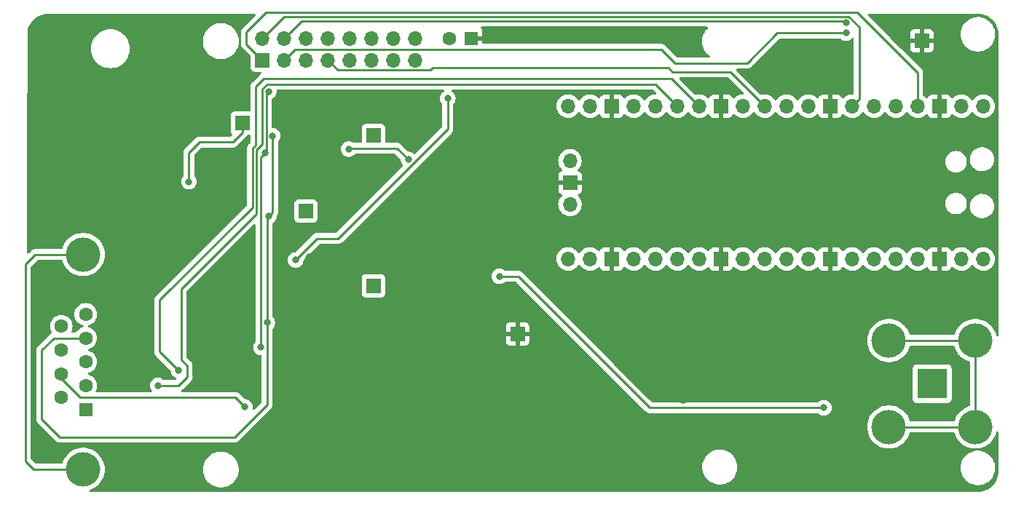
<source format=gbr>
%TF.GenerationSoftware,KiCad,Pcbnew,(6.0.7-1)-1*%
%TF.CreationDate,2022-11-01T15:55:18+01:00*%
%TF.ProjectId,ProbeBoardPublic,50726f62-6542-46f6-9172-645075626c69,Public 1.0*%
%TF.SameCoordinates,Original*%
%TF.FileFunction,Copper,L2,Bot*%
%TF.FilePolarity,Positive*%
%FSLAX46Y46*%
G04 Gerber Fmt 4.6, Leading zero omitted, Abs format (unit mm)*
G04 Created by KiCad (PCBNEW (6.0.7-1)-1) date 2022-11-01 15:55:18*
%MOMM*%
%LPD*%
G01*
G04 APERTURE LIST*
%TA.AperFunction,ComponentPad*%
%ADD10R,1.700000X1.700000*%
%TD*%
%TA.AperFunction,ComponentPad*%
%ADD11O,1.700000X1.700000*%
%TD*%
%TA.AperFunction,ComponentPad*%
%ADD12C,4.000000*%
%TD*%
%TA.AperFunction,ComponentPad*%
%ADD13R,1.600000X1.600000*%
%TD*%
%TA.AperFunction,ComponentPad*%
%ADD14C,1.600000*%
%TD*%
%TA.AperFunction,ComponentPad*%
%ADD15R,3.500000X3.500000*%
%TD*%
%TA.AperFunction,ViaPad*%
%ADD16C,1.000000*%
%TD*%
%TA.AperFunction,ViaPad*%
%ADD17C,0.800000*%
%TD*%
%TA.AperFunction,Conductor*%
%ADD18C,0.250000*%
%TD*%
G04 APERTURE END LIST*
D10*
%TO.P,J2,1,Pin_1*%
%TO.N,SPISCK_A*%
X126350000Y-77740000D03*
D11*
%TO.P,J2,2,Pin_2*%
%TO.N,SPICS_A*%
X126350000Y-75200000D03*
%TO.P,J2,3,Pin_3*%
%TO.N,MOSI_A*%
X128890000Y-77740000D03*
%TO.P,J2,4,Pin_4*%
%TO.N,MISO_A*%
X128890000Y-75200000D03*
%TO.P,J2,5,Pin_5*%
%TO.N,GPIO0_A*%
X131430000Y-77740000D03*
%TO.P,J2,6,Pin_6*%
%TO.N,GPIO1_A*%
X131430000Y-75200000D03*
%TO.P,J2,7,Pin_7*%
%TO.N,~{SYNC_A}*%
X133970000Y-77740000D03*
%TO.P,J2,8,Pin_8*%
%TO.N,GND*%
X133970000Y-75200000D03*
%TO.P,J2,9,Pin_9*%
X136510000Y-77740000D03*
%TO.P,J2,10,Pin_10*%
%TO.N,TX_A*%
X136510000Y-75200000D03*
%TO.P,J2,11,Pin_11*%
%TO.N,RX_A*%
X139050000Y-77740000D03*
%TO.P,J2,12,Pin_12*%
%TO.N,GND*%
X139050000Y-75200000D03*
%TO.P,J2,13,Pin_13*%
%TO.N,GPIO0_B*%
X141590000Y-77740000D03*
%TO.P,J2,14,Pin_14*%
%TO.N,GPIO1_B*%
X141590000Y-75200000D03*
%TO.P,J2,15,Pin_15*%
%TO.N,-5V*%
X144130000Y-77740000D03*
%TO.P,J2,16,Pin_16*%
%TO.N,5VProbe*%
X144130000Y-75200000D03*
%TD*%
D10*
%TO.P,TP6,1,1*%
%TO.N,Net-(TP6-Pad1)*%
X139250000Y-104000000D03*
%TD*%
D11*
%TO.P,U5,1,GPIO0*%
%TO.N,unconnected-(U5-Pad1)*%
X210130000Y-83110000D03*
%TO.P,U5,2,GPIO1*%
%TO.N,unconnected-(U5-Pad2)*%
X207590000Y-83110000D03*
D10*
%TO.P,U5,3,GND*%
%TO.N,GND*%
X205050000Y-83110000D03*
D11*
%TO.P,U5,4,GPIO2*%
%TO.N,SPISCK_A*%
X202510000Y-83110000D03*
%TO.P,U5,5,GPIO3*%
%TO.N,MISO_A*%
X199970000Y-83110000D03*
%TO.P,U5,6,GPIO4*%
%TO.N,MOSI_A*%
X197430000Y-83110000D03*
%TO.P,U5,7,GPIO5*%
%TO.N,SPICS_A*%
X194890000Y-83110000D03*
D10*
%TO.P,U5,8,GND*%
%TO.N,GND*%
X192350000Y-83110000D03*
D11*
%TO.P,U5,9,GPIO6*%
%TO.N,Net-(R1-Pad2)*%
X189810000Y-83110000D03*
%TO.P,U5,10,GPIO7*%
%TO.N,Net-(R2-Pad2)*%
X187270000Y-83110000D03*
%TO.P,U5,11,GPIO8*%
%TO.N,~{SYNC_A}*%
X184730000Y-83110000D03*
%TO.P,U5,12,GPIO9*%
%TO.N,SYNC OUT_A*%
X182190000Y-83110000D03*
D10*
%TO.P,U5,13,GND*%
%TO.N,GND*%
X179650000Y-83110000D03*
D11*
%TO.P,U5,14,GPIO10*%
%TO.N,LEDHI_A*%
X177110000Y-83110000D03*
%TO.P,U5,15,GPIO11*%
%TO.N,LEDLO_A*%
X174570000Y-83110000D03*
%TO.P,U5,16,GPIO12*%
%TO.N,PULSEHI_A*%
X172030000Y-83110000D03*
%TO.P,U5,17,GPIO13*%
%TO.N,~{PULSELO_A}*%
X169490000Y-83110000D03*
D10*
%TO.P,U5,18,GND*%
%TO.N,GND*%
X166950000Y-83110000D03*
D11*
%TO.P,U5,19,GPIO14*%
%TO.N,DA7*%
X164410000Y-83110000D03*
%TO.P,U5,20,GPIO15*%
%TO.N,DA6*%
X161870000Y-83110000D03*
%TO.P,U5,21,GPIO16*%
%TO.N,DA5*%
X161870000Y-100890000D03*
%TO.P,U5,22,GPIO17*%
%TO.N,DA4*%
X164410000Y-100890000D03*
D10*
%TO.P,U5,23,GND*%
%TO.N,GND*%
X166950000Y-100890000D03*
D11*
%TO.P,U5,24,GPIO18*%
%TO.N,DA3*%
X169490000Y-100890000D03*
%TO.P,U5,25,GPIO19*%
%TO.N,DA2*%
X172030000Y-100890000D03*
%TO.P,U5,26,GPIO20*%
%TO.N,DA1*%
X174570000Y-100890000D03*
%TO.P,U5,27,GPIO21*%
%TO.N,DA0*%
X177110000Y-100890000D03*
D10*
%TO.P,U5,28,GND*%
%TO.N,GND*%
X179650000Y-100890000D03*
D11*
%TO.P,U5,29,GPIO22*%
%TO.N,PWRFAIL_A*%
X182190000Y-100890000D03*
%TO.P,U5,30,RUN*%
%TO.N,unconnected-(U5-Pad30)*%
X184730000Y-100890000D03*
%TO.P,U5,31,GPIO26_ADC0*%
%TO.N,~{PODSTAT_A}*%
X187270000Y-100890000D03*
%TO.P,U5,32,GPIO27_ADC1*%
%TO.N,~{MAINSTAT_A}*%
X189810000Y-100890000D03*
D10*
%TO.P,U5,33,AGND*%
%TO.N,GND*%
X192350000Y-100890000D03*
D11*
%TO.P,U5,34,GPIO28_ADC2*%
%TO.N,~{RESET_A}*%
X194890000Y-100890000D03*
%TO.P,U5,35,ADC_VREF*%
%TO.N,unconnected-(U5-Pad35)*%
X197430000Y-100890000D03*
%TO.P,U5,36,3V3*%
%TO.N,+3V3*%
X199970000Y-100890000D03*
%TO.P,U5,37,3V3_EN*%
%TO.N,unconnected-(U5-Pad37)*%
X202510000Y-100890000D03*
D10*
%TO.P,U5,38,GND*%
%TO.N,GND*%
X205050000Y-100890000D03*
D11*
%TO.P,U5,39,VSYS*%
%TO.N,Net-(D1-Pad1)*%
X207590000Y-100890000D03*
%TO.P,U5,40,VBUS*%
%TO.N,unconnected-(U5-Pad40)*%
X210130000Y-100890000D03*
%TO.P,U5,41,SWCLK*%
%TO.N,unconnected-(U5-Pad41)*%
X162100000Y-89460000D03*
D10*
%TO.P,U5,42,GND*%
%TO.N,GND*%
X162100000Y-92000000D03*
D11*
%TO.P,U5,43,SWDIO*%
%TO.N,unconnected-(U5-Pad43)*%
X162100000Y-94540000D03*
%TD*%
D10*
%TO.P,TP2,1,1*%
%TO.N,GND*%
X203000000Y-75500000D03*
%TD*%
%TO.P,TP8,1,1*%
%TO.N,GND*%
X156000000Y-109600000D03*
%TD*%
D12*
%TO.P,J1,0,PAD*%
%TO.N,unconnected-(J1-Pad0)*%
X105500000Y-100360000D03*
X105500000Y-125360000D03*
D13*
%TO.P,J1,1,1*%
%TO.N,FUSE_GND*%
X105800000Y-118400000D03*
D14*
%TO.P,J1,2,2*%
%TO.N,PROBE_TIP*%
X105800000Y-115630000D03*
%TO.P,J1,3,3*%
%TO.N,~{PULSEHI}*%
X105800000Y-112860000D03*
%TO.P,J1,4,4*%
%TO.N,5VProbe*%
X105800000Y-110090000D03*
%TO.P,J1,5,5*%
%TO.N,SHIELD*%
X105800000Y-107320000D03*
%TO.P,J1,6,6*%
%TO.N,~{GRN}*%
X102960000Y-117015000D03*
%TO.P,J1,7,7*%
%TO.N,PULSELO*%
X102960000Y-114245000D03*
%TO.P,J1,8,8*%
%TO.N,-.7V*%
X102960000Y-111475000D03*
%TO.P,J1,9,9*%
%TO.N,~{RED}*%
X102960000Y-108705000D03*
%TD*%
D10*
%TO.P,TP1,1,1*%
%TO.N,Net-(TP1-Pad1)*%
X131400000Y-95300000D03*
%TD*%
D15*
%TO.P,J10,1,In*%
%TO.N,Net-(J10-Pad1)*%
X204200000Y-115400000D03*
D12*
%TO.P,J10,2,Ext*%
%TO.N,Net-(J10-Pad2)*%
X209225000Y-120425000D03*
X199175000Y-110375000D03*
X199175000Y-120425000D03*
X209225000Y-110375000D03*
%TD*%
D10*
%TO.P,TP5,1,1*%
%TO.N,Net-(TP5-Pad1)*%
X139250000Y-86500000D03*
%TD*%
%TO.P,TP4,1,1*%
%TO.N,Net-(C52-Pad1)*%
X124000000Y-85100000D03*
%TD*%
D13*
%TO.P,C3,1*%
%TO.N,GND*%
X150605112Y-75200000D03*
D14*
%TO.P,C3,2*%
%TO.N,5VProbe*%
X148105112Y-75200000D03*
%TD*%
D16*
%TO.N,GND*%
X147900000Y-91500000D03*
X195300000Y-111900000D03*
X110500000Y-113200000D03*
X140100000Y-110000000D03*
X138900000Y-91400000D03*
X124200000Y-115600000D03*
X120600000Y-115600000D03*
X149100000Y-99424500D03*
X123100000Y-106400000D03*
X159700000Y-117100000D03*
X169780205Y-74713377D03*
X131800000Y-100700000D03*
X140500000Y-115200000D03*
X195700000Y-105900000D03*
X207500000Y-115700000D03*
X123000000Y-91200000D03*
X134400000Y-84200000D03*
X153300000Y-95300000D03*
X143100000Y-103800000D03*
X142400000Y-96600000D03*
X175300000Y-117200000D03*
X117900000Y-98300000D03*
X194900000Y-125500000D03*
X101200000Y-74800000D03*
X172100000Y-90300000D03*
D17*
%TO.N,5VProbe*%
X126900000Y-108300000D03*
X143300000Y-89300000D03*
X127100000Y-95900000D03*
X136375500Y-88100000D03*
X127523502Y-86564217D03*
X191600000Y-118200000D03*
X153894888Y-102905112D03*
%TO.N,Net-(C52-Pad1)*%
X117800000Y-91900000D03*
%TO.N,PULSELO*%
X124300000Y-118100000D03*
%TO.N,-5V*%
X126175500Y-111175500D03*
X127074502Y-81385786D03*
X126700000Y-88500000D03*
%TO.N,MOSI_A*%
X194200000Y-74600000D03*
%TO.N,MISO_A*%
X194200000Y-73400000D03*
%TO.N,LEDHI_A*%
X116600000Y-113862500D03*
%TO.N,LEDLO_A*%
X114200000Y-115600000D03*
%TO.N,~{HIGH_A}*%
X130200000Y-101000000D03*
X147900000Y-82200000D03*
%TD*%
D18*
%TO.N,5VProbe*%
X162400000Y-109200000D02*
X171400000Y-118200000D01*
X171400000Y-118200000D02*
X191600000Y-118200000D01*
X102110000Y-110090000D02*
X100700000Y-111500000D01*
X126900000Y-117800000D02*
X126900000Y-108300000D01*
X102800000Y-121600000D02*
X123100000Y-121600000D01*
X127100000Y-95900000D02*
X127523502Y-95476498D01*
X136475500Y-88000000D02*
X142000000Y-88000000D01*
X156105112Y-102905112D02*
X162400000Y-109200000D01*
X127523502Y-95476498D02*
X127523502Y-86564217D01*
X142000000Y-88000000D02*
X143300000Y-89300000D01*
X127100000Y-95900000D02*
X126900000Y-96100000D01*
X105800000Y-110090000D02*
X102110000Y-110090000D01*
X126900000Y-96100000D02*
X126900000Y-108300000D01*
X123100000Y-121600000D02*
X126900000Y-117800000D01*
X136375500Y-88100000D02*
X136475500Y-88000000D01*
X100700000Y-119500000D02*
X102800000Y-121600000D01*
X153894888Y-102905112D02*
X156105112Y-102905112D01*
X100700000Y-111500000D02*
X100700000Y-119500000D01*
%TO.N,Net-(C52-Pad1)*%
X117800000Y-88500000D02*
X117800000Y-91900000D01*
X124000000Y-86200000D02*
X122900000Y-87300000D01*
X119000000Y-87300000D02*
X117800000Y-88500000D01*
X124000000Y-85100000D02*
X124000000Y-86200000D01*
X122900000Y-87300000D02*
X119000000Y-87300000D01*
%TO.N,PULSELO*%
X123200000Y-117000000D02*
X124300000Y-118100000D01*
X102960000Y-114785000D02*
X105175000Y-117000000D01*
X105175000Y-117000000D02*
X123200000Y-117000000D01*
%TO.N,-5V*%
X126700000Y-88500000D02*
X126175500Y-89024500D01*
X126175500Y-89024500D02*
X126175500Y-111175500D01*
X126799002Y-88400998D02*
X126700000Y-88500000D01*
X126799002Y-81661286D02*
X126799002Y-88400998D01*
X127074502Y-81385786D02*
X126799002Y-81661286D01*
%TO.N,unconnected-(J1-Pad0)*%
X99760000Y-125360000D02*
X98800000Y-124400000D01*
X99940000Y-100360000D02*
X105500000Y-100360000D01*
X105500000Y-125360000D02*
X99760000Y-125360000D01*
X98800000Y-124400000D02*
X98800000Y-101500000D01*
X98800000Y-101500000D02*
X99940000Y-100360000D01*
%TO.N,SPISCK_A*%
X126350000Y-77740000D02*
X124500000Y-75890000D01*
X124500000Y-75890000D02*
X124500000Y-74500000D01*
X202510000Y-79210000D02*
X202510000Y-83110000D01*
X124500000Y-74500000D02*
X126774012Y-72225988D01*
X195525988Y-72225988D02*
X202510000Y-79210000D01*
X126774012Y-72225988D02*
X195525988Y-72225988D01*
%TO.N,SPICS_A*%
X194500099Y-72675499D02*
X195740000Y-73915400D01*
X195740000Y-73915400D02*
X195740000Y-82260000D01*
X195740000Y-82260000D02*
X194890000Y-83110000D01*
X128874501Y-72675499D02*
X194500099Y-72675499D01*
X126350000Y-75200000D02*
X128874501Y-72675499D01*
%TO.N,MOSI_A*%
X174300000Y-78100000D02*
X182700000Y-78100000D01*
X186200000Y-74600000D02*
X194200000Y-74600000D01*
X172700000Y-76500000D02*
X174300000Y-78100000D01*
X182700000Y-78100000D02*
X186200000Y-74600000D01*
X128890000Y-77740000D02*
X130130000Y-76500000D01*
X130130000Y-76500000D02*
X172700000Y-76500000D01*
%TO.N,MISO_A*%
X194000000Y-73200000D02*
X194200000Y-73400000D01*
X128890000Y-75200000D02*
X130890000Y-73200000D01*
X130890000Y-73200000D02*
X194000000Y-73200000D01*
%TO.N,~{SYNC_A}*%
X146113811Y-78650499D02*
X173579091Y-78650499D01*
X173579091Y-78650499D02*
X174027613Y-79099021D01*
X174027613Y-79099021D02*
X180719021Y-79099021D01*
X135144511Y-78914511D02*
X145849799Y-78914511D01*
X145849799Y-78914511D02*
X146113811Y-78650499D01*
X133970000Y-77740000D02*
X135144511Y-78914511D01*
X180719021Y-79099021D02*
X184730000Y-83110000D01*
%TO.N,Net-(J10-Pad2)*%
X199175000Y-110375000D02*
X209225000Y-110375000D01*
X199175000Y-120425000D02*
X209225000Y-120425000D01*
X209225000Y-120425000D02*
X209225000Y-110375000D01*
%TO.N,LEDHI_A*%
X125600000Y-87600000D02*
X125200000Y-88000000D01*
X126500000Y-79900000D02*
X125600000Y-80800000D01*
X114400000Y-111662500D02*
X116600000Y-113862500D01*
X114400000Y-105700000D02*
X114400000Y-111662500D01*
X125600000Y-80800000D02*
X125600000Y-87600000D01*
X125200000Y-94864310D02*
X114400000Y-105664310D01*
X173900000Y-79900000D02*
X126500000Y-79900000D01*
X177110000Y-83110000D02*
X173900000Y-79900000D01*
X125200000Y-88000000D02*
X125200000Y-94864310D01*
%TO.N,LEDLO_A*%
X126349501Y-81086189D02*
X126349501Y-87486189D01*
X116900000Y-112600000D02*
X117600000Y-113300000D01*
X116900000Y-104400000D02*
X116900000Y-112600000D01*
X125649501Y-88186189D02*
X125649501Y-95650499D01*
X172009501Y-80549501D02*
X126886189Y-80549501D01*
X116600000Y-115600000D02*
X114200000Y-115600000D01*
X174570000Y-83110000D02*
X172009501Y-80549501D01*
X126886189Y-80549501D02*
X126349501Y-81086189D01*
X117600000Y-113300000D02*
X117600000Y-114600000D01*
X117600000Y-114600000D02*
X116600000Y-115600000D01*
X126349501Y-87486189D02*
X125649501Y-88186189D01*
X125649501Y-95650499D02*
X116900000Y-104400000D01*
%TO.N,~{HIGH_A}*%
X147900000Y-82200000D02*
X147900000Y-85724598D01*
X147900000Y-85724598D02*
X135124598Y-98500000D01*
X135124598Y-98500000D02*
X132700000Y-98500000D01*
X132700000Y-98500000D02*
X130200000Y-101000000D01*
%TD*%
%TA.AperFunction,Conductor*%
%TO.N,GND*%
G36*
X125514117Y-72373912D02*
G01*
X125560610Y-72427568D01*
X125570714Y-72497842D01*
X125541220Y-72562422D01*
X125535093Y-72569003D01*
X124795096Y-73308999D01*
X124107747Y-73996348D01*
X124099461Y-74003888D01*
X124092982Y-74008000D01*
X124087557Y-74013777D01*
X124046357Y-74057651D01*
X124043602Y-74060493D01*
X124023865Y-74080230D01*
X124021385Y-74083427D01*
X124013682Y-74092447D01*
X123983414Y-74124679D01*
X123979595Y-74131625D01*
X123979593Y-74131628D01*
X123973652Y-74142434D01*
X123962801Y-74158953D01*
X123950386Y-74174959D01*
X123947241Y-74182228D01*
X123947238Y-74182232D01*
X123932826Y-74215537D01*
X123927609Y-74226187D01*
X123906305Y-74264940D01*
X123904334Y-74272615D01*
X123904334Y-74272616D01*
X123901267Y-74284562D01*
X123894863Y-74303266D01*
X123886819Y-74321855D01*
X123885580Y-74329678D01*
X123885577Y-74329688D01*
X123879901Y-74365524D01*
X123877495Y-74377144D01*
X123874544Y-74388638D01*
X123866500Y-74419970D01*
X123866500Y-74440224D01*
X123864949Y-74459934D01*
X123861780Y-74479943D01*
X123862526Y-74487835D01*
X123865941Y-74523961D01*
X123866500Y-74535819D01*
X123866500Y-75811233D01*
X123865973Y-75822416D01*
X123864298Y-75829909D01*
X123864547Y-75837835D01*
X123864547Y-75837836D01*
X123866438Y-75897986D01*
X123866500Y-75901945D01*
X123866500Y-75929856D01*
X123866997Y-75933790D01*
X123866997Y-75933791D01*
X123867005Y-75933856D01*
X123867938Y-75945693D01*
X123869327Y-75989889D01*
X123874978Y-76009339D01*
X123878987Y-76028700D01*
X123881526Y-76048797D01*
X123884445Y-76056168D01*
X123884445Y-76056170D01*
X123897804Y-76089912D01*
X123901649Y-76101142D01*
X123913982Y-76143593D01*
X123918015Y-76150412D01*
X123918017Y-76150417D01*
X123924293Y-76161028D01*
X123932988Y-76178776D01*
X123940448Y-76197617D01*
X123945110Y-76204033D01*
X123945110Y-76204034D01*
X123966436Y-76233387D01*
X123972952Y-76243307D01*
X123995458Y-76281362D01*
X124009779Y-76295683D01*
X124022619Y-76310716D01*
X124034528Y-76327107D01*
X124040632Y-76332157D01*
X124040637Y-76332162D01*
X124068598Y-76355293D01*
X124077379Y-76363283D01*
X124954596Y-77240501D01*
X124988621Y-77302813D01*
X124991500Y-77329596D01*
X124991500Y-78638134D01*
X124998255Y-78700316D01*
X125049385Y-78836705D01*
X125136739Y-78953261D01*
X125253295Y-79040615D01*
X125389684Y-79091745D01*
X125451866Y-79098500D01*
X126143809Y-79098500D01*
X126211930Y-79118502D01*
X126258423Y-79172158D01*
X126268527Y-79242432D01*
X126239033Y-79307012D01*
X126204513Y-79334913D01*
X126199753Y-79337530D01*
X126192383Y-79340448D01*
X126185968Y-79345109D01*
X126156625Y-79366427D01*
X126146707Y-79372943D01*
X126128019Y-79383995D01*
X126108637Y-79395458D01*
X126094313Y-79409782D01*
X126079281Y-79422621D01*
X126062893Y-79434528D01*
X126034712Y-79468593D01*
X126026722Y-79477373D01*
X125207747Y-80296348D01*
X125199461Y-80303888D01*
X125192982Y-80308000D01*
X125187557Y-80313777D01*
X125146357Y-80357651D01*
X125143602Y-80360493D01*
X125123865Y-80380230D01*
X125121385Y-80383427D01*
X125113682Y-80392447D01*
X125083414Y-80424679D01*
X125079595Y-80431625D01*
X125079593Y-80431628D01*
X125073652Y-80442434D01*
X125062801Y-80458953D01*
X125050386Y-80474959D01*
X125047241Y-80482228D01*
X125047238Y-80482232D01*
X125032826Y-80515537D01*
X125027609Y-80526187D01*
X125006305Y-80564940D01*
X125004334Y-80572615D01*
X125004334Y-80572616D01*
X125001267Y-80584562D01*
X124994863Y-80603266D01*
X124986819Y-80621855D01*
X124985580Y-80629678D01*
X124985577Y-80629688D01*
X124979901Y-80665524D01*
X124977495Y-80677144D01*
X124966500Y-80719970D01*
X124966500Y-80740224D01*
X124964949Y-80759934D01*
X124961780Y-80779943D01*
X124962526Y-80787835D01*
X124965941Y-80823961D01*
X124966500Y-80835819D01*
X124966500Y-83615500D01*
X124946498Y-83683621D01*
X124892842Y-83730114D01*
X124840500Y-83741500D01*
X123101866Y-83741500D01*
X123039684Y-83748255D01*
X122903295Y-83799385D01*
X122786739Y-83886739D01*
X122699385Y-84003295D01*
X122648255Y-84139684D01*
X122641500Y-84201866D01*
X122641500Y-85998134D01*
X122648255Y-86060316D01*
X122699385Y-86196705D01*
X122786739Y-86313261D01*
X122793919Y-86318642D01*
X122800269Y-86324992D01*
X122797643Y-86327618D01*
X122829637Y-86370437D01*
X122834638Y-86441257D01*
X122800637Y-86503458D01*
X122674499Y-86629596D01*
X122612187Y-86663621D01*
X122585404Y-86666500D01*
X119078767Y-86666500D01*
X119067584Y-86665973D01*
X119060091Y-86664298D01*
X119052165Y-86664547D01*
X119052164Y-86664547D01*
X118992014Y-86666438D01*
X118988055Y-86666500D01*
X118960144Y-86666500D01*
X118956210Y-86666997D01*
X118956209Y-86666997D01*
X118956144Y-86667005D01*
X118944307Y-86667938D01*
X118912490Y-86668938D01*
X118908029Y-86669078D01*
X118900110Y-86669327D01*
X118882454Y-86674456D01*
X118880658Y-86674978D01*
X118861306Y-86678986D01*
X118854235Y-86679880D01*
X118841203Y-86681526D01*
X118833834Y-86684443D01*
X118833832Y-86684444D01*
X118800097Y-86697800D01*
X118788869Y-86701645D01*
X118746407Y-86713982D01*
X118739585Y-86718016D01*
X118739579Y-86718019D01*
X118728968Y-86724294D01*
X118711218Y-86732990D01*
X118699756Y-86737528D01*
X118699751Y-86737531D01*
X118692383Y-86740448D01*
X118685968Y-86745109D01*
X118656625Y-86766427D01*
X118646707Y-86772943D01*
X118628019Y-86783995D01*
X118608637Y-86795458D01*
X118594313Y-86809782D01*
X118579281Y-86822621D01*
X118562893Y-86834528D01*
X118534712Y-86868593D01*
X118526722Y-86877373D01*
X117407747Y-87996348D01*
X117399461Y-88003888D01*
X117392982Y-88008000D01*
X117387557Y-88013777D01*
X117346357Y-88057651D01*
X117343602Y-88060493D01*
X117323865Y-88080230D01*
X117321385Y-88083427D01*
X117313682Y-88092447D01*
X117283414Y-88124679D01*
X117279595Y-88131625D01*
X117279593Y-88131628D01*
X117273652Y-88142434D01*
X117262801Y-88158953D01*
X117250386Y-88174959D01*
X117247241Y-88182228D01*
X117247238Y-88182232D01*
X117232826Y-88215537D01*
X117227609Y-88226187D01*
X117206305Y-88264940D01*
X117204334Y-88272615D01*
X117204334Y-88272616D01*
X117201267Y-88284562D01*
X117194863Y-88303266D01*
X117193461Y-88306507D01*
X117186819Y-88321855D01*
X117185580Y-88329678D01*
X117185577Y-88329688D01*
X117179901Y-88365524D01*
X117177495Y-88377144D01*
X117173457Y-88392872D01*
X117166500Y-88419970D01*
X117166500Y-88440224D01*
X117164949Y-88459934D01*
X117161780Y-88479943D01*
X117162526Y-88487835D01*
X117165941Y-88523961D01*
X117166500Y-88535819D01*
X117166500Y-91197476D01*
X117146498Y-91265597D01*
X117134142Y-91281779D01*
X117060960Y-91363056D01*
X116965473Y-91528444D01*
X116906458Y-91710072D01*
X116886496Y-91900000D01*
X116906458Y-92089928D01*
X116965473Y-92271556D01*
X117060960Y-92436944D01*
X117188747Y-92578866D01*
X117343248Y-92691118D01*
X117349276Y-92693802D01*
X117349278Y-92693803D01*
X117511681Y-92766109D01*
X117517712Y-92768794D01*
X117611112Y-92788647D01*
X117698056Y-92807128D01*
X117698061Y-92807128D01*
X117704513Y-92808500D01*
X117895487Y-92808500D01*
X117901939Y-92807128D01*
X117901944Y-92807128D01*
X117988888Y-92788647D01*
X118082288Y-92768794D01*
X118088319Y-92766109D01*
X118250722Y-92693803D01*
X118250724Y-92693802D01*
X118256752Y-92691118D01*
X118411253Y-92578866D01*
X118539040Y-92436944D01*
X118634527Y-92271556D01*
X118693542Y-92089928D01*
X118713504Y-91900000D01*
X118693542Y-91710072D01*
X118634527Y-91528444D01*
X118539040Y-91363056D01*
X118465863Y-91281785D01*
X118435147Y-91217779D01*
X118433500Y-91197476D01*
X118433500Y-88814594D01*
X118453502Y-88746473D01*
X118470405Y-88725499D01*
X119225499Y-87970405D01*
X119287811Y-87936379D01*
X119314594Y-87933500D01*
X122821233Y-87933500D01*
X122832416Y-87934027D01*
X122839909Y-87935702D01*
X122847835Y-87935453D01*
X122847836Y-87935453D01*
X122907986Y-87933562D01*
X122911945Y-87933500D01*
X122939856Y-87933500D01*
X122943791Y-87933003D01*
X122943856Y-87932995D01*
X122955693Y-87932062D01*
X122987951Y-87931048D01*
X122991970Y-87930922D01*
X122999889Y-87930673D01*
X123019343Y-87925021D01*
X123038700Y-87921013D01*
X123050930Y-87919468D01*
X123050931Y-87919468D01*
X123058797Y-87918474D01*
X123066168Y-87915555D01*
X123066170Y-87915555D01*
X123099912Y-87902196D01*
X123111142Y-87898351D01*
X123145983Y-87888229D01*
X123145984Y-87888229D01*
X123153593Y-87886018D01*
X123160412Y-87881985D01*
X123160417Y-87881983D01*
X123171028Y-87875707D01*
X123188776Y-87867012D01*
X123207617Y-87859552D01*
X123243387Y-87833564D01*
X123253307Y-87827048D01*
X123284535Y-87808580D01*
X123284538Y-87808578D01*
X123291362Y-87804542D01*
X123305683Y-87790221D01*
X123320717Y-87777380D01*
X123330694Y-87770131D01*
X123337107Y-87765472D01*
X123365298Y-87731395D01*
X123373288Y-87722616D01*
X124392253Y-86703652D01*
X124400539Y-86696112D01*
X124407018Y-86692000D01*
X124453644Y-86642348D01*
X124456398Y-86639507D01*
X124476135Y-86619770D01*
X124478615Y-86616573D01*
X124486320Y-86607551D01*
X124511159Y-86581100D01*
X124516586Y-86575321D01*
X124520405Y-86568375D01*
X124520407Y-86568372D01*
X124526348Y-86557566D01*
X124537199Y-86541047D01*
X124544756Y-86531304D01*
X124549614Y-86525041D01*
X124551918Y-86519717D01*
X124603119Y-86471909D01*
X124659681Y-86458500D01*
X124840500Y-86458500D01*
X124908621Y-86478502D01*
X124955114Y-86532158D01*
X124966500Y-86584500D01*
X124966500Y-87285405D01*
X124946498Y-87353526D01*
X124929595Y-87374500D01*
X124807747Y-87496348D01*
X124799461Y-87503888D01*
X124792982Y-87508000D01*
X124787557Y-87513777D01*
X124746357Y-87557651D01*
X124743602Y-87560493D01*
X124723865Y-87580230D01*
X124721385Y-87583427D01*
X124713682Y-87592447D01*
X124683414Y-87624679D01*
X124679595Y-87631625D01*
X124679593Y-87631628D01*
X124673652Y-87642434D01*
X124662801Y-87658953D01*
X124650386Y-87674959D01*
X124647241Y-87682228D01*
X124647238Y-87682232D01*
X124632826Y-87715537D01*
X124627609Y-87726187D01*
X124606305Y-87764940D01*
X124604334Y-87772615D01*
X124604334Y-87772616D01*
X124601267Y-87784562D01*
X124594863Y-87803266D01*
X124592564Y-87808580D01*
X124586819Y-87821855D01*
X124585580Y-87829678D01*
X124585577Y-87829688D01*
X124579901Y-87865524D01*
X124577495Y-87877144D01*
X124571589Y-87900150D01*
X124566500Y-87919970D01*
X124566500Y-87940224D01*
X124564949Y-87959934D01*
X124561780Y-87979943D01*
X124562526Y-87987835D01*
X124565941Y-88023961D01*
X124566500Y-88035819D01*
X124566500Y-94549715D01*
X124546498Y-94617836D01*
X124529595Y-94638810D01*
X113923865Y-105244540D01*
X113850386Y-105339269D01*
X113786819Y-105486165D01*
X113761780Y-105644253D01*
X113762526Y-105652145D01*
X113765941Y-105688271D01*
X113766500Y-105700129D01*
X113766500Y-111583733D01*
X113765973Y-111594916D01*
X113764298Y-111602409D01*
X113764547Y-111610335D01*
X113764547Y-111610336D01*
X113766438Y-111670486D01*
X113766500Y-111674445D01*
X113766500Y-111702356D01*
X113766997Y-111706290D01*
X113766997Y-111706291D01*
X113767005Y-111706356D01*
X113767938Y-111718193D01*
X113769327Y-111762389D01*
X113774978Y-111781839D01*
X113778987Y-111801200D01*
X113781526Y-111821297D01*
X113784445Y-111828668D01*
X113784445Y-111828670D01*
X113797804Y-111862412D01*
X113801649Y-111873642D01*
X113813982Y-111916093D01*
X113818015Y-111922912D01*
X113818017Y-111922917D01*
X113824293Y-111933528D01*
X113832988Y-111951276D01*
X113840448Y-111970117D01*
X113845110Y-111976533D01*
X113845110Y-111976534D01*
X113866436Y-112005887D01*
X113872952Y-112015807D01*
X113890611Y-112045666D01*
X113895458Y-112053862D01*
X113909779Y-112068183D01*
X113922619Y-112083216D01*
X113934528Y-112099607D01*
X113940634Y-112104658D01*
X113968605Y-112127798D01*
X113977384Y-112135788D01*
X115652878Y-113811283D01*
X115686904Y-113873595D01*
X115689093Y-113887208D01*
X115700356Y-113994366D01*
X115706458Y-114052428D01*
X115765473Y-114234056D01*
X115768776Y-114239778D01*
X115768777Y-114239779D01*
X115783855Y-114265894D01*
X115860960Y-114399444D01*
X115988747Y-114541366D01*
X116143248Y-114653618D01*
X116149276Y-114656302D01*
X116149278Y-114656303D01*
X116304458Y-114725393D01*
X116358554Y-114771373D01*
X116379203Y-114839300D01*
X116359851Y-114907608D01*
X116306640Y-114954610D01*
X116253209Y-114966500D01*
X114908200Y-114966500D01*
X114840079Y-114946498D01*
X114820853Y-114930157D01*
X114820580Y-114930460D01*
X114815668Y-114926037D01*
X114811253Y-114921134D01*
X114656752Y-114808882D01*
X114650724Y-114806198D01*
X114650722Y-114806197D01*
X114488319Y-114733891D01*
X114488318Y-114733891D01*
X114482288Y-114731206D01*
X114388887Y-114711353D01*
X114301944Y-114692872D01*
X114301939Y-114692872D01*
X114295487Y-114691500D01*
X114104513Y-114691500D01*
X114098061Y-114692872D01*
X114098056Y-114692872D01*
X114011113Y-114711353D01*
X113917712Y-114731206D01*
X113911682Y-114733891D01*
X113911681Y-114733891D01*
X113749278Y-114806197D01*
X113749276Y-114806198D01*
X113743248Y-114808882D01*
X113588747Y-114921134D01*
X113584326Y-114926044D01*
X113584325Y-114926045D01*
X113507035Y-115011885D01*
X113460960Y-115063056D01*
X113441126Y-115097409D01*
X113395882Y-115175775D01*
X113365473Y-115228444D01*
X113306458Y-115410072D01*
X113305768Y-115416633D01*
X113305768Y-115416635D01*
X113299034Y-115480707D01*
X113286496Y-115600000D01*
X113287186Y-115606565D01*
X113290225Y-115635475D01*
X113306458Y-115789928D01*
X113365473Y-115971556D01*
X113460960Y-116136944D01*
X113478291Y-116156192D01*
X113509007Y-116220198D01*
X113500242Y-116290651D01*
X113454779Y-116345182D01*
X113384653Y-116366500D01*
X107098115Y-116366500D01*
X107029994Y-116346498D01*
X106983501Y-116292842D01*
X106973397Y-116222568D01*
X106983920Y-116187251D01*
X107031959Y-116084230D01*
X107031961Y-116084225D01*
X107034284Y-116079243D01*
X107061606Y-115977279D01*
X107092119Y-115863402D01*
X107092119Y-115863400D01*
X107093543Y-115858087D01*
X107113498Y-115630000D01*
X107093543Y-115401913D01*
X107088971Y-115384849D01*
X107035707Y-115186067D01*
X107035706Y-115186065D01*
X107034284Y-115180757D01*
X106998332Y-115103657D01*
X106939849Y-114978238D01*
X106939846Y-114978233D01*
X106937523Y-114973251D01*
X106840760Y-114835060D01*
X106809357Y-114790211D01*
X106809355Y-114790208D01*
X106806198Y-114785700D01*
X106644300Y-114623802D01*
X106639792Y-114620645D01*
X106639789Y-114620643D01*
X106532115Y-114545249D01*
X106456749Y-114492477D01*
X106451767Y-114490154D01*
X106451762Y-114490151D01*
X106254225Y-114398039D01*
X106254224Y-114398039D01*
X106249243Y-114395716D01*
X106243935Y-114394294D01*
X106243933Y-114394293D01*
X106140981Y-114366707D01*
X106080358Y-114329755D01*
X106049337Y-114265894D01*
X106057765Y-114195400D01*
X106102968Y-114140653D01*
X106140981Y-114123293D01*
X106243933Y-114095707D01*
X106243935Y-114095706D01*
X106249243Y-114094284D01*
X106325541Y-114058706D01*
X106451762Y-113999849D01*
X106451767Y-113999846D01*
X106456749Y-113997523D01*
X106633736Y-113873595D01*
X106639789Y-113869357D01*
X106639792Y-113869355D01*
X106644300Y-113866198D01*
X106806198Y-113704300D01*
X106937523Y-113516749D01*
X106939846Y-113511767D01*
X106939849Y-113511762D01*
X107031961Y-113314225D01*
X107031961Y-113314224D01*
X107034284Y-113309243D01*
X107038896Y-113292033D01*
X107092119Y-113093402D01*
X107092119Y-113093400D01*
X107093543Y-113088087D01*
X107113498Y-112860000D01*
X107093543Y-112631913D01*
X107088971Y-112614849D01*
X107035707Y-112416067D01*
X107035706Y-112416065D01*
X107034284Y-112410757D01*
X106996117Y-112328906D01*
X106939849Y-112208238D01*
X106939846Y-112208233D01*
X106937523Y-112203251D01*
X106836848Y-112059473D01*
X106809357Y-112020211D01*
X106809355Y-112020208D01*
X106806198Y-112015700D01*
X106644300Y-111853802D01*
X106639792Y-111850645D01*
X106639789Y-111850643D01*
X106524614Y-111769997D01*
X106456749Y-111722477D01*
X106451767Y-111720154D01*
X106451762Y-111720151D01*
X106254225Y-111628039D01*
X106254224Y-111628039D01*
X106249243Y-111625716D01*
X106243935Y-111624294D01*
X106243933Y-111624293D01*
X106140981Y-111596707D01*
X106080358Y-111559755D01*
X106049337Y-111495894D01*
X106057765Y-111425400D01*
X106102968Y-111370653D01*
X106140981Y-111353293D01*
X106243933Y-111325707D01*
X106243935Y-111325706D01*
X106249243Y-111324284D01*
X106254452Y-111321855D01*
X106451762Y-111229849D01*
X106451767Y-111229846D01*
X106456749Y-111227523D01*
X106603625Y-111124679D01*
X106639789Y-111099357D01*
X106639792Y-111099355D01*
X106644300Y-111096198D01*
X106806198Y-110934300D01*
X106818659Y-110916505D01*
X106887433Y-110818285D01*
X106937523Y-110746749D01*
X106939846Y-110741767D01*
X106939849Y-110741762D01*
X107031961Y-110544225D01*
X107031961Y-110544224D01*
X107034284Y-110539243D01*
X107093543Y-110318087D01*
X107113498Y-110090000D01*
X107093543Y-109861913D01*
X107092119Y-109856598D01*
X107035707Y-109646067D01*
X107035706Y-109646065D01*
X107034284Y-109640757D01*
X107021164Y-109612620D01*
X106939849Y-109438238D01*
X106939846Y-109438233D01*
X106937523Y-109433251D01*
X106806198Y-109245700D01*
X106644300Y-109083802D01*
X106639792Y-109080645D01*
X106639789Y-109080643D01*
X106528223Y-109002524D01*
X106456749Y-108952477D01*
X106451767Y-108950154D01*
X106451762Y-108950151D01*
X106254225Y-108858039D01*
X106254224Y-108858039D01*
X106249243Y-108855716D01*
X106243935Y-108854294D01*
X106243933Y-108854293D01*
X106140981Y-108826707D01*
X106080358Y-108789755D01*
X106049337Y-108725894D01*
X106057765Y-108655400D01*
X106102968Y-108600653D01*
X106140981Y-108583293D01*
X106243933Y-108555707D01*
X106243935Y-108555706D01*
X106249243Y-108554284D01*
X106373482Y-108496351D01*
X106451762Y-108459849D01*
X106451767Y-108459846D01*
X106456749Y-108457523D01*
X106565014Y-108381715D01*
X106639789Y-108329357D01*
X106639792Y-108329355D01*
X106644300Y-108326198D01*
X106806198Y-108164300D01*
X106839574Y-108116635D01*
X106883965Y-108053238D01*
X106937523Y-107976749D01*
X106939846Y-107971767D01*
X106939849Y-107971762D01*
X107031961Y-107774225D01*
X107031961Y-107774224D01*
X107034284Y-107769243D01*
X107067350Y-107645842D01*
X107092119Y-107553402D01*
X107092119Y-107553400D01*
X107093543Y-107548087D01*
X107113498Y-107320000D01*
X107093543Y-107091913D01*
X107034284Y-106870757D01*
X107031961Y-106865775D01*
X106939849Y-106668238D01*
X106939846Y-106668233D01*
X106937523Y-106663251D01*
X106806198Y-106475700D01*
X106644300Y-106313802D01*
X106639792Y-106310645D01*
X106639789Y-106310643D01*
X106561611Y-106255902D01*
X106456749Y-106182477D01*
X106451767Y-106180154D01*
X106451762Y-106180151D01*
X106254225Y-106088039D01*
X106254224Y-106088039D01*
X106249243Y-106085716D01*
X106243935Y-106084294D01*
X106243933Y-106084293D01*
X106033402Y-106027881D01*
X106033400Y-106027881D01*
X106028087Y-106026457D01*
X105800000Y-106006502D01*
X105571913Y-106026457D01*
X105566600Y-106027881D01*
X105566598Y-106027881D01*
X105356067Y-106084293D01*
X105356065Y-106084294D01*
X105350757Y-106085716D01*
X105345776Y-106088039D01*
X105345775Y-106088039D01*
X105148238Y-106180151D01*
X105148233Y-106180154D01*
X105143251Y-106182477D01*
X105038389Y-106255902D01*
X104960211Y-106310643D01*
X104960208Y-106310645D01*
X104955700Y-106313802D01*
X104793802Y-106475700D01*
X104662477Y-106663251D01*
X104660154Y-106668233D01*
X104660151Y-106668238D01*
X104568039Y-106865775D01*
X104565716Y-106870757D01*
X104506457Y-107091913D01*
X104486502Y-107320000D01*
X104506457Y-107548087D01*
X104507881Y-107553400D01*
X104507881Y-107553402D01*
X104532651Y-107645842D01*
X104565716Y-107769243D01*
X104568039Y-107774224D01*
X104568039Y-107774225D01*
X104660151Y-107971762D01*
X104660154Y-107971767D01*
X104662477Y-107976749D01*
X104716035Y-108053238D01*
X104760427Y-108116635D01*
X104793802Y-108164300D01*
X104955700Y-108326198D01*
X104960208Y-108329355D01*
X104960211Y-108329357D01*
X105034986Y-108381715D01*
X105143251Y-108457523D01*
X105148233Y-108459846D01*
X105148238Y-108459849D01*
X105226518Y-108496351D01*
X105350757Y-108554284D01*
X105356065Y-108555706D01*
X105356067Y-108555707D01*
X105459019Y-108583293D01*
X105519642Y-108620245D01*
X105550663Y-108684106D01*
X105542235Y-108754600D01*
X105497032Y-108809347D01*
X105459019Y-108826707D01*
X105356067Y-108854293D01*
X105356065Y-108854294D01*
X105350757Y-108855716D01*
X105345776Y-108858039D01*
X105345775Y-108858039D01*
X105148238Y-108950151D01*
X105148233Y-108950154D01*
X105143251Y-108952477D01*
X105071777Y-109002524D01*
X104960211Y-109080643D01*
X104960208Y-109080645D01*
X104955700Y-109083802D01*
X104793802Y-109245700D01*
X104790645Y-109250208D01*
X104790643Y-109250211D01*
X104683819Y-109402771D01*
X104628362Y-109447099D01*
X104580606Y-109456500D01*
X104251120Y-109456500D01*
X104182999Y-109436498D01*
X104136506Y-109382842D01*
X104126402Y-109312568D01*
X104136925Y-109277250D01*
X104191961Y-109159225D01*
X104191961Y-109159224D01*
X104194284Y-109154243D01*
X104248348Y-108952477D01*
X104252119Y-108938402D01*
X104252119Y-108938400D01*
X104253543Y-108933087D01*
X104273498Y-108705000D01*
X104253543Y-108476913D01*
X104248971Y-108459849D01*
X104195707Y-108261067D01*
X104195706Y-108261065D01*
X104194284Y-108255757D01*
X104187869Y-108242000D01*
X104099849Y-108053238D01*
X104099846Y-108053233D01*
X104097523Y-108048251D01*
X103997612Y-107905563D01*
X103969357Y-107865211D01*
X103969355Y-107865208D01*
X103966198Y-107860700D01*
X103804300Y-107698802D01*
X103799792Y-107695645D01*
X103799789Y-107695643D01*
X103688587Y-107617779D01*
X103616749Y-107567477D01*
X103611767Y-107565154D01*
X103611762Y-107565151D01*
X103414225Y-107473039D01*
X103414224Y-107473039D01*
X103409243Y-107470716D01*
X103403935Y-107469294D01*
X103403933Y-107469293D01*
X103193402Y-107412881D01*
X103193400Y-107412881D01*
X103188087Y-107411457D01*
X102960000Y-107391502D01*
X102731913Y-107411457D01*
X102726600Y-107412881D01*
X102726598Y-107412881D01*
X102516067Y-107469293D01*
X102516065Y-107469294D01*
X102510757Y-107470716D01*
X102505776Y-107473039D01*
X102505775Y-107473039D01*
X102308238Y-107565151D01*
X102308233Y-107565154D01*
X102303251Y-107567477D01*
X102231413Y-107617779D01*
X102120211Y-107695643D01*
X102120208Y-107695645D01*
X102115700Y-107698802D01*
X101953802Y-107860700D01*
X101950645Y-107865208D01*
X101950643Y-107865211D01*
X101922388Y-107905563D01*
X101822477Y-108048251D01*
X101820154Y-108053233D01*
X101820151Y-108053238D01*
X101732131Y-108242000D01*
X101725716Y-108255757D01*
X101724294Y-108261065D01*
X101724293Y-108261067D01*
X101671029Y-108459849D01*
X101666457Y-108476913D01*
X101646502Y-108705000D01*
X101666457Y-108933087D01*
X101667881Y-108938400D01*
X101667881Y-108938402D01*
X101671653Y-108952477D01*
X101725716Y-109154243D01*
X101728039Y-109159224D01*
X101728039Y-109159225D01*
X101820151Y-109356762D01*
X101820154Y-109356767D01*
X101822477Y-109361749D01*
X101825633Y-109366256D01*
X101828383Y-109371019D01*
X101826269Y-109372239D01*
X101845662Y-109429716D01*
X101828387Y-109498579D01*
X101793822Y-109536668D01*
X101766613Y-109556436D01*
X101756693Y-109562952D01*
X101725465Y-109581420D01*
X101725462Y-109581422D01*
X101718638Y-109585458D01*
X101704317Y-109599779D01*
X101689284Y-109612619D01*
X101672893Y-109624528D01*
X101648151Y-109654436D01*
X101644702Y-109658605D01*
X101636712Y-109667384D01*
X100307747Y-110996348D01*
X100299461Y-111003888D01*
X100292982Y-111008000D01*
X100287557Y-111013777D01*
X100246357Y-111057651D01*
X100243602Y-111060493D01*
X100223865Y-111080230D01*
X100221385Y-111083427D01*
X100213682Y-111092447D01*
X100183414Y-111124679D01*
X100179595Y-111131625D01*
X100179593Y-111131628D01*
X100173652Y-111142434D01*
X100162801Y-111158953D01*
X100150386Y-111174959D01*
X100147241Y-111182228D01*
X100147238Y-111182232D01*
X100132826Y-111215537D01*
X100127609Y-111226187D01*
X100106305Y-111264940D01*
X100104334Y-111272615D01*
X100104334Y-111272616D01*
X100101267Y-111284562D01*
X100094863Y-111303266D01*
X100086819Y-111321855D01*
X100085580Y-111329678D01*
X100085577Y-111329688D01*
X100079901Y-111365524D01*
X100077495Y-111377144D01*
X100071603Y-111400095D01*
X100066500Y-111419970D01*
X100066500Y-111440224D01*
X100064949Y-111459934D01*
X100061780Y-111479943D01*
X100062526Y-111487835D01*
X100065941Y-111523961D01*
X100066500Y-111535819D01*
X100066500Y-119421233D01*
X100065973Y-119432416D01*
X100064298Y-119439909D01*
X100064547Y-119447835D01*
X100064547Y-119447836D01*
X100066438Y-119507986D01*
X100066500Y-119511945D01*
X100066500Y-119539856D01*
X100066997Y-119543790D01*
X100066997Y-119543791D01*
X100067005Y-119543856D01*
X100067938Y-119555693D01*
X100069327Y-119599889D01*
X100074978Y-119619339D01*
X100078987Y-119638700D01*
X100081526Y-119658797D01*
X100084445Y-119666168D01*
X100084445Y-119666170D01*
X100097804Y-119699912D01*
X100101649Y-119711142D01*
X100111771Y-119745983D01*
X100113982Y-119753593D01*
X100118015Y-119760412D01*
X100118017Y-119760417D01*
X100124293Y-119771028D01*
X100132988Y-119788776D01*
X100140448Y-119807617D01*
X100145110Y-119814033D01*
X100145110Y-119814034D01*
X100166436Y-119843387D01*
X100172952Y-119853307D01*
X100195458Y-119891362D01*
X100209779Y-119905683D01*
X100222619Y-119920716D01*
X100234528Y-119937107D01*
X100240634Y-119942158D01*
X100268605Y-119965298D01*
X100277384Y-119973288D01*
X102296343Y-121992247D01*
X102303887Y-122000537D01*
X102308000Y-122007018D01*
X102313777Y-122012443D01*
X102357667Y-122053658D01*
X102360509Y-122056413D01*
X102380230Y-122076134D01*
X102383425Y-122078612D01*
X102392447Y-122086318D01*
X102424679Y-122116586D01*
X102431628Y-122120406D01*
X102442432Y-122126346D01*
X102458956Y-122137199D01*
X102474959Y-122149613D01*
X102515543Y-122167176D01*
X102526173Y-122172383D01*
X102564940Y-122193695D01*
X102572617Y-122195666D01*
X102572622Y-122195668D01*
X102584558Y-122198732D01*
X102603266Y-122205137D01*
X102621855Y-122213181D01*
X102629680Y-122214420D01*
X102629682Y-122214421D01*
X102665519Y-122220097D01*
X102677140Y-122222504D01*
X102708959Y-122230673D01*
X102719970Y-122233500D01*
X102740231Y-122233500D01*
X102759940Y-122235051D01*
X102779943Y-122238219D01*
X102787835Y-122237473D01*
X102793062Y-122236979D01*
X102823954Y-122234059D01*
X102835811Y-122233500D01*
X123021233Y-122233500D01*
X123032416Y-122234027D01*
X123039909Y-122235702D01*
X123047835Y-122235453D01*
X123047836Y-122235453D01*
X123107986Y-122233562D01*
X123111945Y-122233500D01*
X123139856Y-122233500D01*
X123143791Y-122233003D01*
X123143856Y-122232995D01*
X123155693Y-122232062D01*
X123187951Y-122231048D01*
X123191970Y-122230922D01*
X123199889Y-122230673D01*
X123219343Y-122225021D01*
X123238700Y-122221013D01*
X123250930Y-122219468D01*
X123250931Y-122219468D01*
X123258797Y-122218474D01*
X123266168Y-122215555D01*
X123266170Y-122215555D01*
X123299912Y-122202196D01*
X123311142Y-122198351D01*
X123345983Y-122188229D01*
X123345984Y-122188229D01*
X123353593Y-122186018D01*
X123360412Y-122181985D01*
X123360417Y-122181983D01*
X123371028Y-122175707D01*
X123388776Y-122167012D01*
X123407617Y-122159552D01*
X123423109Y-122148297D01*
X123443387Y-122133564D01*
X123453307Y-122127048D01*
X123484535Y-122108580D01*
X123484538Y-122108578D01*
X123491362Y-122104542D01*
X123505683Y-122090221D01*
X123520717Y-122077380D01*
X123522432Y-122076134D01*
X123537107Y-122065472D01*
X123565298Y-122031395D01*
X123573288Y-122022616D01*
X127292247Y-118303657D01*
X127300537Y-118296113D01*
X127307018Y-118292000D01*
X127353659Y-118242332D01*
X127356413Y-118239491D01*
X127376135Y-118219769D01*
X127378612Y-118216576D01*
X127386317Y-118207555D01*
X127411159Y-118181100D01*
X127416586Y-118175321D01*
X127420407Y-118168371D01*
X127426346Y-118157568D01*
X127437202Y-118141041D01*
X127444757Y-118131302D01*
X127444758Y-118131300D01*
X127449614Y-118125040D01*
X127467174Y-118084460D01*
X127472391Y-118073812D01*
X127489875Y-118042009D01*
X127489876Y-118042007D01*
X127493695Y-118035060D01*
X127498733Y-118015437D01*
X127505137Y-117996734D01*
X127510033Y-117985420D01*
X127510033Y-117985419D01*
X127513181Y-117978145D01*
X127514420Y-117970322D01*
X127514423Y-117970312D01*
X127520099Y-117934476D01*
X127522505Y-117922856D01*
X127531528Y-117887711D01*
X127531528Y-117887710D01*
X127533500Y-117880030D01*
X127533500Y-117859776D01*
X127535051Y-117840065D01*
X127536980Y-117827886D01*
X127538220Y-117820057D01*
X127534059Y-117776038D01*
X127533500Y-117764181D01*
X127533500Y-110494669D01*
X154642001Y-110494669D01*
X154642371Y-110501490D01*
X154647895Y-110552352D01*
X154651521Y-110567604D01*
X154696676Y-110688054D01*
X154705214Y-110703649D01*
X154781715Y-110805724D01*
X154794276Y-110818285D01*
X154896351Y-110894786D01*
X154911946Y-110903324D01*
X155032394Y-110948478D01*
X155047649Y-110952105D01*
X155098514Y-110957631D01*
X155105328Y-110958000D01*
X155727885Y-110958000D01*
X155743124Y-110953525D01*
X155744329Y-110952135D01*
X155746000Y-110944452D01*
X155746000Y-110939884D01*
X156254000Y-110939884D01*
X156258475Y-110955123D01*
X156259865Y-110956328D01*
X156267548Y-110957999D01*
X156894669Y-110957999D01*
X156901490Y-110957629D01*
X156952352Y-110952105D01*
X156967604Y-110948479D01*
X157088054Y-110903324D01*
X157103649Y-110894786D01*
X157205724Y-110818285D01*
X157218285Y-110805724D01*
X157294786Y-110703649D01*
X157303324Y-110688054D01*
X157348478Y-110567606D01*
X157352105Y-110552351D01*
X157357631Y-110501486D01*
X157358000Y-110494672D01*
X157358000Y-109872115D01*
X157353525Y-109856876D01*
X157352135Y-109855671D01*
X157344452Y-109854000D01*
X156272115Y-109854000D01*
X156256876Y-109858475D01*
X156255671Y-109859865D01*
X156254000Y-109867548D01*
X156254000Y-110939884D01*
X155746000Y-110939884D01*
X155746000Y-109872115D01*
X155741525Y-109856876D01*
X155740135Y-109855671D01*
X155732452Y-109854000D01*
X154660116Y-109854000D01*
X154644877Y-109858475D01*
X154643672Y-109859865D01*
X154642001Y-109867548D01*
X154642001Y-110494669D01*
X127533500Y-110494669D01*
X127533500Y-109327885D01*
X154642000Y-109327885D01*
X154646475Y-109343124D01*
X154647865Y-109344329D01*
X154655548Y-109346000D01*
X155727885Y-109346000D01*
X155743124Y-109341525D01*
X155744329Y-109340135D01*
X155746000Y-109332452D01*
X155746000Y-109327885D01*
X156254000Y-109327885D01*
X156258475Y-109343124D01*
X156259865Y-109344329D01*
X156267548Y-109346000D01*
X157339884Y-109346000D01*
X157355123Y-109341525D01*
X157356328Y-109340135D01*
X157357999Y-109332452D01*
X157357999Y-108705331D01*
X157357629Y-108698510D01*
X157352105Y-108647648D01*
X157348479Y-108632396D01*
X157303324Y-108511946D01*
X157294786Y-108496351D01*
X157218285Y-108394276D01*
X157205724Y-108381715D01*
X157103649Y-108305214D01*
X157088054Y-108296676D01*
X156967606Y-108251522D01*
X156952351Y-108247895D01*
X156901486Y-108242369D01*
X156894672Y-108242000D01*
X156272115Y-108242000D01*
X156256876Y-108246475D01*
X156255671Y-108247865D01*
X156254000Y-108255548D01*
X156254000Y-109327885D01*
X155746000Y-109327885D01*
X155746000Y-108260116D01*
X155741525Y-108244877D01*
X155740135Y-108243672D01*
X155732452Y-108242001D01*
X155105331Y-108242001D01*
X155098510Y-108242371D01*
X155047648Y-108247895D01*
X155032396Y-108251521D01*
X154911946Y-108296676D01*
X154896351Y-108305214D01*
X154794276Y-108381715D01*
X154781715Y-108394276D01*
X154705214Y-108496351D01*
X154696676Y-108511946D01*
X154651522Y-108632394D01*
X154647895Y-108647649D01*
X154642369Y-108698514D01*
X154642000Y-108705328D01*
X154642000Y-109327885D01*
X127533500Y-109327885D01*
X127533500Y-109002524D01*
X127553502Y-108934403D01*
X127565858Y-108918221D01*
X127639040Y-108836944D01*
X127734527Y-108671556D01*
X127793542Y-108489928D01*
X127796704Y-108459849D01*
X127812814Y-108306565D01*
X127813504Y-108300000D01*
X127808028Y-108247895D01*
X127794232Y-108116635D01*
X127794232Y-108116633D01*
X127793542Y-108110072D01*
X127734527Y-107928444D01*
X127639040Y-107763056D01*
X127565863Y-107681785D01*
X127535147Y-107617779D01*
X127533500Y-107597476D01*
X127533500Y-104898134D01*
X137891500Y-104898134D01*
X137898255Y-104960316D01*
X137949385Y-105096705D01*
X138036739Y-105213261D01*
X138153295Y-105300615D01*
X138289684Y-105351745D01*
X138351866Y-105358500D01*
X140148134Y-105358500D01*
X140210316Y-105351745D01*
X140346705Y-105300615D01*
X140463261Y-105213261D01*
X140550615Y-105096705D01*
X140601745Y-104960316D01*
X140608500Y-104898134D01*
X140608500Y-103101866D01*
X140601745Y-103039684D01*
X140551296Y-102905112D01*
X152981384Y-102905112D01*
X152982074Y-102911677D01*
X152996354Y-103047540D01*
X153001346Y-103095040D01*
X153060361Y-103276668D01*
X153155848Y-103442056D01*
X153283635Y-103583978D01*
X153438136Y-103696230D01*
X153444164Y-103698914D01*
X153444166Y-103698915D01*
X153606569Y-103771221D01*
X153612600Y-103773906D01*
X153706001Y-103793759D01*
X153792944Y-103812240D01*
X153792949Y-103812240D01*
X153799401Y-103813612D01*
X153990375Y-103813612D01*
X153996827Y-103812240D01*
X153996832Y-103812240D01*
X154083775Y-103793759D01*
X154177176Y-103773906D01*
X154183207Y-103771221D01*
X154345610Y-103698915D01*
X154345612Y-103698914D01*
X154351640Y-103696230D01*
X154506141Y-103583978D01*
X154510556Y-103579075D01*
X154515468Y-103574652D01*
X154516593Y-103575901D01*
X154569902Y-103543061D01*
X154603088Y-103538612D01*
X155790518Y-103538612D01*
X155858639Y-103558614D01*
X155879613Y-103575517D01*
X161980230Y-109676135D01*
X161980233Y-109676137D01*
X161980238Y-109676142D01*
X170896348Y-118592253D01*
X170903888Y-118600539D01*
X170908000Y-118607018D01*
X170913777Y-118612443D01*
X170957651Y-118653643D01*
X170960493Y-118656398D01*
X170980230Y-118676135D01*
X170983427Y-118678615D01*
X170992447Y-118686318D01*
X171024679Y-118716586D01*
X171031625Y-118720405D01*
X171031628Y-118720407D01*
X171042434Y-118726348D01*
X171058953Y-118737199D01*
X171074959Y-118749614D01*
X171082228Y-118752759D01*
X171082232Y-118752762D01*
X171115537Y-118767174D01*
X171126187Y-118772391D01*
X171164940Y-118793695D01*
X171172615Y-118795666D01*
X171172616Y-118795666D01*
X171184562Y-118798733D01*
X171203267Y-118805137D01*
X171221855Y-118813181D01*
X171229678Y-118814420D01*
X171229688Y-118814423D01*
X171265524Y-118820099D01*
X171277144Y-118822505D01*
X171312289Y-118831528D01*
X171319970Y-118833500D01*
X171340224Y-118833500D01*
X171359934Y-118835051D01*
X171379943Y-118838220D01*
X171387835Y-118837474D01*
X171423961Y-118834059D01*
X171435819Y-118833500D01*
X190891800Y-118833500D01*
X190959921Y-118853502D01*
X190979147Y-118869843D01*
X190979420Y-118869540D01*
X190984332Y-118873963D01*
X190988747Y-118878866D01*
X191000269Y-118887237D01*
X191079185Y-118944573D01*
X191143248Y-118991118D01*
X191149276Y-118993802D01*
X191149278Y-118993803D01*
X191311681Y-119066109D01*
X191317712Y-119068794D01*
X191411113Y-119088647D01*
X191498056Y-119107128D01*
X191498061Y-119107128D01*
X191504513Y-119108500D01*
X191695487Y-119108500D01*
X191701939Y-119107128D01*
X191701944Y-119107128D01*
X191788887Y-119088647D01*
X191882288Y-119068794D01*
X191888319Y-119066109D01*
X192050722Y-118993803D01*
X192050724Y-118993802D01*
X192056752Y-118991118D01*
X192211253Y-118878866D01*
X192247851Y-118838220D01*
X192334621Y-118741852D01*
X192334622Y-118741851D01*
X192339040Y-118736944D01*
X192434527Y-118571556D01*
X192493542Y-118389928D01*
X192499999Y-118328498D01*
X192512814Y-118206565D01*
X192513504Y-118200000D01*
X192509044Y-118157568D01*
X192494232Y-118016635D01*
X192494232Y-118016633D01*
X192493542Y-118010072D01*
X192434527Y-117828444D01*
X192339040Y-117663056D01*
X192277969Y-117595229D01*
X192215675Y-117526045D01*
X192215674Y-117526044D01*
X192211253Y-117521134D01*
X192080375Y-117426045D01*
X192062094Y-117412763D01*
X192062093Y-117412762D01*
X192056752Y-117408882D01*
X192050724Y-117406198D01*
X192050722Y-117406197D01*
X191888319Y-117333891D01*
X191888318Y-117333891D01*
X191882288Y-117331206D01*
X191788888Y-117311353D01*
X191701944Y-117292872D01*
X191701939Y-117292872D01*
X191695487Y-117291500D01*
X191504513Y-117291500D01*
X191498061Y-117292872D01*
X191498056Y-117292872D01*
X191411112Y-117311353D01*
X191317712Y-117331206D01*
X191311682Y-117333891D01*
X191311681Y-117333891D01*
X191149278Y-117406197D01*
X191149276Y-117406198D01*
X191143248Y-117408882D01*
X191137907Y-117412762D01*
X191137906Y-117412763D01*
X191119625Y-117426045D01*
X190988747Y-117521134D01*
X190984332Y-117526037D01*
X190979420Y-117530460D01*
X190978295Y-117529211D01*
X190924986Y-117562051D01*
X190891800Y-117566500D01*
X171714594Y-117566500D01*
X171646473Y-117546498D01*
X171625499Y-117529595D01*
X171294038Y-117198134D01*
X201941500Y-117198134D01*
X201948255Y-117260316D01*
X201999385Y-117396705D01*
X202086739Y-117513261D01*
X202203295Y-117600615D01*
X202339684Y-117651745D01*
X202401866Y-117658500D01*
X205998134Y-117658500D01*
X206060316Y-117651745D01*
X206196705Y-117600615D01*
X206313261Y-117513261D01*
X206400615Y-117396705D01*
X206451745Y-117260316D01*
X206458500Y-117198134D01*
X206458500Y-113601866D01*
X206451745Y-113539684D01*
X206400615Y-113403295D01*
X206313261Y-113286739D01*
X206196705Y-113199385D01*
X206060316Y-113148255D01*
X205998134Y-113141500D01*
X202401866Y-113141500D01*
X202339684Y-113148255D01*
X202203295Y-113199385D01*
X202086739Y-113286739D01*
X201999385Y-113403295D01*
X201948255Y-113539684D01*
X201941500Y-113601866D01*
X201941500Y-117198134D01*
X171294038Y-117198134D01*
X167237774Y-113141869D01*
X162819770Y-108723865D01*
X162819766Y-108723862D01*
X156608764Y-102512859D01*
X156601224Y-102504573D01*
X156597112Y-102498094D01*
X156547460Y-102451468D01*
X156544619Y-102448714D01*
X156524882Y-102428977D01*
X156521685Y-102426497D01*
X156512663Y-102418792D01*
X156486212Y-102393953D01*
X156480433Y-102388526D01*
X156473487Y-102384707D01*
X156473484Y-102384705D01*
X156462678Y-102378764D01*
X156446159Y-102367913D01*
X156440160Y-102363260D01*
X156430153Y-102355498D01*
X156422884Y-102352353D01*
X156422880Y-102352350D01*
X156389575Y-102337938D01*
X156378925Y-102332721D01*
X156340172Y-102311417D01*
X156320549Y-102306379D01*
X156301846Y-102299975D01*
X156290532Y-102295079D01*
X156290531Y-102295079D01*
X156283257Y-102291931D01*
X156275434Y-102290692D01*
X156275424Y-102290689D01*
X156239588Y-102285013D01*
X156227968Y-102282607D01*
X156192823Y-102273584D01*
X156192822Y-102273584D01*
X156185142Y-102271612D01*
X156164888Y-102271612D01*
X156145177Y-102270061D01*
X156132998Y-102268132D01*
X156125169Y-102266892D01*
X156117277Y-102267638D01*
X156081151Y-102271053D01*
X156069293Y-102271612D01*
X154603088Y-102271612D01*
X154534967Y-102251610D01*
X154515741Y-102235269D01*
X154515468Y-102235572D01*
X154510556Y-102231149D01*
X154506141Y-102226246D01*
X154460828Y-102193324D01*
X154356982Y-102117875D01*
X154356981Y-102117874D01*
X154351640Y-102113994D01*
X154345612Y-102111310D01*
X154345610Y-102111309D01*
X154183207Y-102039003D01*
X154183206Y-102039003D01*
X154177176Y-102036318D01*
X154083775Y-102016465D01*
X153996832Y-101997984D01*
X153996827Y-101997984D01*
X153990375Y-101996612D01*
X153799401Y-101996612D01*
X153792949Y-101997984D01*
X153792944Y-101997984D01*
X153706000Y-102016465D01*
X153612600Y-102036318D01*
X153606570Y-102039003D01*
X153606569Y-102039003D01*
X153444166Y-102111309D01*
X153444164Y-102111310D01*
X153438136Y-102113994D01*
X153432795Y-102117874D01*
X153432794Y-102117875D01*
X153428244Y-102121181D01*
X153283635Y-102226246D01*
X153279214Y-102231156D01*
X153279213Y-102231157D01*
X153170091Y-102352350D01*
X153155848Y-102368168D01*
X153140961Y-102393953D01*
X153088919Y-102484093D01*
X153060361Y-102533556D01*
X153001346Y-102715184D01*
X152981384Y-102905112D01*
X140551296Y-102905112D01*
X140550615Y-102903295D01*
X140463261Y-102786739D01*
X140346705Y-102699385D01*
X140210316Y-102648255D01*
X140148134Y-102641500D01*
X138351866Y-102641500D01*
X138289684Y-102648255D01*
X138153295Y-102699385D01*
X138036739Y-102786739D01*
X137949385Y-102903295D01*
X137898255Y-103039684D01*
X137891500Y-103101866D01*
X137891500Y-104898134D01*
X127533500Y-104898134D01*
X127533500Y-96772212D01*
X127553502Y-96704091D01*
X127585439Y-96670276D01*
X127688731Y-96595229D01*
X127711253Y-96578866D01*
X127839040Y-96436944D01*
X127934527Y-96271556D01*
X127958383Y-96198134D01*
X130041500Y-96198134D01*
X130048255Y-96260316D01*
X130099385Y-96396705D01*
X130186739Y-96513261D01*
X130303295Y-96600615D01*
X130439684Y-96651745D01*
X130501866Y-96658500D01*
X132298134Y-96658500D01*
X132360316Y-96651745D01*
X132496705Y-96600615D01*
X132613261Y-96513261D01*
X132700615Y-96396705D01*
X132751745Y-96260316D01*
X132758500Y-96198134D01*
X132758500Y-94401866D01*
X132751745Y-94339684D01*
X132700615Y-94203295D01*
X132613261Y-94086739D01*
X132496705Y-93999385D01*
X132360316Y-93948255D01*
X132298134Y-93941500D01*
X130501866Y-93941500D01*
X130439684Y-93948255D01*
X130303295Y-93999385D01*
X130186739Y-94086739D01*
X130099385Y-94203295D01*
X130048255Y-94339684D01*
X130041500Y-94401866D01*
X130041500Y-96198134D01*
X127958383Y-96198134D01*
X127993542Y-96089928D01*
X127998697Y-96040886D01*
X128011607Y-95918049D01*
X128034915Y-95857328D01*
X128040088Y-95851819D01*
X128049848Y-95834066D01*
X128060701Y-95817543D01*
X128066039Y-95810661D01*
X128073115Y-95801539D01*
X128090678Y-95760955D01*
X128095885Y-95750325D01*
X128117197Y-95711558D01*
X128119168Y-95703881D01*
X128119170Y-95703876D01*
X128122234Y-95691940D01*
X128128640Y-95673228D01*
X128133535Y-95661917D01*
X128136683Y-95654643D01*
X128137923Y-95646815D01*
X128137925Y-95646808D01*
X128143601Y-95610974D01*
X128146007Y-95599354D01*
X128155030Y-95564209D01*
X128155030Y-95564208D01*
X128157002Y-95556528D01*
X128157002Y-95536274D01*
X128158553Y-95516563D01*
X128160482Y-95504384D01*
X128161722Y-95496555D01*
X128157561Y-95452536D01*
X128157002Y-95440679D01*
X128157002Y-87266741D01*
X128177004Y-87198620D01*
X128189360Y-87182438D01*
X128262542Y-87101161D01*
X128358029Y-86935773D01*
X128417044Y-86754145D01*
X128418791Y-86737528D01*
X128436316Y-86570782D01*
X128437006Y-86564217D01*
X128433547Y-86531304D01*
X128417734Y-86380852D01*
X128417734Y-86380850D01*
X128417044Y-86374289D01*
X128358029Y-86192661D01*
X128262542Y-86027273D01*
X128233229Y-85994717D01*
X128139177Y-85890262D01*
X128139176Y-85890261D01*
X128134755Y-85885351D01*
X128023650Y-85804628D01*
X127985596Y-85776980D01*
X127985595Y-85776979D01*
X127980254Y-85773099D01*
X127974226Y-85770415D01*
X127974224Y-85770414D01*
X127811821Y-85698108D01*
X127811820Y-85698108D01*
X127805790Y-85695423D01*
X127712389Y-85675570D01*
X127625446Y-85657089D01*
X127625441Y-85657089D01*
X127618989Y-85655717D01*
X127558502Y-85655717D01*
X127490381Y-85635715D01*
X127443888Y-85582059D01*
X127432502Y-85529717D01*
X127432502Y-82302697D01*
X127452504Y-82234576D01*
X127507253Y-82187590D01*
X127525224Y-82179589D01*
X127525226Y-82179588D01*
X127531254Y-82176904D01*
X127536778Y-82172891D01*
X127623548Y-82109848D01*
X127685755Y-82064652D01*
X127734899Y-82010072D01*
X127809123Y-81927638D01*
X127809124Y-81927637D01*
X127813542Y-81922730D01*
X127893664Y-81783955D01*
X127905725Y-81763065D01*
X127905726Y-81763064D01*
X127909029Y-81757342D01*
X127968044Y-81575714D01*
X127973265Y-81526045D01*
X127987316Y-81392351D01*
X127988006Y-81385786D01*
X127984740Y-81354715D01*
X127981320Y-81322171D01*
X127994092Y-81252333D01*
X128042594Y-81200486D01*
X128106630Y-81183001D01*
X147366359Y-81183001D01*
X147434480Y-81203003D01*
X147480973Y-81256659D01*
X147491077Y-81326933D01*
X147461583Y-81391513D01*
X147440422Y-81410935D01*
X147288747Y-81521134D01*
X147284326Y-81526044D01*
X147284325Y-81526045D01*
X147275371Y-81535990D01*
X147160960Y-81663056D01*
X147109395Y-81752369D01*
X147090232Y-81785561D01*
X147065473Y-81828444D01*
X147006458Y-82010072D01*
X147005768Y-82016633D01*
X147005768Y-82016635D01*
X146993609Y-82132322D01*
X146986496Y-82200000D01*
X147006458Y-82389928D01*
X147065473Y-82571556D01*
X147160960Y-82736944D01*
X147234137Y-82818215D01*
X147264853Y-82882221D01*
X147266500Y-82902524D01*
X147266500Y-85410004D01*
X147246498Y-85478125D01*
X147229595Y-85499099D01*
X144098149Y-88630544D01*
X144035837Y-88664570D01*
X143965021Y-88659505D01*
X143921240Y-88629723D01*
X143920577Y-88630459D01*
X143915675Y-88626046D01*
X143911253Y-88621134D01*
X143812157Y-88549136D01*
X143762094Y-88512763D01*
X143762093Y-88512762D01*
X143756752Y-88508882D01*
X143750724Y-88506198D01*
X143750722Y-88506197D01*
X143588319Y-88433891D01*
X143588318Y-88433891D01*
X143582288Y-88431206D01*
X143488887Y-88411353D01*
X143401944Y-88392872D01*
X143401939Y-88392872D01*
X143395487Y-88391500D01*
X143339595Y-88391500D01*
X143271474Y-88371498D01*
X143250499Y-88354595D01*
X142892253Y-87996348D01*
X142503647Y-87607742D01*
X142496113Y-87599463D01*
X142492000Y-87592982D01*
X142442348Y-87546356D01*
X142439507Y-87543602D01*
X142419770Y-87523865D01*
X142416573Y-87521385D01*
X142407551Y-87513680D01*
X142375321Y-87483414D01*
X142368375Y-87479595D01*
X142368372Y-87479593D01*
X142357566Y-87473652D01*
X142341047Y-87462801D01*
X142340583Y-87462441D01*
X142325041Y-87450386D01*
X142317772Y-87447241D01*
X142317768Y-87447238D01*
X142284463Y-87432826D01*
X142273813Y-87427609D01*
X142235060Y-87406305D01*
X142215437Y-87401267D01*
X142196734Y-87394863D01*
X142185420Y-87389967D01*
X142185419Y-87389967D01*
X142178145Y-87386819D01*
X142170322Y-87385580D01*
X142170312Y-87385577D01*
X142134476Y-87379901D01*
X142122856Y-87377495D01*
X142087711Y-87368472D01*
X142087710Y-87368472D01*
X142080030Y-87366500D01*
X142059776Y-87366500D01*
X142040065Y-87364949D01*
X142027886Y-87363020D01*
X142020057Y-87361780D01*
X142012165Y-87362526D01*
X141976039Y-87365941D01*
X141964181Y-87366500D01*
X140734500Y-87366500D01*
X140666379Y-87346498D01*
X140619886Y-87292842D01*
X140608500Y-87240500D01*
X140608500Y-85601866D01*
X140601745Y-85539684D01*
X140550615Y-85403295D01*
X140463261Y-85286739D01*
X140346705Y-85199385D01*
X140210316Y-85148255D01*
X140148134Y-85141500D01*
X138351866Y-85141500D01*
X138289684Y-85148255D01*
X138153295Y-85199385D01*
X138036739Y-85286739D01*
X137949385Y-85403295D01*
X137898255Y-85539684D01*
X137891500Y-85601866D01*
X137891500Y-87240500D01*
X137871498Y-87308621D01*
X137817842Y-87355114D01*
X137765500Y-87366500D01*
X136952496Y-87366500D01*
X136884375Y-87346498D01*
X136878435Y-87342436D01*
X136837594Y-87312763D01*
X136837593Y-87312762D01*
X136832252Y-87308882D01*
X136826224Y-87306198D01*
X136826222Y-87306197D01*
X136663819Y-87233891D01*
X136663818Y-87233891D01*
X136657788Y-87231206D01*
X136564388Y-87211353D01*
X136477444Y-87192872D01*
X136477439Y-87192872D01*
X136470987Y-87191500D01*
X136280013Y-87191500D01*
X136273561Y-87192872D01*
X136273556Y-87192872D01*
X136186613Y-87211353D01*
X136093212Y-87231206D01*
X136087182Y-87233891D01*
X136087181Y-87233891D01*
X135924778Y-87306197D01*
X135924776Y-87306198D01*
X135918748Y-87308882D01*
X135764247Y-87421134D01*
X135759826Y-87426044D01*
X135759825Y-87426045D01*
X135686033Y-87508000D01*
X135636460Y-87563056D01*
X135540973Y-87728444D01*
X135481958Y-87910072D01*
X135481268Y-87916633D01*
X135481268Y-87916635D01*
X135476717Y-87959935D01*
X135461996Y-88100000D01*
X135462686Y-88106565D01*
X135479332Y-88264940D01*
X135481958Y-88289928D01*
X135540973Y-88471556D01*
X135636460Y-88636944D01*
X135640878Y-88641851D01*
X135640879Y-88641852D01*
X135749927Y-88762962D01*
X135764247Y-88778866D01*
X135918748Y-88891118D01*
X135924776Y-88893802D01*
X135924778Y-88893803D01*
X136087181Y-88966109D01*
X136093212Y-88968794D01*
X136186612Y-88988647D01*
X136273556Y-89007128D01*
X136273561Y-89007128D01*
X136280013Y-89008500D01*
X136470987Y-89008500D01*
X136477439Y-89007128D01*
X136477444Y-89007128D01*
X136564388Y-88988647D01*
X136657788Y-88968794D01*
X136663819Y-88966109D01*
X136826222Y-88893803D01*
X136826224Y-88893802D01*
X136832252Y-88891118D01*
X136986753Y-88778866D01*
X137001576Y-88762404D01*
X137080103Y-88675190D01*
X137140549Y-88637950D01*
X137173739Y-88633500D01*
X141685406Y-88633500D01*
X141753527Y-88653502D01*
X141774501Y-88670405D01*
X142352878Y-89248782D01*
X142386904Y-89311094D01*
X142389092Y-89324703D01*
X142395788Y-89388410D01*
X142399273Y-89421562D01*
X142406458Y-89489928D01*
X142465473Y-89671556D01*
X142560960Y-89836944D01*
X142637680Y-89922150D01*
X142668397Y-89986158D01*
X142659632Y-90056611D01*
X142633138Y-90095555D01*
X134899098Y-97829595D01*
X134836786Y-97863621D01*
X134810003Y-97866500D01*
X132778767Y-97866500D01*
X132767584Y-97865973D01*
X132760091Y-97864298D01*
X132752165Y-97864547D01*
X132752164Y-97864547D01*
X132692001Y-97866438D01*
X132688043Y-97866500D01*
X132660144Y-97866500D01*
X132656154Y-97867004D01*
X132644320Y-97867936D01*
X132600111Y-97869326D01*
X132592497Y-97871538D01*
X132592492Y-97871539D01*
X132580659Y-97874977D01*
X132561296Y-97878988D01*
X132541203Y-97881526D01*
X132533836Y-97884443D01*
X132533831Y-97884444D01*
X132500092Y-97897802D01*
X132488865Y-97901646D01*
X132446407Y-97913982D01*
X132439581Y-97918019D01*
X132428972Y-97924293D01*
X132411224Y-97932988D01*
X132392383Y-97940448D01*
X132385967Y-97945110D01*
X132385966Y-97945110D01*
X132356613Y-97966436D01*
X132346693Y-97972952D01*
X132315465Y-97991420D01*
X132315462Y-97991422D01*
X132308638Y-97995458D01*
X132294317Y-98009779D01*
X132279284Y-98022619D01*
X132262893Y-98034528D01*
X132257842Y-98040634D01*
X132234702Y-98068605D01*
X132226712Y-98077384D01*
X130249500Y-100054595D01*
X130187188Y-100088621D01*
X130160405Y-100091500D01*
X130104513Y-100091500D01*
X130098061Y-100092872D01*
X130098056Y-100092872D01*
X130017878Y-100109915D01*
X129917712Y-100131206D01*
X129911682Y-100133891D01*
X129911681Y-100133891D01*
X129749278Y-100206197D01*
X129749276Y-100206198D01*
X129743248Y-100208882D01*
X129737907Y-100212762D01*
X129737906Y-100212763D01*
X129726053Y-100221375D01*
X129588747Y-100321134D01*
X129584326Y-100326044D01*
X129584325Y-100326045D01*
X129472084Y-100450702D01*
X129460960Y-100463056D01*
X129365473Y-100628444D01*
X129306458Y-100810072D01*
X129305768Y-100816633D01*
X129305768Y-100816635D01*
X129290800Y-100959050D01*
X129286496Y-101000000D01*
X129287186Y-101006565D01*
X129305212Y-101178069D01*
X129306458Y-101189928D01*
X129365473Y-101371556D01*
X129460960Y-101536944D01*
X129465378Y-101541851D01*
X129465379Y-101541852D01*
X129515029Y-101596994D01*
X129588747Y-101678866D01*
X129743248Y-101791118D01*
X129749276Y-101793802D01*
X129749278Y-101793803D01*
X129906805Y-101863938D01*
X129917712Y-101868794D01*
X130011112Y-101888647D01*
X130098056Y-101907128D01*
X130098061Y-101907128D01*
X130104513Y-101908500D01*
X130295487Y-101908500D01*
X130301939Y-101907128D01*
X130301944Y-101907128D01*
X130388888Y-101888647D01*
X130482288Y-101868794D01*
X130493195Y-101863938D01*
X130650722Y-101793803D01*
X130650724Y-101793802D01*
X130656752Y-101791118D01*
X130811253Y-101678866D01*
X130884971Y-101596994D01*
X130934621Y-101541852D01*
X130934622Y-101541851D01*
X130939040Y-101536944D01*
X131034527Y-101371556D01*
X131093542Y-101189928D01*
X131094789Y-101178069D01*
X131110907Y-101024707D01*
X131137920Y-100959050D01*
X131147122Y-100948782D01*
X131239209Y-100856695D01*
X160507251Y-100856695D01*
X160507548Y-100861848D01*
X160507548Y-100861851D01*
X160513202Y-100959908D01*
X160520110Y-101079715D01*
X160521247Y-101084761D01*
X160521248Y-101084767D01*
X160541119Y-101172939D01*
X160569222Y-101297639D01*
X160653266Y-101504616D01*
X160691668Y-101567283D01*
X160767291Y-101690688D01*
X160769987Y-101695088D01*
X160916250Y-101863938D01*
X161088126Y-102006632D01*
X161281000Y-102119338D01*
X161489692Y-102199030D01*
X161494760Y-102200061D01*
X161494763Y-102200062D01*
X161602017Y-102221883D01*
X161708597Y-102243567D01*
X161713772Y-102243757D01*
X161713774Y-102243757D01*
X161926673Y-102251564D01*
X161926677Y-102251564D01*
X161931837Y-102251753D01*
X161936957Y-102251097D01*
X161936959Y-102251097D01*
X162148288Y-102224025D01*
X162148289Y-102224025D01*
X162153416Y-102223368D01*
X162158366Y-102221883D01*
X162362429Y-102160661D01*
X162362434Y-102160659D01*
X162367384Y-102159174D01*
X162567994Y-102060896D01*
X162749860Y-101931173D01*
X162772613Y-101908500D01*
X162866847Y-101814594D01*
X162908096Y-101773489D01*
X162967594Y-101690689D01*
X163038453Y-101592077D01*
X163039776Y-101593028D01*
X163086645Y-101549857D01*
X163156580Y-101537625D01*
X163222026Y-101565144D01*
X163249875Y-101596994D01*
X163309987Y-101695088D01*
X163456250Y-101863938D01*
X163628126Y-102006632D01*
X163821000Y-102119338D01*
X164029692Y-102199030D01*
X164034760Y-102200061D01*
X164034763Y-102200062D01*
X164142017Y-102221883D01*
X164248597Y-102243567D01*
X164253772Y-102243757D01*
X164253774Y-102243757D01*
X164466673Y-102251564D01*
X164466677Y-102251564D01*
X164471837Y-102251753D01*
X164476957Y-102251097D01*
X164476959Y-102251097D01*
X164688288Y-102224025D01*
X164688289Y-102224025D01*
X164693416Y-102223368D01*
X164698366Y-102221883D01*
X164902429Y-102160661D01*
X164902434Y-102160659D01*
X164907384Y-102159174D01*
X165107994Y-102060896D01*
X165289860Y-101931173D01*
X165312613Y-101908500D01*
X165398479Y-101822933D01*
X165460851Y-101789017D01*
X165531658Y-101794205D01*
X165588419Y-101836851D01*
X165605401Y-101867954D01*
X165646676Y-101978054D01*
X165655214Y-101993649D01*
X165731715Y-102095724D01*
X165744276Y-102108285D01*
X165846351Y-102184786D01*
X165861946Y-102193324D01*
X165982394Y-102238478D01*
X165997649Y-102242105D01*
X166048514Y-102247631D01*
X166055328Y-102248000D01*
X166677885Y-102248000D01*
X166693124Y-102243525D01*
X166694329Y-102242135D01*
X166696000Y-102234452D01*
X166696000Y-102229884D01*
X167204000Y-102229884D01*
X167208475Y-102245123D01*
X167209865Y-102246328D01*
X167217548Y-102247999D01*
X167844669Y-102247999D01*
X167851490Y-102247629D01*
X167902352Y-102242105D01*
X167917604Y-102238479D01*
X168038054Y-102193324D01*
X168053649Y-102184786D01*
X168155724Y-102108285D01*
X168168285Y-102095724D01*
X168244786Y-101993649D01*
X168253324Y-101978054D01*
X168294225Y-101868952D01*
X168336867Y-101812188D01*
X168403428Y-101787488D01*
X168472777Y-101802696D01*
X168507444Y-101830684D01*
X168532865Y-101860031D01*
X168532869Y-101860035D01*
X168536250Y-101863938D01*
X168708126Y-102006632D01*
X168901000Y-102119338D01*
X169109692Y-102199030D01*
X169114760Y-102200061D01*
X169114763Y-102200062D01*
X169222017Y-102221883D01*
X169328597Y-102243567D01*
X169333772Y-102243757D01*
X169333774Y-102243757D01*
X169546673Y-102251564D01*
X169546677Y-102251564D01*
X169551837Y-102251753D01*
X169556957Y-102251097D01*
X169556959Y-102251097D01*
X169768288Y-102224025D01*
X169768289Y-102224025D01*
X169773416Y-102223368D01*
X169778366Y-102221883D01*
X169982429Y-102160661D01*
X169982434Y-102160659D01*
X169987384Y-102159174D01*
X170187994Y-102060896D01*
X170369860Y-101931173D01*
X170392613Y-101908500D01*
X170486847Y-101814594D01*
X170528096Y-101773489D01*
X170587594Y-101690689D01*
X170658453Y-101592077D01*
X170659776Y-101593028D01*
X170706645Y-101549857D01*
X170776580Y-101537625D01*
X170842026Y-101565144D01*
X170869875Y-101596994D01*
X170929987Y-101695088D01*
X171076250Y-101863938D01*
X171248126Y-102006632D01*
X171441000Y-102119338D01*
X171649692Y-102199030D01*
X171654760Y-102200061D01*
X171654763Y-102200062D01*
X171762017Y-102221883D01*
X171868597Y-102243567D01*
X171873772Y-102243757D01*
X171873774Y-102243757D01*
X172086673Y-102251564D01*
X172086677Y-102251564D01*
X172091837Y-102251753D01*
X172096957Y-102251097D01*
X172096959Y-102251097D01*
X172308288Y-102224025D01*
X172308289Y-102224025D01*
X172313416Y-102223368D01*
X172318366Y-102221883D01*
X172522429Y-102160661D01*
X172522434Y-102160659D01*
X172527384Y-102159174D01*
X172727994Y-102060896D01*
X172909860Y-101931173D01*
X172932613Y-101908500D01*
X173026847Y-101814594D01*
X173068096Y-101773489D01*
X173127594Y-101690689D01*
X173198453Y-101592077D01*
X173199776Y-101593028D01*
X173246645Y-101549857D01*
X173316580Y-101537625D01*
X173382026Y-101565144D01*
X173409875Y-101596994D01*
X173469987Y-101695088D01*
X173616250Y-101863938D01*
X173788126Y-102006632D01*
X173981000Y-102119338D01*
X174189692Y-102199030D01*
X174194760Y-102200061D01*
X174194763Y-102200062D01*
X174302017Y-102221883D01*
X174408597Y-102243567D01*
X174413772Y-102243757D01*
X174413774Y-102243757D01*
X174626673Y-102251564D01*
X174626677Y-102251564D01*
X174631837Y-102251753D01*
X174636957Y-102251097D01*
X174636959Y-102251097D01*
X174848288Y-102224025D01*
X174848289Y-102224025D01*
X174853416Y-102223368D01*
X174858366Y-102221883D01*
X175062429Y-102160661D01*
X175062434Y-102160659D01*
X175067384Y-102159174D01*
X175267994Y-102060896D01*
X175449860Y-101931173D01*
X175472613Y-101908500D01*
X175566847Y-101814594D01*
X175608096Y-101773489D01*
X175667594Y-101690689D01*
X175738453Y-101592077D01*
X175739776Y-101593028D01*
X175786645Y-101549857D01*
X175856580Y-101537625D01*
X175922026Y-101565144D01*
X175949875Y-101596994D01*
X176009987Y-101695088D01*
X176156250Y-101863938D01*
X176328126Y-102006632D01*
X176521000Y-102119338D01*
X176729692Y-102199030D01*
X176734760Y-102200061D01*
X176734763Y-102200062D01*
X176842017Y-102221883D01*
X176948597Y-102243567D01*
X176953772Y-102243757D01*
X176953774Y-102243757D01*
X177166673Y-102251564D01*
X177166677Y-102251564D01*
X177171837Y-102251753D01*
X177176957Y-102251097D01*
X177176959Y-102251097D01*
X177388288Y-102224025D01*
X177388289Y-102224025D01*
X177393416Y-102223368D01*
X177398366Y-102221883D01*
X177602429Y-102160661D01*
X177602434Y-102160659D01*
X177607384Y-102159174D01*
X177807994Y-102060896D01*
X177989860Y-101931173D01*
X178012613Y-101908500D01*
X178098479Y-101822933D01*
X178160851Y-101789017D01*
X178231658Y-101794205D01*
X178288419Y-101836851D01*
X178305401Y-101867954D01*
X178346676Y-101978054D01*
X178355214Y-101993649D01*
X178431715Y-102095724D01*
X178444276Y-102108285D01*
X178546351Y-102184786D01*
X178561946Y-102193324D01*
X178682394Y-102238478D01*
X178697649Y-102242105D01*
X178748514Y-102247631D01*
X178755328Y-102248000D01*
X179377885Y-102248000D01*
X179393124Y-102243525D01*
X179394329Y-102242135D01*
X179396000Y-102234452D01*
X179396000Y-102229884D01*
X179904000Y-102229884D01*
X179908475Y-102245123D01*
X179909865Y-102246328D01*
X179917548Y-102247999D01*
X180544669Y-102247999D01*
X180551490Y-102247629D01*
X180602352Y-102242105D01*
X180617604Y-102238479D01*
X180738054Y-102193324D01*
X180753649Y-102184786D01*
X180855724Y-102108285D01*
X180868285Y-102095724D01*
X180944786Y-101993649D01*
X180953324Y-101978054D01*
X180994225Y-101868952D01*
X181036867Y-101812188D01*
X181103428Y-101787488D01*
X181172777Y-101802696D01*
X181207444Y-101830684D01*
X181232865Y-101860031D01*
X181232869Y-101860035D01*
X181236250Y-101863938D01*
X181408126Y-102006632D01*
X181601000Y-102119338D01*
X181809692Y-102199030D01*
X181814760Y-102200061D01*
X181814763Y-102200062D01*
X181922017Y-102221883D01*
X182028597Y-102243567D01*
X182033772Y-102243757D01*
X182033774Y-102243757D01*
X182246673Y-102251564D01*
X182246677Y-102251564D01*
X182251837Y-102251753D01*
X182256957Y-102251097D01*
X182256959Y-102251097D01*
X182468288Y-102224025D01*
X182468289Y-102224025D01*
X182473416Y-102223368D01*
X182478366Y-102221883D01*
X182682429Y-102160661D01*
X182682434Y-102160659D01*
X182687384Y-102159174D01*
X182887994Y-102060896D01*
X183069860Y-101931173D01*
X183092613Y-101908500D01*
X183186847Y-101814594D01*
X183228096Y-101773489D01*
X183287594Y-101690689D01*
X183358453Y-101592077D01*
X183359776Y-101593028D01*
X183406645Y-101549857D01*
X183476580Y-101537625D01*
X183542026Y-101565144D01*
X183569875Y-101596994D01*
X183629987Y-101695088D01*
X183776250Y-101863938D01*
X183948126Y-102006632D01*
X184141000Y-102119338D01*
X184349692Y-102199030D01*
X184354760Y-102200061D01*
X184354763Y-102200062D01*
X184462017Y-102221883D01*
X184568597Y-102243567D01*
X184573772Y-102243757D01*
X184573774Y-102243757D01*
X184786673Y-102251564D01*
X184786677Y-102251564D01*
X184791837Y-102251753D01*
X184796957Y-102251097D01*
X184796959Y-102251097D01*
X185008288Y-102224025D01*
X185008289Y-102224025D01*
X185013416Y-102223368D01*
X185018366Y-102221883D01*
X185222429Y-102160661D01*
X185222434Y-102160659D01*
X185227384Y-102159174D01*
X185427994Y-102060896D01*
X185609860Y-101931173D01*
X185632613Y-101908500D01*
X185726847Y-101814594D01*
X185768096Y-101773489D01*
X185827594Y-101690689D01*
X185898453Y-101592077D01*
X185899776Y-101593028D01*
X185946645Y-101549857D01*
X186016580Y-101537625D01*
X186082026Y-101565144D01*
X186109875Y-101596994D01*
X186169987Y-101695088D01*
X186316250Y-101863938D01*
X186488126Y-102006632D01*
X186681000Y-102119338D01*
X186889692Y-102199030D01*
X186894760Y-102200061D01*
X186894763Y-102200062D01*
X187002017Y-102221883D01*
X187108597Y-102243567D01*
X187113772Y-102243757D01*
X187113774Y-102243757D01*
X187326673Y-102251564D01*
X187326677Y-102251564D01*
X187331837Y-102251753D01*
X187336957Y-102251097D01*
X187336959Y-102251097D01*
X187548288Y-102224025D01*
X187548289Y-102224025D01*
X187553416Y-102223368D01*
X187558366Y-102221883D01*
X187762429Y-102160661D01*
X187762434Y-102160659D01*
X187767384Y-102159174D01*
X187967994Y-102060896D01*
X188149860Y-101931173D01*
X188172613Y-101908500D01*
X188266847Y-101814594D01*
X188308096Y-101773489D01*
X188367594Y-101690689D01*
X188438453Y-101592077D01*
X188439776Y-101593028D01*
X188486645Y-101549857D01*
X188556580Y-101537625D01*
X188622026Y-101565144D01*
X188649875Y-101596994D01*
X188709987Y-101695088D01*
X188856250Y-101863938D01*
X189028126Y-102006632D01*
X189221000Y-102119338D01*
X189429692Y-102199030D01*
X189434760Y-102200061D01*
X189434763Y-102200062D01*
X189542017Y-102221883D01*
X189648597Y-102243567D01*
X189653772Y-102243757D01*
X189653774Y-102243757D01*
X189866673Y-102251564D01*
X189866677Y-102251564D01*
X189871837Y-102251753D01*
X189876957Y-102251097D01*
X189876959Y-102251097D01*
X190088288Y-102224025D01*
X190088289Y-102224025D01*
X190093416Y-102223368D01*
X190098366Y-102221883D01*
X190302429Y-102160661D01*
X190302434Y-102160659D01*
X190307384Y-102159174D01*
X190507994Y-102060896D01*
X190689860Y-101931173D01*
X190712613Y-101908500D01*
X190798479Y-101822933D01*
X190860851Y-101789017D01*
X190931658Y-101794205D01*
X190988419Y-101836851D01*
X191005401Y-101867954D01*
X191046676Y-101978054D01*
X191055214Y-101993649D01*
X191131715Y-102095724D01*
X191144276Y-102108285D01*
X191246351Y-102184786D01*
X191261946Y-102193324D01*
X191382394Y-102238478D01*
X191397649Y-102242105D01*
X191448514Y-102247631D01*
X191455328Y-102248000D01*
X192077885Y-102248000D01*
X192093124Y-102243525D01*
X192094329Y-102242135D01*
X192096000Y-102234452D01*
X192096000Y-102229884D01*
X192604000Y-102229884D01*
X192608475Y-102245123D01*
X192609865Y-102246328D01*
X192617548Y-102247999D01*
X193244669Y-102247999D01*
X193251490Y-102247629D01*
X193302352Y-102242105D01*
X193317604Y-102238479D01*
X193438054Y-102193324D01*
X193453649Y-102184786D01*
X193555724Y-102108285D01*
X193568285Y-102095724D01*
X193644786Y-101993649D01*
X193653324Y-101978054D01*
X193694225Y-101868952D01*
X193736867Y-101812188D01*
X193803428Y-101787488D01*
X193872777Y-101802696D01*
X193907444Y-101830684D01*
X193932865Y-101860031D01*
X193932869Y-101860035D01*
X193936250Y-101863938D01*
X194108126Y-102006632D01*
X194301000Y-102119338D01*
X194509692Y-102199030D01*
X194514760Y-102200061D01*
X194514763Y-102200062D01*
X194622017Y-102221883D01*
X194728597Y-102243567D01*
X194733772Y-102243757D01*
X194733774Y-102243757D01*
X194946673Y-102251564D01*
X194946677Y-102251564D01*
X194951837Y-102251753D01*
X194956957Y-102251097D01*
X194956959Y-102251097D01*
X195168288Y-102224025D01*
X195168289Y-102224025D01*
X195173416Y-102223368D01*
X195178366Y-102221883D01*
X195382429Y-102160661D01*
X195382434Y-102160659D01*
X195387384Y-102159174D01*
X195587994Y-102060896D01*
X195769860Y-101931173D01*
X195792613Y-101908500D01*
X195886847Y-101814594D01*
X195928096Y-101773489D01*
X195987594Y-101690689D01*
X196058453Y-101592077D01*
X196059776Y-101593028D01*
X196106645Y-101549857D01*
X196176580Y-101537625D01*
X196242026Y-101565144D01*
X196269875Y-101596994D01*
X196329987Y-101695088D01*
X196476250Y-101863938D01*
X196648126Y-102006632D01*
X196841000Y-102119338D01*
X197049692Y-102199030D01*
X197054760Y-102200061D01*
X197054763Y-102200062D01*
X197162017Y-102221883D01*
X197268597Y-102243567D01*
X197273772Y-102243757D01*
X197273774Y-102243757D01*
X197486673Y-102251564D01*
X197486677Y-102251564D01*
X197491837Y-102251753D01*
X197496957Y-102251097D01*
X197496959Y-102251097D01*
X197708288Y-102224025D01*
X197708289Y-102224025D01*
X197713416Y-102223368D01*
X197718366Y-102221883D01*
X197922429Y-102160661D01*
X197922434Y-102160659D01*
X197927384Y-102159174D01*
X198127994Y-102060896D01*
X198309860Y-101931173D01*
X198332613Y-101908500D01*
X198426847Y-101814594D01*
X198468096Y-101773489D01*
X198527594Y-101690689D01*
X198598453Y-101592077D01*
X198599776Y-101593028D01*
X198646645Y-101549857D01*
X198716580Y-101537625D01*
X198782026Y-101565144D01*
X198809875Y-101596994D01*
X198869987Y-101695088D01*
X199016250Y-101863938D01*
X199188126Y-102006632D01*
X199381000Y-102119338D01*
X199589692Y-102199030D01*
X199594760Y-102200061D01*
X199594763Y-102200062D01*
X199702017Y-102221883D01*
X199808597Y-102243567D01*
X199813772Y-102243757D01*
X199813774Y-102243757D01*
X200026673Y-102251564D01*
X200026677Y-102251564D01*
X200031837Y-102251753D01*
X200036957Y-102251097D01*
X200036959Y-102251097D01*
X200248288Y-102224025D01*
X200248289Y-102224025D01*
X200253416Y-102223368D01*
X200258366Y-102221883D01*
X200462429Y-102160661D01*
X200462434Y-102160659D01*
X200467384Y-102159174D01*
X200667994Y-102060896D01*
X200849860Y-101931173D01*
X200872613Y-101908500D01*
X200966847Y-101814594D01*
X201008096Y-101773489D01*
X201067594Y-101690689D01*
X201138453Y-101592077D01*
X201139776Y-101593028D01*
X201186645Y-101549857D01*
X201256580Y-101537625D01*
X201322026Y-101565144D01*
X201349875Y-101596994D01*
X201409987Y-101695088D01*
X201556250Y-101863938D01*
X201728126Y-102006632D01*
X201921000Y-102119338D01*
X202129692Y-102199030D01*
X202134760Y-102200061D01*
X202134763Y-102200062D01*
X202242017Y-102221883D01*
X202348597Y-102243567D01*
X202353772Y-102243757D01*
X202353774Y-102243757D01*
X202566673Y-102251564D01*
X202566677Y-102251564D01*
X202571837Y-102251753D01*
X202576957Y-102251097D01*
X202576959Y-102251097D01*
X202788288Y-102224025D01*
X202788289Y-102224025D01*
X202793416Y-102223368D01*
X202798366Y-102221883D01*
X203002429Y-102160661D01*
X203002434Y-102160659D01*
X203007384Y-102159174D01*
X203207994Y-102060896D01*
X203389860Y-101931173D01*
X203412613Y-101908500D01*
X203498479Y-101822933D01*
X203560851Y-101789017D01*
X203631658Y-101794205D01*
X203688419Y-101836851D01*
X203705401Y-101867954D01*
X203746676Y-101978054D01*
X203755214Y-101993649D01*
X203831715Y-102095724D01*
X203844276Y-102108285D01*
X203946351Y-102184786D01*
X203961946Y-102193324D01*
X204082394Y-102238478D01*
X204097649Y-102242105D01*
X204148514Y-102247631D01*
X204155328Y-102248000D01*
X204777885Y-102248000D01*
X204793124Y-102243525D01*
X204794329Y-102242135D01*
X204796000Y-102234452D01*
X204796000Y-102229884D01*
X205304000Y-102229884D01*
X205308475Y-102245123D01*
X205309865Y-102246328D01*
X205317548Y-102247999D01*
X205944669Y-102247999D01*
X205951490Y-102247629D01*
X206002352Y-102242105D01*
X206017604Y-102238479D01*
X206138054Y-102193324D01*
X206153649Y-102184786D01*
X206255724Y-102108285D01*
X206268285Y-102095724D01*
X206344786Y-101993649D01*
X206353324Y-101978054D01*
X206394225Y-101868952D01*
X206436867Y-101812188D01*
X206503428Y-101787488D01*
X206572777Y-101802696D01*
X206607444Y-101830684D01*
X206632865Y-101860031D01*
X206632869Y-101860035D01*
X206636250Y-101863938D01*
X206808126Y-102006632D01*
X207001000Y-102119338D01*
X207209692Y-102199030D01*
X207214760Y-102200061D01*
X207214763Y-102200062D01*
X207322017Y-102221883D01*
X207428597Y-102243567D01*
X207433772Y-102243757D01*
X207433774Y-102243757D01*
X207646673Y-102251564D01*
X207646677Y-102251564D01*
X207651837Y-102251753D01*
X207656957Y-102251097D01*
X207656959Y-102251097D01*
X207868288Y-102224025D01*
X207868289Y-102224025D01*
X207873416Y-102223368D01*
X207878366Y-102221883D01*
X208082429Y-102160661D01*
X208082434Y-102160659D01*
X208087384Y-102159174D01*
X208287994Y-102060896D01*
X208469860Y-101931173D01*
X208492613Y-101908500D01*
X208586847Y-101814594D01*
X208628096Y-101773489D01*
X208687594Y-101690689D01*
X208758453Y-101592077D01*
X208759776Y-101593028D01*
X208806645Y-101549857D01*
X208876580Y-101537625D01*
X208942026Y-101565144D01*
X208969875Y-101596994D01*
X209029987Y-101695088D01*
X209176250Y-101863938D01*
X209348126Y-102006632D01*
X209541000Y-102119338D01*
X209749692Y-102199030D01*
X209754760Y-102200061D01*
X209754763Y-102200062D01*
X209862017Y-102221883D01*
X209968597Y-102243567D01*
X209973772Y-102243757D01*
X209973774Y-102243757D01*
X210186673Y-102251564D01*
X210186677Y-102251564D01*
X210191837Y-102251753D01*
X210196957Y-102251097D01*
X210196959Y-102251097D01*
X210408288Y-102224025D01*
X210408289Y-102224025D01*
X210413416Y-102223368D01*
X210418366Y-102221883D01*
X210622429Y-102160661D01*
X210622434Y-102160659D01*
X210627384Y-102159174D01*
X210827994Y-102060896D01*
X211009860Y-101931173D01*
X211032613Y-101908500D01*
X211126847Y-101814594D01*
X211168096Y-101773489D01*
X211227594Y-101690689D01*
X211295435Y-101596277D01*
X211298453Y-101592077D01*
X211307281Y-101574216D01*
X211395136Y-101396453D01*
X211395137Y-101396451D01*
X211397430Y-101391811D01*
X211462370Y-101178069D01*
X211491529Y-100956590D01*
X211493156Y-100890000D01*
X211474852Y-100667361D01*
X211420431Y-100450702D01*
X211331354Y-100245840D01*
X211231507Y-100091500D01*
X211212822Y-100062617D01*
X211212820Y-100062614D01*
X211210014Y-100058277D01*
X211059670Y-99893051D01*
X211055619Y-99889852D01*
X211055615Y-99889848D01*
X210888414Y-99757800D01*
X210888410Y-99757798D01*
X210884359Y-99754598D01*
X210858879Y-99740532D01*
X210829472Y-99724299D01*
X210688789Y-99646638D01*
X210683920Y-99644914D01*
X210683916Y-99644912D01*
X210483087Y-99573795D01*
X210483083Y-99573794D01*
X210478212Y-99572069D01*
X210473119Y-99571162D01*
X210473116Y-99571161D01*
X210263373Y-99533800D01*
X210263367Y-99533799D01*
X210258284Y-99532894D01*
X210184452Y-99531992D01*
X210040081Y-99530228D01*
X210040079Y-99530228D01*
X210034911Y-99530165D01*
X209814091Y-99563955D01*
X209601756Y-99633357D01*
X209571443Y-99649137D01*
X209413149Y-99731540D01*
X209403607Y-99736507D01*
X209399474Y-99739610D01*
X209399471Y-99739612D01*
X209237712Y-99861064D01*
X209224965Y-99870635D01*
X209070629Y-100032138D01*
X208963201Y-100189621D01*
X208908293Y-100234621D01*
X208837768Y-100242792D01*
X208774021Y-100211538D01*
X208753324Y-100187054D01*
X208672822Y-100062617D01*
X208672820Y-100062614D01*
X208670014Y-100058277D01*
X208519670Y-99893051D01*
X208515619Y-99889852D01*
X208515615Y-99889848D01*
X208348414Y-99757800D01*
X208348410Y-99757798D01*
X208344359Y-99754598D01*
X208318879Y-99740532D01*
X208289472Y-99724299D01*
X208148789Y-99646638D01*
X208143920Y-99644914D01*
X208143916Y-99644912D01*
X207943087Y-99573795D01*
X207943083Y-99573794D01*
X207938212Y-99572069D01*
X207933119Y-99571162D01*
X207933116Y-99571161D01*
X207723373Y-99533800D01*
X207723367Y-99533799D01*
X207718284Y-99532894D01*
X207644452Y-99531992D01*
X207500081Y-99530228D01*
X207500079Y-99530228D01*
X207494911Y-99530165D01*
X207274091Y-99563955D01*
X207061756Y-99633357D01*
X207031443Y-99649137D01*
X206873149Y-99731540D01*
X206863607Y-99736507D01*
X206859474Y-99739610D01*
X206859471Y-99739612D01*
X206697712Y-99861064D01*
X206684965Y-99870635D01*
X206673508Y-99882624D01*
X206603898Y-99955466D01*
X206542374Y-99990895D01*
X206471462Y-99987438D01*
X206413676Y-99946192D01*
X206394823Y-99912644D01*
X206353324Y-99801946D01*
X206344786Y-99786351D01*
X206268285Y-99684276D01*
X206255724Y-99671715D01*
X206153649Y-99595214D01*
X206138054Y-99586676D01*
X206017606Y-99541522D01*
X206002351Y-99537895D01*
X205951486Y-99532369D01*
X205944672Y-99532000D01*
X205322115Y-99532000D01*
X205306876Y-99536475D01*
X205305671Y-99537865D01*
X205304000Y-99545548D01*
X205304000Y-102229884D01*
X204796000Y-102229884D01*
X204796000Y-99550116D01*
X204791525Y-99534877D01*
X204790135Y-99533672D01*
X204782452Y-99532001D01*
X204155331Y-99532001D01*
X204148510Y-99532371D01*
X204097648Y-99537895D01*
X204082396Y-99541521D01*
X203961946Y-99586676D01*
X203946351Y-99595214D01*
X203844276Y-99671715D01*
X203831715Y-99684276D01*
X203755214Y-99786351D01*
X203746676Y-99801946D01*
X203705297Y-99912322D01*
X203662655Y-99969087D01*
X203596093Y-99993786D01*
X203526744Y-99978578D01*
X203494121Y-99952891D01*
X203443151Y-99896876D01*
X203443145Y-99896870D01*
X203439670Y-99893051D01*
X203435619Y-99889852D01*
X203435615Y-99889848D01*
X203268414Y-99757800D01*
X203268410Y-99757798D01*
X203264359Y-99754598D01*
X203238879Y-99740532D01*
X203209472Y-99724299D01*
X203068789Y-99646638D01*
X203063920Y-99644914D01*
X203063916Y-99644912D01*
X202863087Y-99573795D01*
X202863083Y-99573794D01*
X202858212Y-99572069D01*
X202853119Y-99571162D01*
X202853116Y-99571161D01*
X202643373Y-99533800D01*
X202643367Y-99533799D01*
X202638284Y-99532894D01*
X202564452Y-99531992D01*
X202420081Y-99530228D01*
X202420079Y-99530228D01*
X202414911Y-99530165D01*
X202194091Y-99563955D01*
X201981756Y-99633357D01*
X201951443Y-99649137D01*
X201793149Y-99731540D01*
X201783607Y-99736507D01*
X201779474Y-99739610D01*
X201779471Y-99739612D01*
X201617712Y-99861064D01*
X201604965Y-99870635D01*
X201450629Y-100032138D01*
X201343201Y-100189621D01*
X201288293Y-100234621D01*
X201217768Y-100242792D01*
X201154021Y-100211538D01*
X201133324Y-100187054D01*
X201052822Y-100062617D01*
X201052820Y-100062614D01*
X201050014Y-100058277D01*
X200899670Y-99893051D01*
X200895619Y-99889852D01*
X200895615Y-99889848D01*
X200728414Y-99757800D01*
X200728410Y-99757798D01*
X200724359Y-99754598D01*
X200698879Y-99740532D01*
X200669472Y-99724299D01*
X200528789Y-99646638D01*
X200523920Y-99644914D01*
X200523916Y-99644912D01*
X200323087Y-99573795D01*
X200323083Y-99573794D01*
X200318212Y-99572069D01*
X200313119Y-99571162D01*
X200313116Y-99571161D01*
X200103373Y-99533800D01*
X200103367Y-99533799D01*
X200098284Y-99532894D01*
X200024452Y-99531992D01*
X199880081Y-99530228D01*
X199880079Y-99530228D01*
X199874911Y-99530165D01*
X199654091Y-99563955D01*
X199441756Y-99633357D01*
X199411443Y-99649137D01*
X199253149Y-99731540D01*
X199243607Y-99736507D01*
X199239474Y-99739610D01*
X199239471Y-99739612D01*
X199077712Y-99861064D01*
X199064965Y-99870635D01*
X198910629Y-100032138D01*
X198803201Y-100189621D01*
X198748293Y-100234621D01*
X198677768Y-100242792D01*
X198614021Y-100211538D01*
X198593324Y-100187054D01*
X198512822Y-100062617D01*
X198512820Y-100062614D01*
X198510014Y-100058277D01*
X198359670Y-99893051D01*
X198355619Y-99889852D01*
X198355615Y-99889848D01*
X198188414Y-99757800D01*
X198188410Y-99757798D01*
X198184359Y-99754598D01*
X198158879Y-99740532D01*
X198129472Y-99724299D01*
X197988789Y-99646638D01*
X197983920Y-99644914D01*
X197983916Y-99644912D01*
X197783087Y-99573795D01*
X197783083Y-99573794D01*
X197778212Y-99572069D01*
X197773119Y-99571162D01*
X197773116Y-99571161D01*
X197563373Y-99533800D01*
X197563367Y-99533799D01*
X197558284Y-99532894D01*
X197484452Y-99531992D01*
X197340081Y-99530228D01*
X197340079Y-99530228D01*
X197334911Y-99530165D01*
X197114091Y-99563955D01*
X196901756Y-99633357D01*
X196871443Y-99649137D01*
X196713149Y-99731540D01*
X196703607Y-99736507D01*
X196699474Y-99739610D01*
X196699471Y-99739612D01*
X196537712Y-99861064D01*
X196524965Y-99870635D01*
X196370629Y-100032138D01*
X196263201Y-100189621D01*
X196208293Y-100234621D01*
X196137768Y-100242792D01*
X196074021Y-100211538D01*
X196053324Y-100187054D01*
X195972822Y-100062617D01*
X195972820Y-100062614D01*
X195970014Y-100058277D01*
X195819670Y-99893051D01*
X195815619Y-99889852D01*
X195815615Y-99889848D01*
X195648414Y-99757800D01*
X195648410Y-99757798D01*
X195644359Y-99754598D01*
X195618879Y-99740532D01*
X195589472Y-99724299D01*
X195448789Y-99646638D01*
X195443920Y-99644914D01*
X195443916Y-99644912D01*
X195243087Y-99573795D01*
X195243083Y-99573794D01*
X195238212Y-99572069D01*
X195233119Y-99571162D01*
X195233116Y-99571161D01*
X195023373Y-99533800D01*
X195023367Y-99533799D01*
X195018284Y-99532894D01*
X194944452Y-99531992D01*
X194800081Y-99530228D01*
X194800079Y-99530228D01*
X194794911Y-99530165D01*
X194574091Y-99563955D01*
X194361756Y-99633357D01*
X194331443Y-99649137D01*
X194173149Y-99731540D01*
X194163607Y-99736507D01*
X194159474Y-99739610D01*
X194159471Y-99739612D01*
X193997712Y-99861064D01*
X193984965Y-99870635D01*
X193973508Y-99882624D01*
X193903898Y-99955466D01*
X193842374Y-99990895D01*
X193771462Y-99987438D01*
X193713676Y-99946192D01*
X193694823Y-99912644D01*
X193653324Y-99801946D01*
X193644786Y-99786351D01*
X193568285Y-99684276D01*
X193555724Y-99671715D01*
X193453649Y-99595214D01*
X193438054Y-99586676D01*
X193317606Y-99541522D01*
X193302351Y-99537895D01*
X193251486Y-99532369D01*
X193244672Y-99532000D01*
X192622115Y-99532000D01*
X192606876Y-99536475D01*
X192605671Y-99537865D01*
X192604000Y-99545548D01*
X192604000Y-102229884D01*
X192096000Y-102229884D01*
X192096000Y-99550116D01*
X192091525Y-99534877D01*
X192090135Y-99533672D01*
X192082452Y-99532001D01*
X191455331Y-99532001D01*
X191448510Y-99532371D01*
X191397648Y-99537895D01*
X191382396Y-99541521D01*
X191261946Y-99586676D01*
X191246351Y-99595214D01*
X191144276Y-99671715D01*
X191131715Y-99684276D01*
X191055214Y-99786351D01*
X191046676Y-99801946D01*
X191005297Y-99912322D01*
X190962655Y-99969087D01*
X190896093Y-99993786D01*
X190826744Y-99978578D01*
X190794121Y-99952891D01*
X190743151Y-99896876D01*
X190743145Y-99896870D01*
X190739670Y-99893051D01*
X190735619Y-99889852D01*
X190735615Y-99889848D01*
X190568414Y-99757800D01*
X190568410Y-99757798D01*
X190564359Y-99754598D01*
X190538879Y-99740532D01*
X190509472Y-99724299D01*
X190368789Y-99646638D01*
X190363920Y-99644914D01*
X190363916Y-99644912D01*
X190163087Y-99573795D01*
X190163083Y-99573794D01*
X190158212Y-99572069D01*
X190153119Y-99571162D01*
X190153116Y-99571161D01*
X189943373Y-99533800D01*
X189943367Y-99533799D01*
X189938284Y-99532894D01*
X189864452Y-99531992D01*
X189720081Y-99530228D01*
X189720079Y-99530228D01*
X189714911Y-99530165D01*
X189494091Y-99563955D01*
X189281756Y-99633357D01*
X189251443Y-99649137D01*
X189093149Y-99731540D01*
X189083607Y-99736507D01*
X189079474Y-99739610D01*
X189079471Y-99739612D01*
X188917712Y-99861064D01*
X188904965Y-99870635D01*
X188750629Y-100032138D01*
X188643201Y-100189621D01*
X188588293Y-100234621D01*
X188517768Y-100242792D01*
X188454021Y-100211538D01*
X188433324Y-100187054D01*
X188352822Y-100062617D01*
X188352820Y-100062614D01*
X188350014Y-100058277D01*
X188199670Y-99893051D01*
X188195619Y-99889852D01*
X188195615Y-99889848D01*
X188028414Y-99757800D01*
X188028410Y-99757798D01*
X188024359Y-99754598D01*
X187998879Y-99740532D01*
X187969472Y-99724299D01*
X187828789Y-99646638D01*
X187823920Y-99644914D01*
X187823916Y-99644912D01*
X187623087Y-99573795D01*
X187623083Y-99573794D01*
X187618212Y-99572069D01*
X187613119Y-99571162D01*
X187613116Y-99571161D01*
X187403373Y-99533800D01*
X187403367Y-99533799D01*
X187398284Y-99532894D01*
X187324452Y-99531992D01*
X187180081Y-99530228D01*
X187180079Y-99530228D01*
X187174911Y-99530165D01*
X186954091Y-99563955D01*
X186741756Y-99633357D01*
X186711443Y-99649137D01*
X186553149Y-99731540D01*
X186543607Y-99736507D01*
X186539474Y-99739610D01*
X186539471Y-99739612D01*
X186377712Y-99861064D01*
X186364965Y-99870635D01*
X186210629Y-100032138D01*
X186103201Y-100189621D01*
X186048293Y-100234621D01*
X185977768Y-100242792D01*
X185914021Y-100211538D01*
X185893324Y-100187054D01*
X185812822Y-100062617D01*
X185812820Y-100062614D01*
X185810014Y-100058277D01*
X185659670Y-99893051D01*
X185655619Y-99889852D01*
X185655615Y-99889848D01*
X185488414Y-99757800D01*
X185488410Y-99757798D01*
X185484359Y-99754598D01*
X185458879Y-99740532D01*
X185429472Y-99724299D01*
X185288789Y-99646638D01*
X185283920Y-99644914D01*
X185283916Y-99644912D01*
X185083087Y-99573795D01*
X185083083Y-99573794D01*
X185078212Y-99572069D01*
X185073119Y-99571162D01*
X185073116Y-99571161D01*
X184863373Y-99533800D01*
X184863367Y-99533799D01*
X184858284Y-99532894D01*
X184784452Y-99531992D01*
X184640081Y-99530228D01*
X184640079Y-99530228D01*
X184634911Y-99530165D01*
X184414091Y-99563955D01*
X184201756Y-99633357D01*
X184171443Y-99649137D01*
X184013149Y-99731540D01*
X184003607Y-99736507D01*
X183999474Y-99739610D01*
X183999471Y-99739612D01*
X183837712Y-99861064D01*
X183824965Y-99870635D01*
X183670629Y-100032138D01*
X183563201Y-100189621D01*
X183508293Y-100234621D01*
X183437768Y-100242792D01*
X183374021Y-100211538D01*
X183353324Y-100187054D01*
X183272822Y-100062617D01*
X183272820Y-100062614D01*
X183270014Y-100058277D01*
X183119670Y-99893051D01*
X183115619Y-99889852D01*
X183115615Y-99889848D01*
X182948414Y-99757800D01*
X182948410Y-99757798D01*
X182944359Y-99754598D01*
X182918879Y-99740532D01*
X182889472Y-99724299D01*
X182748789Y-99646638D01*
X182743920Y-99644914D01*
X182743916Y-99644912D01*
X182543087Y-99573795D01*
X182543083Y-99573794D01*
X182538212Y-99572069D01*
X182533119Y-99571162D01*
X182533116Y-99571161D01*
X182323373Y-99533800D01*
X182323367Y-99533799D01*
X182318284Y-99532894D01*
X182244452Y-99531992D01*
X182100081Y-99530228D01*
X182100079Y-99530228D01*
X182094911Y-99530165D01*
X181874091Y-99563955D01*
X181661756Y-99633357D01*
X181631443Y-99649137D01*
X181473149Y-99731540D01*
X181463607Y-99736507D01*
X181459474Y-99739610D01*
X181459471Y-99739612D01*
X181297712Y-99861064D01*
X181284965Y-99870635D01*
X181273508Y-99882624D01*
X181203898Y-99955466D01*
X181142374Y-99990895D01*
X181071462Y-99987438D01*
X181013676Y-99946192D01*
X180994823Y-99912644D01*
X180953324Y-99801946D01*
X180944786Y-99786351D01*
X180868285Y-99684276D01*
X180855724Y-99671715D01*
X180753649Y-99595214D01*
X180738054Y-99586676D01*
X180617606Y-99541522D01*
X180602351Y-99537895D01*
X180551486Y-99532369D01*
X180544672Y-99532000D01*
X179922115Y-99532000D01*
X179906876Y-99536475D01*
X179905671Y-99537865D01*
X179904000Y-99545548D01*
X179904000Y-102229884D01*
X179396000Y-102229884D01*
X179396000Y-99550116D01*
X179391525Y-99534877D01*
X179390135Y-99533672D01*
X179382452Y-99532001D01*
X178755331Y-99532001D01*
X178748510Y-99532371D01*
X178697648Y-99537895D01*
X178682396Y-99541521D01*
X178561946Y-99586676D01*
X178546351Y-99595214D01*
X178444276Y-99671715D01*
X178431715Y-99684276D01*
X178355214Y-99786351D01*
X178346676Y-99801946D01*
X178305297Y-99912322D01*
X178262655Y-99969087D01*
X178196093Y-99993786D01*
X178126744Y-99978578D01*
X178094121Y-99952891D01*
X178043151Y-99896876D01*
X178043145Y-99896870D01*
X178039670Y-99893051D01*
X178035619Y-99889852D01*
X178035615Y-99889848D01*
X177868414Y-99757800D01*
X177868410Y-99757798D01*
X177864359Y-99754598D01*
X177838879Y-99740532D01*
X177809472Y-99724299D01*
X177668789Y-99646638D01*
X177663920Y-99644914D01*
X177663916Y-99644912D01*
X177463087Y-99573795D01*
X177463083Y-99573794D01*
X177458212Y-99572069D01*
X177453119Y-99571162D01*
X177453116Y-99571161D01*
X177243373Y-99533800D01*
X177243367Y-99533799D01*
X177238284Y-99532894D01*
X177164452Y-99531992D01*
X177020081Y-99530228D01*
X177020079Y-99530228D01*
X177014911Y-99530165D01*
X176794091Y-99563955D01*
X176581756Y-99633357D01*
X176551443Y-99649137D01*
X176393149Y-99731540D01*
X176383607Y-99736507D01*
X176379474Y-99739610D01*
X176379471Y-99739612D01*
X176217712Y-99861064D01*
X176204965Y-99870635D01*
X176050629Y-100032138D01*
X175943201Y-100189621D01*
X175888293Y-100234621D01*
X175817768Y-100242792D01*
X175754021Y-100211538D01*
X175733324Y-100187054D01*
X175652822Y-100062617D01*
X175652820Y-100062614D01*
X175650014Y-100058277D01*
X175499670Y-99893051D01*
X175495619Y-99889852D01*
X175495615Y-99889848D01*
X175328414Y-99757800D01*
X175328410Y-99757798D01*
X175324359Y-99754598D01*
X175298879Y-99740532D01*
X175269472Y-99724299D01*
X175128789Y-99646638D01*
X175123920Y-99644914D01*
X175123916Y-99644912D01*
X174923087Y-99573795D01*
X174923083Y-99573794D01*
X174918212Y-99572069D01*
X174913119Y-99571162D01*
X174913116Y-99571161D01*
X174703373Y-99533800D01*
X174703367Y-99533799D01*
X174698284Y-99532894D01*
X174624452Y-99531992D01*
X174480081Y-99530228D01*
X174480079Y-99530228D01*
X174474911Y-99530165D01*
X174254091Y-99563955D01*
X174041756Y-99633357D01*
X174011443Y-99649137D01*
X173853149Y-99731540D01*
X173843607Y-99736507D01*
X173839474Y-99739610D01*
X173839471Y-99739612D01*
X173677712Y-99861064D01*
X173664965Y-99870635D01*
X173510629Y-100032138D01*
X173403201Y-100189621D01*
X173348293Y-100234621D01*
X173277768Y-100242792D01*
X173214021Y-100211538D01*
X173193324Y-100187054D01*
X173112822Y-100062617D01*
X173112820Y-100062614D01*
X173110014Y-100058277D01*
X172959670Y-99893051D01*
X172955619Y-99889852D01*
X172955615Y-99889848D01*
X172788414Y-99757800D01*
X172788410Y-99757798D01*
X172784359Y-99754598D01*
X172758879Y-99740532D01*
X172729472Y-99724299D01*
X172588789Y-99646638D01*
X172583920Y-99644914D01*
X172583916Y-99644912D01*
X172383087Y-99573795D01*
X172383083Y-99573794D01*
X172378212Y-99572069D01*
X172373119Y-99571162D01*
X172373116Y-99571161D01*
X172163373Y-99533800D01*
X172163367Y-99533799D01*
X172158284Y-99532894D01*
X172084452Y-99531992D01*
X171940081Y-99530228D01*
X171940079Y-99530228D01*
X171934911Y-99530165D01*
X171714091Y-99563955D01*
X171501756Y-99633357D01*
X171471443Y-99649137D01*
X171313149Y-99731540D01*
X171303607Y-99736507D01*
X171299474Y-99739610D01*
X171299471Y-99739612D01*
X171137712Y-99861064D01*
X171124965Y-99870635D01*
X170970629Y-100032138D01*
X170863201Y-100189621D01*
X170808293Y-100234621D01*
X170737768Y-100242792D01*
X170674021Y-100211538D01*
X170653324Y-100187054D01*
X170572822Y-100062617D01*
X170572820Y-100062614D01*
X170570014Y-100058277D01*
X170419670Y-99893051D01*
X170415619Y-99889852D01*
X170415615Y-99889848D01*
X170248414Y-99757800D01*
X170248410Y-99757798D01*
X170244359Y-99754598D01*
X170218879Y-99740532D01*
X170189472Y-99724299D01*
X170048789Y-99646638D01*
X170043920Y-99644914D01*
X170043916Y-99644912D01*
X169843087Y-99573795D01*
X169843083Y-99573794D01*
X169838212Y-99572069D01*
X169833119Y-99571162D01*
X169833116Y-99571161D01*
X169623373Y-99533800D01*
X169623367Y-99533799D01*
X169618284Y-99532894D01*
X169544452Y-99531992D01*
X169400081Y-99530228D01*
X169400079Y-99530228D01*
X169394911Y-99530165D01*
X169174091Y-99563955D01*
X168961756Y-99633357D01*
X168931443Y-99649137D01*
X168773149Y-99731540D01*
X168763607Y-99736507D01*
X168759474Y-99739610D01*
X168759471Y-99739612D01*
X168597712Y-99861064D01*
X168584965Y-99870635D01*
X168573508Y-99882624D01*
X168503898Y-99955466D01*
X168442374Y-99990895D01*
X168371462Y-99987438D01*
X168313676Y-99946192D01*
X168294823Y-99912644D01*
X168253324Y-99801946D01*
X168244786Y-99786351D01*
X168168285Y-99684276D01*
X168155724Y-99671715D01*
X168053649Y-99595214D01*
X168038054Y-99586676D01*
X167917606Y-99541522D01*
X167902351Y-99537895D01*
X167851486Y-99532369D01*
X167844672Y-99532000D01*
X167222115Y-99532000D01*
X167206876Y-99536475D01*
X167205671Y-99537865D01*
X167204000Y-99545548D01*
X167204000Y-102229884D01*
X166696000Y-102229884D01*
X166696000Y-99550116D01*
X166691525Y-99534877D01*
X166690135Y-99533672D01*
X166682452Y-99532001D01*
X166055331Y-99532001D01*
X166048510Y-99532371D01*
X165997648Y-99537895D01*
X165982396Y-99541521D01*
X165861946Y-99586676D01*
X165846351Y-99595214D01*
X165744276Y-99671715D01*
X165731715Y-99684276D01*
X165655214Y-99786351D01*
X165646676Y-99801946D01*
X165605297Y-99912322D01*
X165562655Y-99969087D01*
X165496093Y-99993786D01*
X165426744Y-99978578D01*
X165394121Y-99952891D01*
X165343151Y-99896876D01*
X165343145Y-99896870D01*
X165339670Y-99893051D01*
X165335619Y-99889852D01*
X165335615Y-99889848D01*
X165168414Y-99757800D01*
X165168410Y-99757798D01*
X165164359Y-99754598D01*
X165138879Y-99740532D01*
X165109472Y-99724299D01*
X164968789Y-99646638D01*
X164963920Y-99644914D01*
X164963916Y-99644912D01*
X164763087Y-99573795D01*
X164763083Y-99573794D01*
X164758212Y-99572069D01*
X164753119Y-99571162D01*
X164753116Y-99571161D01*
X164543373Y-99533800D01*
X164543367Y-99533799D01*
X164538284Y-99532894D01*
X164464452Y-99531992D01*
X164320081Y-99530228D01*
X164320079Y-99530228D01*
X164314911Y-99530165D01*
X164094091Y-99563955D01*
X163881756Y-99633357D01*
X163851443Y-99649137D01*
X163693149Y-99731540D01*
X163683607Y-99736507D01*
X163679474Y-99739610D01*
X163679471Y-99739612D01*
X163517712Y-99861064D01*
X163504965Y-99870635D01*
X163350629Y-100032138D01*
X163243201Y-100189621D01*
X163188293Y-100234621D01*
X163117768Y-100242792D01*
X163054021Y-100211538D01*
X163033324Y-100187054D01*
X162952822Y-100062617D01*
X162952820Y-100062614D01*
X162950014Y-100058277D01*
X162799670Y-99893051D01*
X162795619Y-99889852D01*
X162795615Y-99889848D01*
X162628414Y-99757800D01*
X162628410Y-99757798D01*
X162624359Y-99754598D01*
X162598879Y-99740532D01*
X162569472Y-99724299D01*
X162428789Y-99646638D01*
X162423920Y-99644914D01*
X162423916Y-99644912D01*
X162223087Y-99573795D01*
X162223083Y-99573794D01*
X162218212Y-99572069D01*
X162213119Y-99571162D01*
X162213116Y-99571161D01*
X162003373Y-99533800D01*
X162003367Y-99533799D01*
X161998284Y-99532894D01*
X161924452Y-99531992D01*
X161780081Y-99530228D01*
X161780079Y-99530228D01*
X161774911Y-99530165D01*
X161554091Y-99563955D01*
X161341756Y-99633357D01*
X161311443Y-99649137D01*
X161153149Y-99731540D01*
X161143607Y-99736507D01*
X161139474Y-99739610D01*
X161139471Y-99739612D01*
X160977712Y-99861064D01*
X160964965Y-99870635D01*
X160810629Y-100032138D01*
X160684743Y-100216680D01*
X160669003Y-100250590D01*
X160620054Y-100356042D01*
X160590688Y-100419305D01*
X160530989Y-100634570D01*
X160507251Y-100856695D01*
X131239209Y-100856695D01*
X132925500Y-99170405D01*
X132987812Y-99136379D01*
X133014595Y-99133500D01*
X135045831Y-99133500D01*
X135057014Y-99134027D01*
X135064507Y-99135702D01*
X135072433Y-99135453D01*
X135072434Y-99135453D01*
X135132584Y-99133562D01*
X135136543Y-99133500D01*
X135164454Y-99133500D01*
X135168389Y-99133003D01*
X135168454Y-99132995D01*
X135180291Y-99132062D01*
X135212549Y-99131048D01*
X135216568Y-99130922D01*
X135224487Y-99130673D01*
X135243941Y-99125021D01*
X135263298Y-99121013D01*
X135275528Y-99119468D01*
X135275529Y-99119468D01*
X135283395Y-99118474D01*
X135290766Y-99115555D01*
X135290768Y-99115555D01*
X135324510Y-99102196D01*
X135335740Y-99098351D01*
X135370581Y-99088229D01*
X135370582Y-99088229D01*
X135378191Y-99086018D01*
X135385010Y-99081985D01*
X135385015Y-99081983D01*
X135395626Y-99075707D01*
X135413374Y-99067012D01*
X135432215Y-99059552D01*
X135467985Y-99033564D01*
X135477905Y-99027048D01*
X135509133Y-99008580D01*
X135509136Y-99008578D01*
X135515960Y-99004542D01*
X135530281Y-98990221D01*
X135545315Y-98977380D01*
X135555292Y-98970131D01*
X135561705Y-98965472D01*
X135589896Y-98931395D01*
X135597886Y-98922616D01*
X140013807Y-94506695D01*
X160737251Y-94506695D01*
X160737548Y-94511848D01*
X160737548Y-94511851D01*
X160744873Y-94638894D01*
X160750110Y-94729715D01*
X160751247Y-94734761D01*
X160751248Y-94734767D01*
X160765354Y-94797359D01*
X160799222Y-94947639D01*
X160883266Y-95154616D01*
X160999987Y-95345088D01*
X161146250Y-95513938D01*
X161318126Y-95656632D01*
X161511000Y-95769338D01*
X161719692Y-95849030D01*
X161724760Y-95850061D01*
X161724763Y-95850062D01*
X161832017Y-95871883D01*
X161938597Y-95893567D01*
X161943772Y-95893757D01*
X161943774Y-95893757D01*
X162156673Y-95901564D01*
X162156677Y-95901564D01*
X162161837Y-95901753D01*
X162166957Y-95901097D01*
X162166959Y-95901097D01*
X162378288Y-95874025D01*
X162378289Y-95874025D01*
X162383416Y-95873368D01*
X162388366Y-95871883D01*
X162592429Y-95810661D01*
X162592434Y-95810659D01*
X162597384Y-95809174D01*
X162797994Y-95710896D01*
X162979860Y-95581173D01*
X162996884Y-95564209D01*
X163134435Y-95427137D01*
X163138096Y-95423489D01*
X163197594Y-95340689D01*
X163265435Y-95246277D01*
X163268453Y-95242077D01*
X163270944Y-95237038D01*
X163365136Y-95046453D01*
X163365137Y-95046451D01*
X163367430Y-95041811D01*
X163405494Y-94916529D01*
X163430865Y-94833023D01*
X163430865Y-94833021D01*
X163432370Y-94828069D01*
X163461529Y-94606590D01*
X163461611Y-94603240D01*
X163463074Y-94543365D01*
X163463074Y-94543361D01*
X163463156Y-94540000D01*
X163453701Y-94425000D01*
X205706693Y-94425000D01*
X205725885Y-94644371D01*
X205782880Y-94857076D01*
X205785205Y-94862061D01*
X205873618Y-95051666D01*
X205873621Y-95051671D01*
X205875944Y-95056653D01*
X205879100Y-95061160D01*
X205879101Y-95061162D01*
X205941187Y-95149829D01*
X206002251Y-95237038D01*
X206157962Y-95392749D01*
X206338346Y-95519056D01*
X206537924Y-95612120D01*
X206750629Y-95669115D01*
X206970000Y-95688307D01*
X207189371Y-95669115D01*
X207402076Y-95612120D01*
X207601654Y-95519056D01*
X207782038Y-95392749D01*
X207937749Y-95237038D01*
X207998814Y-95149829D01*
X208060899Y-95061162D01*
X208060900Y-95061160D01*
X208064056Y-95056653D01*
X208066379Y-95051671D01*
X208066382Y-95051666D01*
X208154795Y-94862061D01*
X208157120Y-94857076D01*
X208201763Y-94690469D01*
X208587095Y-94690469D01*
X208587392Y-94695622D01*
X208587392Y-94695625D01*
X208600129Y-94916529D01*
X208600427Y-94921697D01*
X208601564Y-94926743D01*
X208601565Y-94926749D01*
X208625106Y-95031206D01*
X208651346Y-95147642D01*
X208653288Y-95152424D01*
X208653289Y-95152428D01*
X208733105Y-95348990D01*
X208738484Y-95362237D01*
X208859501Y-95559719D01*
X209011147Y-95734784D01*
X209189349Y-95882730D01*
X209389322Y-95999584D01*
X209605694Y-96082209D01*
X209610760Y-96083240D01*
X209610761Y-96083240D01*
X209643634Y-96089928D01*
X209832656Y-96128385D01*
X209963324Y-96133176D01*
X210058949Y-96136683D01*
X210058953Y-96136683D01*
X210064113Y-96136872D01*
X210069233Y-96136216D01*
X210069235Y-96136216D01*
X210142270Y-96126860D01*
X210293847Y-96107442D01*
X210298795Y-96105957D01*
X210298802Y-96105956D01*
X210510747Y-96042369D01*
X210515690Y-96040886D01*
X210596236Y-96001427D01*
X210719049Y-95941262D01*
X210719052Y-95941260D01*
X210723684Y-95938991D01*
X210912243Y-95804494D01*
X211076303Y-95641005D01*
X211211458Y-95452917D01*
X211217507Y-95440679D01*
X211311784Y-95249922D01*
X211311785Y-95249920D01*
X211314078Y-95245280D01*
X211381408Y-95023671D01*
X211411640Y-94794041D01*
X211411722Y-94790691D01*
X211413245Y-94728365D01*
X211413245Y-94728361D01*
X211413327Y-94725000D01*
X211406241Y-94638810D01*
X211394773Y-94499318D01*
X211394772Y-94499312D01*
X211394349Y-94494167D01*
X211348678Y-94312342D01*
X211339184Y-94274544D01*
X211339183Y-94274540D01*
X211337925Y-94269533D01*
X211335866Y-94264797D01*
X211247630Y-94061868D01*
X211247628Y-94061865D01*
X211245570Y-94057131D01*
X211119764Y-93862665D01*
X210963887Y-93691358D01*
X210959836Y-93688159D01*
X210959832Y-93688155D01*
X210786177Y-93551011D01*
X210786172Y-93551008D01*
X210782123Y-93547810D01*
X210777607Y-93545317D01*
X210777604Y-93545315D01*
X210583879Y-93438373D01*
X210583875Y-93438371D01*
X210579355Y-93435876D01*
X210574486Y-93434152D01*
X210574482Y-93434150D01*
X210365903Y-93360288D01*
X210365899Y-93360287D01*
X210361028Y-93358562D01*
X210355935Y-93357655D01*
X210355932Y-93357654D01*
X210138095Y-93318851D01*
X210138089Y-93318850D01*
X210133006Y-93317945D01*
X210060096Y-93317054D01*
X209906581Y-93315179D01*
X209906579Y-93315179D01*
X209901411Y-93315116D01*
X209672464Y-93350150D01*
X209452314Y-93422106D01*
X209447726Y-93424494D01*
X209447722Y-93424496D01*
X209251461Y-93526663D01*
X209246872Y-93529052D01*
X209242739Y-93532155D01*
X209242736Y-93532157D01*
X209135114Y-93612962D01*
X209061655Y-93668117D01*
X208901639Y-93835564D01*
X208898725Y-93839836D01*
X208898724Y-93839837D01*
X208883332Y-93862401D01*
X208771119Y-94026899D01*
X208673602Y-94236981D01*
X208611707Y-94460169D01*
X208587095Y-94690469D01*
X208201763Y-94690469D01*
X208214115Y-94644371D01*
X208233307Y-94425000D01*
X208214115Y-94205629D01*
X208157120Y-93992924D01*
X208098252Y-93866680D01*
X208066382Y-93798334D01*
X208066379Y-93798329D01*
X208064056Y-93793347D01*
X208060899Y-93788838D01*
X207940908Y-93617473D01*
X207940906Y-93617470D01*
X207937749Y-93612962D01*
X207782038Y-93457251D01*
X207735260Y-93424496D01*
X207641096Y-93358562D01*
X207601654Y-93330944D01*
X207402076Y-93237880D01*
X207189371Y-93180885D01*
X206970000Y-93161693D01*
X206750629Y-93180885D01*
X206537924Y-93237880D01*
X206444562Y-93281415D01*
X206343334Y-93328618D01*
X206343329Y-93328621D01*
X206338347Y-93330944D01*
X206333840Y-93334100D01*
X206333838Y-93334101D01*
X206162473Y-93454092D01*
X206162470Y-93454094D01*
X206157962Y-93457251D01*
X206002251Y-93612962D01*
X205999094Y-93617470D01*
X205999092Y-93617473D01*
X205879101Y-93788838D01*
X205875944Y-93793347D01*
X205873621Y-93798329D01*
X205873618Y-93798334D01*
X205841748Y-93866680D01*
X205782880Y-93992924D01*
X205725885Y-94205629D01*
X205706693Y-94425000D01*
X163453701Y-94425000D01*
X163444852Y-94317361D01*
X163390431Y-94100702D01*
X163301354Y-93895840D01*
X163180014Y-93708277D01*
X163176540Y-93704459D01*
X163176533Y-93704450D01*
X163032435Y-93546088D01*
X163001383Y-93482242D01*
X163009779Y-93411744D01*
X163054956Y-93356976D01*
X163081400Y-93343307D01*
X163188052Y-93303325D01*
X163203649Y-93294786D01*
X163305724Y-93218285D01*
X163318285Y-93205724D01*
X163394786Y-93103649D01*
X163403324Y-93088054D01*
X163448478Y-92967606D01*
X163452105Y-92952351D01*
X163457631Y-92901486D01*
X163458000Y-92894672D01*
X163458000Y-92272115D01*
X163453525Y-92256876D01*
X163452135Y-92255671D01*
X163444452Y-92254000D01*
X160760116Y-92254000D01*
X160744877Y-92258475D01*
X160743672Y-92259865D01*
X160742001Y-92267548D01*
X160742001Y-92894669D01*
X160742371Y-92901490D01*
X160747895Y-92952352D01*
X160751521Y-92967604D01*
X160796676Y-93088054D01*
X160805214Y-93103649D01*
X160881715Y-93205724D01*
X160894276Y-93218285D01*
X160996351Y-93294786D01*
X161011946Y-93303324D01*
X161120827Y-93344142D01*
X161177591Y-93386784D01*
X161202291Y-93453345D01*
X161187083Y-93522694D01*
X161167691Y-93549175D01*
X161044200Y-93678401D01*
X161040629Y-93682138D01*
X161037715Y-93686410D01*
X161037714Y-93686411D01*
X161031732Y-93695181D01*
X160914743Y-93866680D01*
X160899003Y-93900590D01*
X160828353Y-94052793D01*
X160820688Y-94069305D01*
X160760989Y-94284570D01*
X160737251Y-94506695D01*
X140013807Y-94506695D01*
X145093808Y-89426695D01*
X160737251Y-89426695D01*
X160737548Y-89431848D01*
X160737548Y-89431851D01*
X160746118Y-89580475D01*
X160750110Y-89649715D01*
X160751247Y-89654761D01*
X160751248Y-89654767D01*
X160771119Y-89742939D01*
X160799222Y-89867639D01*
X160883266Y-90074616D01*
X160902080Y-90105318D01*
X160956825Y-90194653D01*
X160999987Y-90265088D01*
X161146250Y-90433938D01*
X161150225Y-90437238D01*
X161150231Y-90437244D01*
X161155425Y-90441556D01*
X161195059Y-90500460D01*
X161196555Y-90571441D01*
X161159439Y-90631962D01*
X161119168Y-90656480D01*
X161011946Y-90696676D01*
X160996351Y-90705214D01*
X160894276Y-90781715D01*
X160881715Y-90794276D01*
X160805214Y-90896351D01*
X160796676Y-90911946D01*
X160751522Y-91032394D01*
X160747895Y-91047649D01*
X160742369Y-91098514D01*
X160742000Y-91105328D01*
X160742000Y-91727885D01*
X160746475Y-91743124D01*
X160747865Y-91744329D01*
X160755548Y-91746000D01*
X163439884Y-91746000D01*
X163455123Y-91741525D01*
X163456328Y-91740135D01*
X163457999Y-91732452D01*
X163457999Y-91105331D01*
X163457629Y-91098510D01*
X163452105Y-91047648D01*
X163448479Y-91032396D01*
X163403324Y-90911946D01*
X163394786Y-90896351D01*
X163318285Y-90794276D01*
X163305724Y-90781715D01*
X163203649Y-90705214D01*
X163188054Y-90696676D01*
X163077813Y-90655348D01*
X163021049Y-90612706D01*
X162996349Y-90546145D01*
X163011557Y-90476796D01*
X163033104Y-90448115D01*
X163134430Y-90347144D01*
X163134440Y-90347132D01*
X163138096Y-90343489D01*
X163197594Y-90260689D01*
X163265435Y-90166277D01*
X163268453Y-90162077D01*
X163367430Y-89961811D01*
X163432370Y-89748069D01*
X163455156Y-89575000D01*
X205706693Y-89575000D01*
X205725885Y-89794371D01*
X205782880Y-90007076D01*
X205812142Y-90069829D01*
X205873618Y-90201666D01*
X205873621Y-90201671D01*
X205875944Y-90206653D01*
X205879100Y-90211160D01*
X205879101Y-90211162D01*
X205981563Y-90357492D01*
X206002251Y-90387038D01*
X206157962Y-90542749D01*
X206162471Y-90545906D01*
X206162473Y-90545908D01*
X206223466Y-90588616D01*
X206338346Y-90669056D01*
X206537924Y-90762120D01*
X206750629Y-90819115D01*
X206970000Y-90838307D01*
X207189371Y-90819115D01*
X207402076Y-90762120D01*
X207601654Y-90669056D01*
X207716534Y-90588616D01*
X207777527Y-90545908D01*
X207777529Y-90545906D01*
X207782038Y-90542749D01*
X207937749Y-90387038D01*
X207958438Y-90357492D01*
X208060899Y-90211162D01*
X208060900Y-90211160D01*
X208064056Y-90206653D01*
X208066379Y-90201671D01*
X208066382Y-90201666D01*
X208127858Y-90069829D01*
X208157120Y-90007076D01*
X208214115Y-89794371D01*
X208233307Y-89575000D01*
X208214115Y-89355629D01*
X208183258Y-89240469D01*
X208587095Y-89240469D01*
X208587392Y-89245622D01*
X208587392Y-89245625D01*
X208595625Y-89388410D01*
X208600427Y-89471697D01*
X208601564Y-89476743D01*
X208601565Y-89476749D01*
X208624941Y-89580475D01*
X208651346Y-89697642D01*
X208653288Y-89702424D01*
X208653289Y-89702428D01*
X208722318Y-89872425D01*
X208738484Y-89912237D01*
X208859501Y-90109719D01*
X209011147Y-90284784D01*
X209189349Y-90432730D01*
X209389322Y-90549584D01*
X209605694Y-90632209D01*
X209610760Y-90633240D01*
X209610761Y-90633240D01*
X209663846Y-90644040D01*
X209832656Y-90678385D01*
X209963324Y-90683176D01*
X210058949Y-90686683D01*
X210058953Y-90686683D01*
X210064113Y-90686872D01*
X210069233Y-90686216D01*
X210069235Y-90686216D01*
X210142270Y-90676860D01*
X210293847Y-90657442D01*
X210298795Y-90655957D01*
X210298802Y-90655956D01*
X210510747Y-90592369D01*
X210515690Y-90590886D01*
X210544786Y-90576632D01*
X210719049Y-90491262D01*
X210719052Y-90491260D01*
X210723684Y-90488991D01*
X210912243Y-90354494D01*
X211076303Y-90191005D01*
X211211458Y-90002917D01*
X211251376Y-89922150D01*
X211311784Y-89799922D01*
X211311785Y-89799920D01*
X211314078Y-89795280D01*
X211381408Y-89573671D01*
X211411640Y-89344041D01*
X211411722Y-89340691D01*
X211413245Y-89278365D01*
X211413245Y-89278361D01*
X211413327Y-89275000D01*
X211402905Y-89148235D01*
X211394773Y-89049318D01*
X211394772Y-89049312D01*
X211394349Y-89044167D01*
X211337925Y-88819533D01*
X211335866Y-88814797D01*
X211247630Y-88611868D01*
X211247628Y-88611865D01*
X211245570Y-88607131D01*
X211119764Y-88412665D01*
X211100506Y-88391500D01*
X211037133Y-88321855D01*
X210963887Y-88241358D01*
X210959836Y-88238159D01*
X210959832Y-88238155D01*
X210786177Y-88101011D01*
X210786172Y-88101008D01*
X210782123Y-88097810D01*
X210777607Y-88095317D01*
X210777604Y-88095315D01*
X210583879Y-87988373D01*
X210583875Y-87988371D01*
X210579355Y-87985876D01*
X210574486Y-87984152D01*
X210574482Y-87984150D01*
X210365903Y-87910288D01*
X210365899Y-87910287D01*
X210361028Y-87908562D01*
X210355935Y-87907655D01*
X210355932Y-87907654D01*
X210138095Y-87868851D01*
X210138089Y-87868850D01*
X210133006Y-87867945D01*
X210056135Y-87867006D01*
X209906581Y-87865179D01*
X209906579Y-87865179D01*
X209901411Y-87865116D01*
X209672464Y-87900150D01*
X209452314Y-87972106D01*
X209447726Y-87974494D01*
X209447722Y-87974496D01*
X209251461Y-88076663D01*
X209246872Y-88079052D01*
X209242739Y-88082155D01*
X209242736Y-88082157D01*
X209065790Y-88215012D01*
X209061655Y-88218117D01*
X209058083Y-88221855D01*
X208956840Y-88327800D01*
X208901639Y-88385564D01*
X208898725Y-88389836D01*
X208898724Y-88389837D01*
X208846176Y-88466870D01*
X208771119Y-88576899D01*
X208673602Y-88786981D01*
X208611707Y-89010169D01*
X208587095Y-89240469D01*
X208183258Y-89240469D01*
X208157120Y-89142924D01*
X208094437Y-89008500D01*
X208066382Y-88948334D01*
X208066379Y-88948329D01*
X208064056Y-88943347D01*
X208027485Y-88891118D01*
X207940908Y-88767473D01*
X207940906Y-88767470D01*
X207937749Y-88762962D01*
X207782038Y-88607251D01*
X207775672Y-88602793D01*
X207641553Y-88508882D01*
X207601654Y-88480944D01*
X207402076Y-88387880D01*
X207189371Y-88330885D01*
X206970000Y-88311693D01*
X206750629Y-88330885D01*
X206537924Y-88387880D01*
X206469107Y-88419970D01*
X206343334Y-88478618D01*
X206343329Y-88478621D01*
X206338347Y-88480944D01*
X206333840Y-88484100D01*
X206333838Y-88484101D01*
X206162473Y-88604092D01*
X206162470Y-88604094D01*
X206157962Y-88607251D01*
X206002251Y-88762962D01*
X205999094Y-88767470D01*
X205999092Y-88767473D01*
X205912515Y-88891118D01*
X205875944Y-88943347D01*
X205873621Y-88948329D01*
X205873618Y-88948334D01*
X205845563Y-89008500D01*
X205782880Y-89142924D01*
X205725885Y-89355629D01*
X205706693Y-89575000D01*
X163455156Y-89575000D01*
X163461529Y-89526590D01*
X163461611Y-89523240D01*
X163463074Y-89463365D01*
X163463074Y-89463361D01*
X163463156Y-89460000D01*
X163444852Y-89237361D01*
X163390431Y-89020702D01*
X163301354Y-88815840D01*
X163242219Y-88724431D01*
X163182822Y-88632617D01*
X163182820Y-88632614D01*
X163180014Y-88628277D01*
X163029670Y-88463051D01*
X163025619Y-88459852D01*
X163025615Y-88459848D01*
X162858414Y-88327800D01*
X162858410Y-88327798D01*
X162854359Y-88324598D01*
X162836212Y-88314580D01*
X162791554Y-88289928D01*
X162658789Y-88216638D01*
X162653920Y-88214914D01*
X162653916Y-88214912D01*
X162453087Y-88143795D01*
X162453083Y-88143794D01*
X162448212Y-88142069D01*
X162443119Y-88141162D01*
X162443116Y-88141161D01*
X162233373Y-88103800D01*
X162233367Y-88103799D01*
X162228284Y-88102894D01*
X162154452Y-88101992D01*
X162010081Y-88100228D01*
X162010079Y-88100228D01*
X162004911Y-88100165D01*
X161784091Y-88133955D01*
X161571756Y-88203357D01*
X161373607Y-88306507D01*
X161369474Y-88309610D01*
X161369471Y-88309612D01*
X161207523Y-88431206D01*
X161194965Y-88440635D01*
X161040629Y-88602138D01*
X161037715Y-88606410D01*
X161037714Y-88606411D01*
X161019838Y-88632617D01*
X160914743Y-88786680D01*
X160820688Y-88989305D01*
X160760989Y-89204570D01*
X160737251Y-89426695D01*
X145093808Y-89426695D01*
X148292253Y-86228250D01*
X148300539Y-86220710D01*
X148307018Y-86216598D01*
X148353644Y-86166946D01*
X148356398Y-86164105D01*
X148376135Y-86144368D01*
X148378615Y-86141171D01*
X148386320Y-86132149D01*
X148411159Y-86105698D01*
X148416586Y-86099919D01*
X148420405Y-86092973D01*
X148420407Y-86092970D01*
X148426348Y-86082164D01*
X148437199Y-86065645D01*
X148444758Y-86055899D01*
X148449614Y-86049639D01*
X148452759Y-86042370D01*
X148452762Y-86042366D01*
X148467174Y-86009061D01*
X148472391Y-85998411D01*
X148493695Y-85959658D01*
X148498733Y-85940035D01*
X148505137Y-85921332D01*
X148510033Y-85910018D01*
X148510033Y-85910017D01*
X148513181Y-85902743D01*
X148514420Y-85894920D01*
X148514423Y-85894910D01*
X148520099Y-85859074D01*
X148522505Y-85847454D01*
X148531528Y-85812309D01*
X148531528Y-85812308D01*
X148533500Y-85804628D01*
X148533500Y-85784374D01*
X148535051Y-85764663D01*
X148536980Y-85752484D01*
X148538220Y-85744655D01*
X148534059Y-85700636D01*
X148533500Y-85688779D01*
X148533500Y-83076695D01*
X160507251Y-83076695D01*
X160507548Y-83081848D01*
X160507548Y-83081851D01*
X160513011Y-83176590D01*
X160520110Y-83299715D01*
X160521247Y-83304761D01*
X160521248Y-83304767D01*
X160541119Y-83392939D01*
X160569222Y-83517639D01*
X160653266Y-83724616D01*
X160697153Y-83796233D01*
X160767291Y-83910688D01*
X160769987Y-83915088D01*
X160916250Y-84083938D01*
X161088126Y-84226632D01*
X161281000Y-84339338D01*
X161489692Y-84419030D01*
X161494760Y-84420061D01*
X161494763Y-84420062D01*
X161602017Y-84441883D01*
X161708597Y-84463567D01*
X161713772Y-84463757D01*
X161713774Y-84463757D01*
X161926673Y-84471564D01*
X161926677Y-84471564D01*
X161931837Y-84471753D01*
X161936957Y-84471097D01*
X161936959Y-84471097D01*
X162148288Y-84444025D01*
X162148289Y-84444025D01*
X162153416Y-84443368D01*
X162158366Y-84441883D01*
X162362429Y-84380661D01*
X162362434Y-84380659D01*
X162367384Y-84379174D01*
X162567994Y-84280896D01*
X162749860Y-84151173D01*
X162908096Y-83993489D01*
X162967594Y-83910689D01*
X163038453Y-83812077D01*
X163039776Y-83813028D01*
X163086645Y-83769857D01*
X163156580Y-83757625D01*
X163222026Y-83785144D01*
X163249875Y-83816994D01*
X163309987Y-83915088D01*
X163456250Y-84083938D01*
X163628126Y-84226632D01*
X163821000Y-84339338D01*
X164029692Y-84419030D01*
X164034760Y-84420061D01*
X164034763Y-84420062D01*
X164142017Y-84441883D01*
X164248597Y-84463567D01*
X164253772Y-84463757D01*
X164253774Y-84463757D01*
X164466673Y-84471564D01*
X164466677Y-84471564D01*
X164471837Y-84471753D01*
X164476957Y-84471097D01*
X164476959Y-84471097D01*
X164688288Y-84444025D01*
X164688289Y-84444025D01*
X164693416Y-84443368D01*
X164698366Y-84441883D01*
X164902429Y-84380661D01*
X164902434Y-84380659D01*
X164907384Y-84379174D01*
X165107994Y-84280896D01*
X165289860Y-84151173D01*
X165357331Y-84083938D01*
X165398479Y-84042933D01*
X165460851Y-84009017D01*
X165531658Y-84014205D01*
X165588419Y-84056851D01*
X165605401Y-84087954D01*
X165646676Y-84198054D01*
X165655214Y-84213649D01*
X165731715Y-84315724D01*
X165744276Y-84328285D01*
X165846351Y-84404786D01*
X165861946Y-84413324D01*
X165982394Y-84458478D01*
X165997649Y-84462105D01*
X166048514Y-84467631D01*
X166055328Y-84468000D01*
X166677885Y-84468000D01*
X166693124Y-84463525D01*
X166694329Y-84462135D01*
X166696000Y-84454452D01*
X166696000Y-81770116D01*
X166691525Y-81754877D01*
X166690135Y-81753672D01*
X166682452Y-81752001D01*
X166055331Y-81752001D01*
X166048510Y-81752371D01*
X165997648Y-81757895D01*
X165982396Y-81761521D01*
X165861946Y-81806676D01*
X165846351Y-81815214D01*
X165744276Y-81891715D01*
X165731715Y-81904276D01*
X165655214Y-82006351D01*
X165646676Y-82021946D01*
X165605297Y-82132322D01*
X165562655Y-82189087D01*
X165496093Y-82213786D01*
X165426744Y-82198578D01*
X165394121Y-82172891D01*
X165343151Y-82116876D01*
X165343145Y-82116870D01*
X165339670Y-82113051D01*
X165335619Y-82109852D01*
X165335615Y-82109848D01*
X165168414Y-81977800D01*
X165168410Y-81977798D01*
X165164359Y-81974598D01*
X165159831Y-81972098D01*
X165070400Y-81922730D01*
X164968789Y-81866638D01*
X164963920Y-81864914D01*
X164963916Y-81864912D01*
X164763087Y-81793795D01*
X164763083Y-81793794D01*
X164758212Y-81792069D01*
X164753119Y-81791162D01*
X164753116Y-81791161D01*
X164543373Y-81753800D01*
X164543367Y-81753799D01*
X164538284Y-81752894D01*
X164464452Y-81751992D01*
X164320081Y-81750228D01*
X164320079Y-81750228D01*
X164314911Y-81750165D01*
X164094091Y-81783955D01*
X163881756Y-81853357D01*
X163851443Y-81869137D01*
X163707975Y-81943822D01*
X163683607Y-81956507D01*
X163679474Y-81959610D01*
X163679471Y-81959612D01*
X163539571Y-82064652D01*
X163504965Y-82090635D01*
X163465128Y-82132322D01*
X163419959Y-82179589D01*
X163350629Y-82252138D01*
X163243201Y-82409621D01*
X163188293Y-82454621D01*
X163117768Y-82462792D01*
X163054021Y-82431538D01*
X163033324Y-82407054D01*
X162952822Y-82282617D01*
X162952820Y-82282614D01*
X162950014Y-82278277D01*
X162799670Y-82113051D01*
X162795619Y-82109852D01*
X162795615Y-82109848D01*
X162628414Y-81977800D01*
X162628410Y-81977798D01*
X162624359Y-81974598D01*
X162619831Y-81972098D01*
X162530400Y-81922730D01*
X162428789Y-81866638D01*
X162423920Y-81864914D01*
X162423916Y-81864912D01*
X162223087Y-81793795D01*
X162223083Y-81793794D01*
X162218212Y-81792069D01*
X162213119Y-81791162D01*
X162213116Y-81791161D01*
X162003373Y-81753800D01*
X162003367Y-81753799D01*
X161998284Y-81752894D01*
X161924452Y-81751992D01*
X161780081Y-81750228D01*
X161780079Y-81750228D01*
X161774911Y-81750165D01*
X161554091Y-81783955D01*
X161341756Y-81853357D01*
X161311443Y-81869137D01*
X161167975Y-81943822D01*
X161143607Y-81956507D01*
X161139474Y-81959610D01*
X161139471Y-81959612D01*
X160999571Y-82064652D01*
X160964965Y-82090635D01*
X160925128Y-82132322D01*
X160879959Y-82179589D01*
X160810629Y-82252138D01*
X160684743Y-82436680D01*
X160590688Y-82639305D01*
X160530989Y-82854570D01*
X160507251Y-83076695D01*
X148533500Y-83076695D01*
X148533500Y-82902524D01*
X148553502Y-82834403D01*
X148565858Y-82818221D01*
X148639040Y-82736944D01*
X148734527Y-82571556D01*
X148793542Y-82389928D01*
X148813504Y-82200000D01*
X148806391Y-82132322D01*
X148794232Y-82016635D01*
X148794232Y-82016633D01*
X148793542Y-82010072D01*
X148734527Y-81828444D01*
X148709769Y-81785561D01*
X148690605Y-81752369D01*
X148639040Y-81663056D01*
X148524630Y-81535990D01*
X148515675Y-81526045D01*
X148515674Y-81526044D01*
X148511253Y-81521134D01*
X148359579Y-81410936D01*
X148316226Y-81354715D01*
X148310151Y-81283979D01*
X148343282Y-81221187D01*
X148405102Y-81186275D01*
X148433641Y-81183001D01*
X171694907Y-81183001D01*
X171763028Y-81203003D01*
X171784002Y-81219906D01*
X172100086Y-81535990D01*
X172134112Y-81598302D01*
X172129047Y-81669117D01*
X172086500Y-81725953D01*
X172019980Y-81750764D01*
X172009459Y-81751076D01*
X171961962Y-81750495D01*
X171940080Y-81750228D01*
X171940078Y-81750228D01*
X171934911Y-81750165D01*
X171714091Y-81783955D01*
X171501756Y-81853357D01*
X171471443Y-81869137D01*
X171327975Y-81943822D01*
X171303607Y-81956507D01*
X171299474Y-81959610D01*
X171299471Y-81959612D01*
X171159571Y-82064652D01*
X171124965Y-82090635D01*
X171085128Y-82132322D01*
X171039959Y-82179589D01*
X170970629Y-82252138D01*
X170863201Y-82409621D01*
X170808293Y-82454621D01*
X170737768Y-82462792D01*
X170674021Y-82431538D01*
X170653324Y-82407054D01*
X170572822Y-82282617D01*
X170572820Y-82282614D01*
X170570014Y-82278277D01*
X170419670Y-82113051D01*
X170415619Y-82109852D01*
X170415615Y-82109848D01*
X170248414Y-81977800D01*
X170248410Y-81977798D01*
X170244359Y-81974598D01*
X170239831Y-81972098D01*
X170150400Y-81922730D01*
X170048789Y-81866638D01*
X170043920Y-81864914D01*
X170043916Y-81864912D01*
X169843087Y-81793795D01*
X169843083Y-81793794D01*
X169838212Y-81792069D01*
X169833119Y-81791162D01*
X169833116Y-81791161D01*
X169623373Y-81753800D01*
X169623367Y-81753799D01*
X169618284Y-81752894D01*
X169544452Y-81751992D01*
X169400081Y-81750228D01*
X169400079Y-81750228D01*
X169394911Y-81750165D01*
X169174091Y-81783955D01*
X168961756Y-81853357D01*
X168931443Y-81869137D01*
X168787975Y-81943822D01*
X168763607Y-81956507D01*
X168759474Y-81959610D01*
X168759471Y-81959612D01*
X168619571Y-82064652D01*
X168584965Y-82090635D01*
X168581393Y-82094373D01*
X168503898Y-82175466D01*
X168442374Y-82210895D01*
X168371462Y-82207438D01*
X168313676Y-82166192D01*
X168294823Y-82132644D01*
X168253324Y-82021946D01*
X168244786Y-82006351D01*
X168168285Y-81904276D01*
X168155724Y-81891715D01*
X168053649Y-81815214D01*
X168038054Y-81806676D01*
X167917606Y-81761522D01*
X167902351Y-81757895D01*
X167851486Y-81752369D01*
X167844672Y-81752000D01*
X167222115Y-81752000D01*
X167206876Y-81756475D01*
X167205671Y-81757865D01*
X167204000Y-81765548D01*
X167204000Y-84449884D01*
X167208475Y-84465123D01*
X167209865Y-84466328D01*
X167217548Y-84467999D01*
X167844669Y-84467999D01*
X167851490Y-84467629D01*
X167902352Y-84462105D01*
X167917604Y-84458479D01*
X168038054Y-84413324D01*
X168053649Y-84404786D01*
X168155724Y-84328285D01*
X168168285Y-84315724D01*
X168244786Y-84213649D01*
X168253324Y-84198054D01*
X168294225Y-84088952D01*
X168336867Y-84032188D01*
X168403428Y-84007488D01*
X168472777Y-84022696D01*
X168507444Y-84050684D01*
X168532865Y-84080031D01*
X168532869Y-84080035D01*
X168536250Y-84083938D01*
X168708126Y-84226632D01*
X168901000Y-84339338D01*
X169109692Y-84419030D01*
X169114760Y-84420061D01*
X169114763Y-84420062D01*
X169222017Y-84441883D01*
X169328597Y-84463567D01*
X169333772Y-84463757D01*
X169333774Y-84463757D01*
X169546673Y-84471564D01*
X169546677Y-84471564D01*
X169551837Y-84471753D01*
X169556957Y-84471097D01*
X169556959Y-84471097D01*
X169768288Y-84444025D01*
X169768289Y-84444025D01*
X169773416Y-84443368D01*
X169778366Y-84441883D01*
X169982429Y-84380661D01*
X169982434Y-84380659D01*
X169987384Y-84379174D01*
X170187994Y-84280896D01*
X170369860Y-84151173D01*
X170528096Y-83993489D01*
X170587594Y-83910689D01*
X170658453Y-83812077D01*
X170659776Y-83813028D01*
X170706645Y-83769857D01*
X170776580Y-83757625D01*
X170842026Y-83785144D01*
X170869875Y-83816994D01*
X170929987Y-83915088D01*
X171076250Y-84083938D01*
X171248126Y-84226632D01*
X171441000Y-84339338D01*
X171649692Y-84419030D01*
X171654760Y-84420061D01*
X171654763Y-84420062D01*
X171762017Y-84441883D01*
X171868597Y-84463567D01*
X171873772Y-84463757D01*
X171873774Y-84463757D01*
X172086673Y-84471564D01*
X172086677Y-84471564D01*
X172091837Y-84471753D01*
X172096957Y-84471097D01*
X172096959Y-84471097D01*
X172308288Y-84444025D01*
X172308289Y-84444025D01*
X172313416Y-84443368D01*
X172318366Y-84441883D01*
X172522429Y-84380661D01*
X172522434Y-84380659D01*
X172527384Y-84379174D01*
X172727994Y-84280896D01*
X172909860Y-84151173D01*
X173068096Y-83993489D01*
X173127594Y-83910689D01*
X173198453Y-83812077D01*
X173199776Y-83813028D01*
X173246645Y-83769857D01*
X173316580Y-83757625D01*
X173382026Y-83785144D01*
X173409875Y-83816994D01*
X173469987Y-83915088D01*
X173616250Y-84083938D01*
X173788126Y-84226632D01*
X173981000Y-84339338D01*
X174189692Y-84419030D01*
X174194760Y-84420061D01*
X174194763Y-84420062D01*
X174302017Y-84441883D01*
X174408597Y-84463567D01*
X174413772Y-84463757D01*
X174413774Y-84463757D01*
X174626673Y-84471564D01*
X174626677Y-84471564D01*
X174631837Y-84471753D01*
X174636957Y-84471097D01*
X174636959Y-84471097D01*
X174848288Y-84444025D01*
X174848289Y-84444025D01*
X174853416Y-84443368D01*
X174858366Y-84441883D01*
X175062429Y-84380661D01*
X175062434Y-84380659D01*
X175067384Y-84379174D01*
X175267994Y-84280896D01*
X175449860Y-84151173D01*
X175608096Y-83993489D01*
X175667594Y-83910689D01*
X175738453Y-83812077D01*
X175739776Y-83813028D01*
X175786645Y-83769857D01*
X175856580Y-83757625D01*
X175922026Y-83785144D01*
X175949875Y-83816994D01*
X176009987Y-83915088D01*
X176156250Y-84083938D01*
X176328126Y-84226632D01*
X176521000Y-84339338D01*
X176729692Y-84419030D01*
X176734760Y-84420061D01*
X176734763Y-84420062D01*
X176842017Y-84441883D01*
X176948597Y-84463567D01*
X176953772Y-84463757D01*
X176953774Y-84463757D01*
X177166673Y-84471564D01*
X177166677Y-84471564D01*
X177171837Y-84471753D01*
X177176957Y-84471097D01*
X177176959Y-84471097D01*
X177388288Y-84444025D01*
X177388289Y-84444025D01*
X177393416Y-84443368D01*
X177398366Y-84441883D01*
X177602429Y-84380661D01*
X177602434Y-84380659D01*
X177607384Y-84379174D01*
X177807994Y-84280896D01*
X177989860Y-84151173D01*
X178057331Y-84083938D01*
X178098479Y-84042933D01*
X178160851Y-84009017D01*
X178231658Y-84014205D01*
X178288419Y-84056851D01*
X178305401Y-84087954D01*
X178346676Y-84198054D01*
X178355214Y-84213649D01*
X178431715Y-84315724D01*
X178444276Y-84328285D01*
X178546351Y-84404786D01*
X178561946Y-84413324D01*
X178682394Y-84458478D01*
X178697649Y-84462105D01*
X178748514Y-84467631D01*
X178755328Y-84468000D01*
X179377885Y-84468000D01*
X179393124Y-84463525D01*
X179394329Y-84462135D01*
X179396000Y-84454452D01*
X179396000Y-81770116D01*
X179391525Y-81754877D01*
X179390135Y-81753672D01*
X179382452Y-81752001D01*
X178755331Y-81752001D01*
X178748510Y-81752371D01*
X178697648Y-81757895D01*
X178682396Y-81761521D01*
X178561946Y-81806676D01*
X178546351Y-81815214D01*
X178444276Y-81891715D01*
X178431715Y-81904276D01*
X178355214Y-82006351D01*
X178346676Y-82021946D01*
X178305297Y-82132322D01*
X178262655Y-82189087D01*
X178196093Y-82213786D01*
X178126744Y-82198578D01*
X178094121Y-82172891D01*
X178043151Y-82116876D01*
X178043145Y-82116870D01*
X178039670Y-82113051D01*
X178035619Y-82109852D01*
X178035615Y-82109848D01*
X177868414Y-81977800D01*
X177868410Y-81977798D01*
X177864359Y-81974598D01*
X177859831Y-81972098D01*
X177770400Y-81922730D01*
X177668789Y-81866638D01*
X177663920Y-81864914D01*
X177663916Y-81864912D01*
X177463087Y-81793795D01*
X177463083Y-81793794D01*
X177458212Y-81792069D01*
X177453119Y-81791162D01*
X177453116Y-81791161D01*
X177243373Y-81753800D01*
X177243367Y-81753799D01*
X177238284Y-81752894D01*
X177164452Y-81751992D01*
X177020081Y-81750228D01*
X177020079Y-81750228D01*
X177014911Y-81750165D01*
X176794091Y-81783955D01*
X176781532Y-81788060D01*
X176710568Y-81790210D01*
X176653294Y-81757389D01*
X174843521Y-79947616D01*
X174809495Y-79885304D01*
X174814560Y-79814489D01*
X174857107Y-79757653D01*
X174923627Y-79732842D01*
X174932616Y-79732521D01*
X180404427Y-79732521D01*
X180472548Y-79752523D01*
X180493522Y-79769426D01*
X182260085Y-81535990D01*
X182294111Y-81598302D01*
X182289046Y-81669118D01*
X182246499Y-81725953D01*
X182179979Y-81750764D01*
X182169458Y-81751076D01*
X182121416Y-81750489D01*
X182100080Y-81750228D01*
X182100078Y-81750228D01*
X182094911Y-81750165D01*
X181874091Y-81783955D01*
X181661756Y-81853357D01*
X181631443Y-81869137D01*
X181487975Y-81943822D01*
X181463607Y-81956507D01*
X181459474Y-81959610D01*
X181459471Y-81959612D01*
X181319571Y-82064652D01*
X181284965Y-82090635D01*
X181281393Y-82094373D01*
X181203898Y-82175466D01*
X181142374Y-82210895D01*
X181071462Y-82207438D01*
X181013676Y-82166192D01*
X180994823Y-82132644D01*
X180953324Y-82021946D01*
X180944786Y-82006351D01*
X180868285Y-81904276D01*
X180855724Y-81891715D01*
X180753649Y-81815214D01*
X180738054Y-81806676D01*
X180617606Y-81761522D01*
X180602351Y-81757895D01*
X180551486Y-81752369D01*
X180544672Y-81752000D01*
X179922115Y-81752000D01*
X179906876Y-81756475D01*
X179905671Y-81757865D01*
X179904000Y-81765548D01*
X179904000Y-84449884D01*
X179908475Y-84465123D01*
X179909865Y-84466328D01*
X179917548Y-84467999D01*
X180544669Y-84467999D01*
X180551490Y-84467629D01*
X180602352Y-84462105D01*
X180617604Y-84458479D01*
X180738054Y-84413324D01*
X180753649Y-84404786D01*
X180855724Y-84328285D01*
X180868285Y-84315724D01*
X180944786Y-84213649D01*
X180953324Y-84198054D01*
X180994225Y-84088952D01*
X181036867Y-84032188D01*
X181103428Y-84007488D01*
X181172777Y-84022696D01*
X181207444Y-84050684D01*
X181232865Y-84080031D01*
X181232869Y-84080035D01*
X181236250Y-84083938D01*
X181408126Y-84226632D01*
X181601000Y-84339338D01*
X181809692Y-84419030D01*
X181814760Y-84420061D01*
X181814763Y-84420062D01*
X181922017Y-84441883D01*
X182028597Y-84463567D01*
X182033772Y-84463757D01*
X182033774Y-84463757D01*
X182246673Y-84471564D01*
X182246677Y-84471564D01*
X182251837Y-84471753D01*
X182256957Y-84471097D01*
X182256959Y-84471097D01*
X182468288Y-84444025D01*
X182468289Y-84444025D01*
X182473416Y-84443368D01*
X182478366Y-84441883D01*
X182682429Y-84380661D01*
X182682434Y-84380659D01*
X182687384Y-84379174D01*
X182887994Y-84280896D01*
X183069860Y-84151173D01*
X183228096Y-83993489D01*
X183287594Y-83910689D01*
X183358453Y-83812077D01*
X183359776Y-83813028D01*
X183406645Y-83769857D01*
X183476580Y-83757625D01*
X183542026Y-83785144D01*
X183569875Y-83816994D01*
X183629987Y-83915088D01*
X183776250Y-84083938D01*
X183948126Y-84226632D01*
X184141000Y-84339338D01*
X184349692Y-84419030D01*
X184354760Y-84420061D01*
X184354763Y-84420062D01*
X184462017Y-84441883D01*
X184568597Y-84463567D01*
X184573772Y-84463757D01*
X184573774Y-84463757D01*
X184786673Y-84471564D01*
X184786677Y-84471564D01*
X184791837Y-84471753D01*
X184796957Y-84471097D01*
X184796959Y-84471097D01*
X185008288Y-84444025D01*
X185008289Y-84444025D01*
X185013416Y-84443368D01*
X185018366Y-84441883D01*
X185222429Y-84380661D01*
X185222434Y-84380659D01*
X185227384Y-84379174D01*
X185427994Y-84280896D01*
X185609860Y-84151173D01*
X185768096Y-83993489D01*
X185827594Y-83910689D01*
X185898453Y-83812077D01*
X185899776Y-83813028D01*
X185946645Y-83769857D01*
X186016580Y-83757625D01*
X186082026Y-83785144D01*
X186109875Y-83816994D01*
X186169987Y-83915088D01*
X186316250Y-84083938D01*
X186488126Y-84226632D01*
X186681000Y-84339338D01*
X186889692Y-84419030D01*
X186894760Y-84420061D01*
X186894763Y-84420062D01*
X187002017Y-84441883D01*
X187108597Y-84463567D01*
X187113772Y-84463757D01*
X187113774Y-84463757D01*
X187326673Y-84471564D01*
X187326677Y-84471564D01*
X187331837Y-84471753D01*
X187336957Y-84471097D01*
X187336959Y-84471097D01*
X187548288Y-84444025D01*
X187548289Y-84444025D01*
X187553416Y-84443368D01*
X187558366Y-84441883D01*
X187762429Y-84380661D01*
X187762434Y-84380659D01*
X187767384Y-84379174D01*
X187967994Y-84280896D01*
X188149860Y-84151173D01*
X188308096Y-83993489D01*
X188367594Y-83910689D01*
X188438453Y-83812077D01*
X188439776Y-83813028D01*
X188486645Y-83769857D01*
X188556580Y-83757625D01*
X188622026Y-83785144D01*
X188649875Y-83816994D01*
X188709987Y-83915088D01*
X188856250Y-84083938D01*
X189028126Y-84226632D01*
X189221000Y-84339338D01*
X189429692Y-84419030D01*
X189434760Y-84420061D01*
X189434763Y-84420062D01*
X189542017Y-84441883D01*
X189648597Y-84463567D01*
X189653772Y-84463757D01*
X189653774Y-84463757D01*
X189866673Y-84471564D01*
X189866677Y-84471564D01*
X189871837Y-84471753D01*
X189876957Y-84471097D01*
X189876959Y-84471097D01*
X190088288Y-84444025D01*
X190088289Y-84444025D01*
X190093416Y-84443368D01*
X190098366Y-84441883D01*
X190302429Y-84380661D01*
X190302434Y-84380659D01*
X190307384Y-84379174D01*
X190507994Y-84280896D01*
X190689860Y-84151173D01*
X190757331Y-84083938D01*
X190798479Y-84042933D01*
X190860851Y-84009017D01*
X190931658Y-84014205D01*
X190988419Y-84056851D01*
X191005401Y-84087954D01*
X191046676Y-84198054D01*
X191055214Y-84213649D01*
X191131715Y-84315724D01*
X191144276Y-84328285D01*
X191246351Y-84404786D01*
X191261946Y-84413324D01*
X191382394Y-84458478D01*
X191397649Y-84462105D01*
X191448514Y-84467631D01*
X191455328Y-84468000D01*
X192077885Y-84468000D01*
X192093124Y-84463525D01*
X192094329Y-84462135D01*
X192096000Y-84454452D01*
X192096000Y-81770116D01*
X192091525Y-81754877D01*
X192090135Y-81753672D01*
X192082452Y-81752001D01*
X191455331Y-81752001D01*
X191448510Y-81752371D01*
X191397648Y-81757895D01*
X191382396Y-81761521D01*
X191261946Y-81806676D01*
X191246351Y-81815214D01*
X191144276Y-81891715D01*
X191131715Y-81904276D01*
X191055214Y-82006351D01*
X191046676Y-82021946D01*
X191005297Y-82132322D01*
X190962655Y-82189087D01*
X190896093Y-82213786D01*
X190826744Y-82198578D01*
X190794121Y-82172891D01*
X190743151Y-82116876D01*
X190743145Y-82116870D01*
X190739670Y-82113051D01*
X190735619Y-82109852D01*
X190735615Y-82109848D01*
X190568414Y-81977800D01*
X190568410Y-81977798D01*
X190564359Y-81974598D01*
X190559831Y-81972098D01*
X190470400Y-81922730D01*
X190368789Y-81866638D01*
X190363920Y-81864914D01*
X190363916Y-81864912D01*
X190163087Y-81793795D01*
X190163083Y-81793794D01*
X190158212Y-81792069D01*
X190153119Y-81791162D01*
X190153116Y-81791161D01*
X189943373Y-81753800D01*
X189943367Y-81753799D01*
X189938284Y-81752894D01*
X189864452Y-81751992D01*
X189720081Y-81750228D01*
X189720079Y-81750228D01*
X189714911Y-81750165D01*
X189494091Y-81783955D01*
X189281756Y-81853357D01*
X189251443Y-81869137D01*
X189107975Y-81943822D01*
X189083607Y-81956507D01*
X189079474Y-81959610D01*
X189079471Y-81959612D01*
X188939571Y-82064652D01*
X188904965Y-82090635D01*
X188865128Y-82132322D01*
X188819959Y-82179589D01*
X188750629Y-82252138D01*
X188643201Y-82409621D01*
X188588293Y-82454621D01*
X188517768Y-82462792D01*
X188454021Y-82431538D01*
X188433324Y-82407054D01*
X188352822Y-82282617D01*
X188352820Y-82282614D01*
X188350014Y-82278277D01*
X188199670Y-82113051D01*
X188195619Y-82109852D01*
X188195615Y-82109848D01*
X188028414Y-81977800D01*
X188028410Y-81977798D01*
X188024359Y-81974598D01*
X188019831Y-81972098D01*
X187930400Y-81922730D01*
X187828789Y-81866638D01*
X187823920Y-81864914D01*
X187823916Y-81864912D01*
X187623087Y-81793795D01*
X187623083Y-81793794D01*
X187618212Y-81792069D01*
X187613119Y-81791162D01*
X187613116Y-81791161D01*
X187403373Y-81753800D01*
X187403367Y-81753799D01*
X187398284Y-81752894D01*
X187324452Y-81751992D01*
X187180081Y-81750228D01*
X187180079Y-81750228D01*
X187174911Y-81750165D01*
X186954091Y-81783955D01*
X186741756Y-81853357D01*
X186711443Y-81869137D01*
X186567975Y-81943822D01*
X186543607Y-81956507D01*
X186539474Y-81959610D01*
X186539471Y-81959612D01*
X186399571Y-82064652D01*
X186364965Y-82090635D01*
X186325128Y-82132322D01*
X186279959Y-82179589D01*
X186210629Y-82252138D01*
X186103201Y-82409621D01*
X186048293Y-82454621D01*
X185977768Y-82462792D01*
X185914021Y-82431538D01*
X185893324Y-82407054D01*
X185812822Y-82282617D01*
X185812820Y-82282614D01*
X185810014Y-82278277D01*
X185659670Y-82113051D01*
X185655619Y-82109852D01*
X185655615Y-82109848D01*
X185488414Y-81977800D01*
X185488410Y-81977798D01*
X185484359Y-81974598D01*
X185479831Y-81972098D01*
X185390400Y-81922730D01*
X185288789Y-81866638D01*
X185283920Y-81864914D01*
X185283916Y-81864912D01*
X185083087Y-81793795D01*
X185083083Y-81793794D01*
X185078212Y-81792069D01*
X185073119Y-81791162D01*
X185073116Y-81791161D01*
X184863373Y-81753800D01*
X184863367Y-81753799D01*
X184858284Y-81752894D01*
X184784452Y-81751992D01*
X184640081Y-81750228D01*
X184640079Y-81750228D01*
X184634911Y-81750165D01*
X184414091Y-81783955D01*
X184401532Y-81788060D01*
X184330568Y-81790210D01*
X184273294Y-81757389D01*
X181464500Y-78948595D01*
X181430474Y-78886283D01*
X181435539Y-78815468D01*
X181478086Y-78758632D01*
X181544606Y-78733821D01*
X181553595Y-78733500D01*
X182621233Y-78733500D01*
X182632416Y-78734027D01*
X182639909Y-78735702D01*
X182647835Y-78735453D01*
X182647836Y-78735453D01*
X182707986Y-78733562D01*
X182711945Y-78733500D01*
X182739856Y-78733500D01*
X182743791Y-78733003D01*
X182743856Y-78732995D01*
X182755693Y-78732062D01*
X182787951Y-78731048D01*
X182791970Y-78730922D01*
X182799889Y-78730673D01*
X182819343Y-78725021D01*
X182838700Y-78721013D01*
X182850930Y-78719468D01*
X182850931Y-78719468D01*
X182858797Y-78718474D01*
X182866168Y-78715555D01*
X182866170Y-78715555D01*
X182899912Y-78702196D01*
X182911142Y-78698351D01*
X182945983Y-78688229D01*
X182945984Y-78688229D01*
X182953593Y-78686018D01*
X182960412Y-78681985D01*
X182960417Y-78681983D01*
X182971028Y-78675707D01*
X182988776Y-78667012D01*
X183007617Y-78659552D01*
X183043387Y-78633564D01*
X183053307Y-78627048D01*
X183084535Y-78608580D01*
X183084538Y-78608578D01*
X183091362Y-78604542D01*
X183105683Y-78590221D01*
X183120717Y-78577380D01*
X183130694Y-78570131D01*
X183137107Y-78565472D01*
X183165298Y-78531395D01*
X183173288Y-78522616D01*
X186425499Y-75270405D01*
X186487811Y-75236379D01*
X186514594Y-75233500D01*
X193491800Y-75233500D01*
X193559921Y-75253502D01*
X193579147Y-75269843D01*
X193579420Y-75269540D01*
X193584332Y-75273963D01*
X193588747Y-75278866D01*
X193603926Y-75289894D01*
X193655393Y-75327287D01*
X193743248Y-75391118D01*
X193749276Y-75393802D01*
X193749278Y-75393803D01*
X193905655Y-75463426D01*
X193917712Y-75468794D01*
X193984259Y-75482939D01*
X194098056Y-75507128D01*
X194098061Y-75507128D01*
X194104513Y-75508500D01*
X194295487Y-75508500D01*
X194301939Y-75507128D01*
X194301944Y-75507128D01*
X194415741Y-75482939D01*
X194482288Y-75468794D01*
X194494345Y-75463426D01*
X194650722Y-75393803D01*
X194650724Y-75393802D01*
X194656752Y-75391118D01*
X194811253Y-75278866D01*
X194886865Y-75194891D01*
X194947310Y-75157651D01*
X195018293Y-75159003D01*
X195077278Y-75198516D01*
X195105536Y-75263647D01*
X195106500Y-75279201D01*
X195106500Y-81626423D01*
X195086498Y-81694544D01*
X195032842Y-81741037D01*
X194978962Y-81752414D01*
X194846505Y-81750795D01*
X194800080Y-81750228D01*
X194800078Y-81750228D01*
X194794911Y-81750165D01*
X194574091Y-81783955D01*
X194361756Y-81853357D01*
X194331443Y-81869137D01*
X194187975Y-81943822D01*
X194163607Y-81956507D01*
X194159474Y-81959610D01*
X194159471Y-81959612D01*
X194019571Y-82064652D01*
X193984965Y-82090635D01*
X193981393Y-82094373D01*
X193903898Y-82175466D01*
X193842374Y-82210895D01*
X193771462Y-82207438D01*
X193713676Y-82166192D01*
X193694823Y-82132644D01*
X193653324Y-82021946D01*
X193644786Y-82006351D01*
X193568285Y-81904276D01*
X193555724Y-81891715D01*
X193453649Y-81815214D01*
X193438054Y-81806676D01*
X193317606Y-81761522D01*
X193302351Y-81757895D01*
X193251486Y-81752369D01*
X193244672Y-81752000D01*
X192622115Y-81752000D01*
X192606876Y-81756475D01*
X192605671Y-81757865D01*
X192604000Y-81765548D01*
X192604000Y-84449884D01*
X192608475Y-84465123D01*
X192609865Y-84466328D01*
X192617548Y-84467999D01*
X193244669Y-84467999D01*
X193251490Y-84467629D01*
X193302352Y-84462105D01*
X193317604Y-84458479D01*
X193438054Y-84413324D01*
X193453649Y-84404786D01*
X193555724Y-84328285D01*
X193568285Y-84315724D01*
X193644786Y-84213649D01*
X193653324Y-84198054D01*
X193694225Y-84088952D01*
X193736867Y-84032188D01*
X193803428Y-84007488D01*
X193872777Y-84022696D01*
X193907444Y-84050684D01*
X193932865Y-84080031D01*
X193932869Y-84080035D01*
X193936250Y-84083938D01*
X194108126Y-84226632D01*
X194301000Y-84339338D01*
X194509692Y-84419030D01*
X194514760Y-84420061D01*
X194514763Y-84420062D01*
X194622017Y-84441883D01*
X194728597Y-84463567D01*
X194733772Y-84463757D01*
X194733774Y-84463757D01*
X194946673Y-84471564D01*
X194946677Y-84471564D01*
X194951837Y-84471753D01*
X194956957Y-84471097D01*
X194956959Y-84471097D01*
X195168288Y-84444025D01*
X195168289Y-84444025D01*
X195173416Y-84443368D01*
X195178366Y-84441883D01*
X195382429Y-84380661D01*
X195382434Y-84380659D01*
X195387384Y-84379174D01*
X195587994Y-84280896D01*
X195769860Y-84151173D01*
X195928096Y-83993489D01*
X195987594Y-83910689D01*
X196058453Y-83812077D01*
X196059776Y-83813028D01*
X196106645Y-83769857D01*
X196176580Y-83757625D01*
X196242026Y-83785144D01*
X196269875Y-83816994D01*
X196329987Y-83915088D01*
X196476250Y-84083938D01*
X196648126Y-84226632D01*
X196841000Y-84339338D01*
X197049692Y-84419030D01*
X197054760Y-84420061D01*
X197054763Y-84420062D01*
X197162017Y-84441883D01*
X197268597Y-84463567D01*
X197273772Y-84463757D01*
X197273774Y-84463757D01*
X197486673Y-84471564D01*
X197486677Y-84471564D01*
X197491837Y-84471753D01*
X197496957Y-84471097D01*
X197496959Y-84471097D01*
X197708288Y-84444025D01*
X197708289Y-84444025D01*
X197713416Y-84443368D01*
X197718366Y-84441883D01*
X197922429Y-84380661D01*
X197922434Y-84380659D01*
X197927384Y-84379174D01*
X198127994Y-84280896D01*
X198309860Y-84151173D01*
X198468096Y-83993489D01*
X198527594Y-83910689D01*
X198598453Y-83812077D01*
X198599776Y-83813028D01*
X198646645Y-83769857D01*
X198716580Y-83757625D01*
X198782026Y-83785144D01*
X198809875Y-83816994D01*
X198869987Y-83915088D01*
X199016250Y-84083938D01*
X199188126Y-84226632D01*
X199381000Y-84339338D01*
X199589692Y-84419030D01*
X199594760Y-84420061D01*
X199594763Y-84420062D01*
X199702017Y-84441883D01*
X199808597Y-84463567D01*
X199813772Y-84463757D01*
X199813774Y-84463757D01*
X200026673Y-84471564D01*
X200026677Y-84471564D01*
X200031837Y-84471753D01*
X200036957Y-84471097D01*
X200036959Y-84471097D01*
X200248288Y-84444025D01*
X200248289Y-84444025D01*
X200253416Y-84443368D01*
X200258366Y-84441883D01*
X200462429Y-84380661D01*
X200462434Y-84380659D01*
X200467384Y-84379174D01*
X200667994Y-84280896D01*
X200849860Y-84151173D01*
X201008096Y-83993489D01*
X201067594Y-83910689D01*
X201138453Y-83812077D01*
X201139776Y-83813028D01*
X201186645Y-83769857D01*
X201256580Y-83757625D01*
X201322026Y-83785144D01*
X201349875Y-83816994D01*
X201409987Y-83915088D01*
X201556250Y-84083938D01*
X201728126Y-84226632D01*
X201921000Y-84339338D01*
X202129692Y-84419030D01*
X202134760Y-84420061D01*
X202134763Y-84420062D01*
X202242017Y-84441883D01*
X202348597Y-84463567D01*
X202353772Y-84463757D01*
X202353774Y-84463757D01*
X202566673Y-84471564D01*
X202566677Y-84471564D01*
X202571837Y-84471753D01*
X202576957Y-84471097D01*
X202576959Y-84471097D01*
X202788288Y-84444025D01*
X202788289Y-84444025D01*
X202793416Y-84443368D01*
X202798366Y-84441883D01*
X203002429Y-84380661D01*
X203002434Y-84380659D01*
X203007384Y-84379174D01*
X203207994Y-84280896D01*
X203389860Y-84151173D01*
X203457331Y-84083938D01*
X203498479Y-84042933D01*
X203560851Y-84009017D01*
X203631658Y-84014205D01*
X203688419Y-84056851D01*
X203705401Y-84087954D01*
X203746676Y-84198054D01*
X203755214Y-84213649D01*
X203831715Y-84315724D01*
X203844276Y-84328285D01*
X203946351Y-84404786D01*
X203961946Y-84413324D01*
X204082394Y-84458478D01*
X204097649Y-84462105D01*
X204148514Y-84467631D01*
X204155328Y-84468000D01*
X204777885Y-84468000D01*
X204793124Y-84463525D01*
X204794329Y-84462135D01*
X204796000Y-84454452D01*
X204796000Y-84449884D01*
X205304000Y-84449884D01*
X205308475Y-84465123D01*
X205309865Y-84466328D01*
X205317548Y-84467999D01*
X205944669Y-84467999D01*
X205951490Y-84467629D01*
X206002352Y-84462105D01*
X206017604Y-84458479D01*
X206138054Y-84413324D01*
X206153649Y-84404786D01*
X206255724Y-84328285D01*
X206268285Y-84315724D01*
X206344786Y-84213649D01*
X206353324Y-84198054D01*
X206394225Y-84088952D01*
X206436867Y-84032188D01*
X206503428Y-84007488D01*
X206572777Y-84022696D01*
X206607444Y-84050684D01*
X206632865Y-84080031D01*
X206632869Y-84080035D01*
X206636250Y-84083938D01*
X206808126Y-84226632D01*
X207001000Y-84339338D01*
X207209692Y-84419030D01*
X207214760Y-84420061D01*
X207214763Y-84420062D01*
X207322017Y-84441883D01*
X207428597Y-84463567D01*
X207433772Y-84463757D01*
X207433774Y-84463757D01*
X207646673Y-84471564D01*
X207646677Y-84471564D01*
X207651837Y-84471753D01*
X207656957Y-84471097D01*
X207656959Y-84471097D01*
X207868288Y-84444025D01*
X207868289Y-84444025D01*
X207873416Y-84443368D01*
X207878366Y-84441883D01*
X208082429Y-84380661D01*
X208082434Y-84380659D01*
X208087384Y-84379174D01*
X208287994Y-84280896D01*
X208469860Y-84151173D01*
X208628096Y-83993489D01*
X208687594Y-83910689D01*
X208758453Y-83812077D01*
X208759776Y-83813028D01*
X208806645Y-83769857D01*
X208876580Y-83757625D01*
X208942026Y-83785144D01*
X208969875Y-83816994D01*
X209029987Y-83915088D01*
X209176250Y-84083938D01*
X209348126Y-84226632D01*
X209541000Y-84339338D01*
X209749692Y-84419030D01*
X209754760Y-84420061D01*
X209754763Y-84420062D01*
X209862017Y-84441883D01*
X209968597Y-84463567D01*
X209973772Y-84463757D01*
X209973774Y-84463757D01*
X210186673Y-84471564D01*
X210186677Y-84471564D01*
X210191837Y-84471753D01*
X210196957Y-84471097D01*
X210196959Y-84471097D01*
X210408288Y-84444025D01*
X210408289Y-84444025D01*
X210413416Y-84443368D01*
X210418366Y-84441883D01*
X210622429Y-84380661D01*
X210622434Y-84380659D01*
X210627384Y-84379174D01*
X210827994Y-84280896D01*
X211009860Y-84151173D01*
X211168096Y-83993489D01*
X211227594Y-83910689D01*
X211295435Y-83816277D01*
X211298453Y-83812077D01*
X211319320Y-83769857D01*
X211395136Y-83616453D01*
X211395137Y-83616451D01*
X211397430Y-83611811D01*
X211462370Y-83398069D01*
X211491529Y-83176590D01*
X211493156Y-83110000D01*
X211474852Y-82887361D01*
X211420431Y-82670702D01*
X211331354Y-82465840D01*
X211210014Y-82278277D01*
X211059670Y-82113051D01*
X211055619Y-82109852D01*
X211055615Y-82109848D01*
X210888414Y-81977800D01*
X210888410Y-81977798D01*
X210884359Y-81974598D01*
X210879831Y-81972098D01*
X210790400Y-81922730D01*
X210688789Y-81866638D01*
X210683920Y-81864914D01*
X210683916Y-81864912D01*
X210483087Y-81793795D01*
X210483083Y-81793794D01*
X210478212Y-81792069D01*
X210473119Y-81791162D01*
X210473116Y-81791161D01*
X210263373Y-81753800D01*
X210263367Y-81753799D01*
X210258284Y-81752894D01*
X210184452Y-81751992D01*
X210040081Y-81750228D01*
X210040079Y-81750228D01*
X210034911Y-81750165D01*
X209814091Y-81783955D01*
X209601756Y-81853357D01*
X209571443Y-81869137D01*
X209427975Y-81943822D01*
X209403607Y-81956507D01*
X209399474Y-81959610D01*
X209399471Y-81959612D01*
X209259571Y-82064652D01*
X209224965Y-82090635D01*
X209185128Y-82132322D01*
X209139959Y-82179589D01*
X209070629Y-82252138D01*
X208963201Y-82409621D01*
X208908293Y-82454621D01*
X208837768Y-82462792D01*
X208774021Y-82431538D01*
X208753324Y-82407054D01*
X208672822Y-82282617D01*
X208672820Y-82282614D01*
X208670014Y-82278277D01*
X208519670Y-82113051D01*
X208515619Y-82109852D01*
X208515615Y-82109848D01*
X208348414Y-81977800D01*
X208348410Y-81977798D01*
X208344359Y-81974598D01*
X208339831Y-81972098D01*
X208250400Y-81922730D01*
X208148789Y-81866638D01*
X208143920Y-81864914D01*
X208143916Y-81864912D01*
X207943087Y-81793795D01*
X207943083Y-81793794D01*
X207938212Y-81792069D01*
X207933119Y-81791162D01*
X207933116Y-81791161D01*
X207723373Y-81753800D01*
X207723367Y-81753799D01*
X207718284Y-81752894D01*
X207644452Y-81751992D01*
X207500081Y-81750228D01*
X207500079Y-81750228D01*
X207494911Y-81750165D01*
X207274091Y-81783955D01*
X207061756Y-81853357D01*
X207031443Y-81869137D01*
X206887975Y-81943822D01*
X206863607Y-81956507D01*
X206859474Y-81959610D01*
X206859471Y-81959612D01*
X206719571Y-82064652D01*
X206684965Y-82090635D01*
X206681393Y-82094373D01*
X206603898Y-82175466D01*
X206542374Y-82210895D01*
X206471462Y-82207438D01*
X206413676Y-82166192D01*
X206394823Y-82132644D01*
X206353324Y-82021946D01*
X206344786Y-82006351D01*
X206268285Y-81904276D01*
X206255724Y-81891715D01*
X206153649Y-81815214D01*
X206138054Y-81806676D01*
X206017606Y-81761522D01*
X206002351Y-81757895D01*
X205951486Y-81752369D01*
X205944672Y-81752000D01*
X205322115Y-81752000D01*
X205306876Y-81756475D01*
X205305671Y-81757865D01*
X205304000Y-81765548D01*
X205304000Y-84449884D01*
X204796000Y-84449884D01*
X204796000Y-81770116D01*
X204791525Y-81754877D01*
X204790135Y-81753672D01*
X204782452Y-81752001D01*
X204155331Y-81752001D01*
X204148510Y-81752371D01*
X204097648Y-81757895D01*
X204082396Y-81761521D01*
X203961946Y-81806676D01*
X203946351Y-81815214D01*
X203844276Y-81891715D01*
X203831715Y-81904276D01*
X203755214Y-82006351D01*
X203746676Y-82021946D01*
X203705297Y-82132322D01*
X203662655Y-82189087D01*
X203596093Y-82213786D01*
X203526744Y-82198578D01*
X203494121Y-82172891D01*
X203443151Y-82116876D01*
X203443145Y-82116870D01*
X203439670Y-82113051D01*
X203435619Y-82109852D01*
X203435615Y-82109848D01*
X203268414Y-81977800D01*
X203268410Y-81977798D01*
X203264359Y-81974598D01*
X203259835Y-81972101D01*
X203259831Y-81972098D01*
X203208608Y-81943822D01*
X203158636Y-81893390D01*
X203143500Y-81833513D01*
X203143500Y-79288763D01*
X203144027Y-79277579D01*
X203145701Y-79270091D01*
X203144960Y-79246498D01*
X203143562Y-79202033D01*
X203143500Y-79198075D01*
X203143500Y-79170144D01*
X203142994Y-79166138D01*
X203142061Y-79154292D01*
X203140922Y-79118037D01*
X203140673Y-79110110D01*
X203135022Y-79090658D01*
X203131014Y-79071306D01*
X203129468Y-79059068D01*
X203129467Y-79059066D01*
X203128474Y-79051203D01*
X203112194Y-79010086D01*
X203108359Y-78998885D01*
X203096018Y-78956406D01*
X203091985Y-78949587D01*
X203091983Y-78949582D01*
X203085707Y-78938971D01*
X203077010Y-78921221D01*
X203069552Y-78902383D01*
X203043571Y-78866623D01*
X203037054Y-78856701D01*
X203018580Y-78825463D01*
X203018575Y-78825457D01*
X203014542Y-78818637D01*
X203000218Y-78804313D01*
X202987376Y-78789278D01*
X202975472Y-78772893D01*
X202941406Y-78744711D01*
X202932627Y-78736722D01*
X200590574Y-76394669D01*
X201642001Y-76394669D01*
X201642371Y-76401490D01*
X201647895Y-76452352D01*
X201651521Y-76467604D01*
X201696676Y-76588054D01*
X201705214Y-76603649D01*
X201781715Y-76705724D01*
X201794276Y-76718285D01*
X201896351Y-76794786D01*
X201911946Y-76803324D01*
X202032394Y-76848478D01*
X202047649Y-76852105D01*
X202098514Y-76857631D01*
X202105328Y-76858000D01*
X202727885Y-76858000D01*
X202743124Y-76853525D01*
X202744329Y-76852135D01*
X202746000Y-76844452D01*
X202746000Y-76839884D01*
X203254000Y-76839884D01*
X203258475Y-76855123D01*
X203259865Y-76856328D01*
X203267548Y-76857999D01*
X203894669Y-76857999D01*
X203901490Y-76857629D01*
X203952352Y-76852105D01*
X203967604Y-76848479D01*
X204088054Y-76803324D01*
X204103649Y-76794786D01*
X204205724Y-76718285D01*
X204218285Y-76705724D01*
X204294786Y-76603649D01*
X204303324Y-76588054D01*
X204348478Y-76467606D01*
X204352105Y-76452351D01*
X204357631Y-76401486D01*
X204358000Y-76394672D01*
X204358000Y-75772115D01*
X204353525Y-75756876D01*
X204352135Y-75755671D01*
X204344452Y-75754000D01*
X203272115Y-75754000D01*
X203256876Y-75758475D01*
X203255671Y-75759865D01*
X203254000Y-75767548D01*
X203254000Y-76839884D01*
X202746000Y-76839884D01*
X202746000Y-75772115D01*
X202741525Y-75756876D01*
X202740135Y-75755671D01*
X202732452Y-75754000D01*
X201660116Y-75754000D01*
X201644877Y-75758475D01*
X201643672Y-75759865D01*
X201642001Y-75767548D01*
X201642001Y-76394669D01*
X200590574Y-76394669D01*
X199423790Y-75227885D01*
X201642000Y-75227885D01*
X201646475Y-75243124D01*
X201647865Y-75244329D01*
X201655548Y-75246000D01*
X202727885Y-75246000D01*
X202743124Y-75241525D01*
X202744329Y-75240135D01*
X202746000Y-75232452D01*
X202746000Y-75227885D01*
X203254000Y-75227885D01*
X203258475Y-75243124D01*
X203259865Y-75244329D01*
X203267548Y-75246000D01*
X204339884Y-75246000D01*
X204355123Y-75241525D01*
X204356328Y-75240135D01*
X204357999Y-75232452D01*
X204357999Y-74724328D01*
X207502327Y-74724328D01*
X207502744Y-74731566D01*
X207518092Y-74997730D01*
X207570815Y-75266463D01*
X207572202Y-75270513D01*
X207572203Y-75270518D01*
X207658133Y-75521498D01*
X207659522Y-75525554D01*
X207697743Y-75601548D01*
X207777368Y-75759865D01*
X207782570Y-75770209D01*
X207784996Y-75773738D01*
X207784999Y-75773744D01*
X207932832Y-75988841D01*
X207937684Y-75995900D01*
X207940571Y-75999073D01*
X207940572Y-75999074D01*
X208074705Y-76146485D01*
X208121992Y-76198453D01*
X208125287Y-76201208D01*
X208125288Y-76201209D01*
X208169792Y-76238420D01*
X208332085Y-76374117D01*
X208335726Y-76376401D01*
X208560434Y-76517361D01*
X208560438Y-76517363D01*
X208564074Y-76519644D01*
X208688871Y-76575992D01*
X208809755Y-76630574D01*
X208809759Y-76630576D01*
X208813667Y-76632340D01*
X208850651Y-76643295D01*
X209072133Y-76708901D01*
X209072137Y-76708902D01*
X209076246Y-76710119D01*
X209080480Y-76710767D01*
X209080485Y-76710768D01*
X209342708Y-76750893D01*
X209342710Y-76750893D01*
X209346950Y-76751542D01*
X209486322Y-76753732D01*
X209616481Y-76755777D01*
X209616487Y-76755777D01*
X209620772Y-76755844D01*
X209892645Y-76722944D01*
X210157537Y-76653451D01*
X210161497Y-76651811D01*
X210161502Y-76651809D01*
X210285398Y-76600489D01*
X210410546Y-76548651D01*
X210602926Y-76436233D01*
X210643289Y-76412647D01*
X210643290Y-76412646D01*
X210646992Y-76410483D01*
X210862499Y-76241504D01*
X210893595Y-76209416D01*
X211018948Y-76080061D01*
X211053079Y-76044841D01*
X211055612Y-76041393D01*
X211055616Y-76041388D01*
X211212667Y-75827588D01*
X211215205Y-75824133D01*
X211243449Y-75772115D01*
X211343828Y-75587240D01*
X211343829Y-75587238D01*
X211345878Y-75583464D01*
X211418559Y-75391118D01*
X211441161Y-75331305D01*
X211441162Y-75331301D01*
X211442679Y-75327287D01*
X211486909Y-75134167D01*
X211502859Y-75064527D01*
X211502860Y-75064523D01*
X211503817Y-75060343D01*
X211504688Y-75050593D01*
X211527941Y-74790037D01*
X211527941Y-74790035D01*
X211528161Y-74787571D01*
X211528286Y-74775698D01*
X211528577Y-74747894D01*
X211528577Y-74747893D01*
X211528603Y-74745410D01*
X211528175Y-74739132D01*
X211510269Y-74476465D01*
X211510268Y-74476459D01*
X211509977Y-74472188D01*
X211508321Y-74464189D01*
X211459545Y-74228662D01*
X211454442Y-74204022D01*
X211363027Y-73945875D01*
X211237423Y-73702522D01*
X211232904Y-73696091D01*
X211090410Y-73493343D01*
X211079955Y-73478467D01*
X210989272Y-73380880D01*
X210896456Y-73280998D01*
X210896453Y-73280995D01*
X210893535Y-73277855D01*
X210890220Y-73275141D01*
X210890216Y-73275138D01*
X210742421Y-73154169D01*
X210681615Y-73104400D01*
X210448114Y-72961311D01*
X210444178Y-72959583D01*
X210201283Y-72852959D01*
X210201279Y-72852958D01*
X210197355Y-72851235D01*
X209933976Y-72776210D01*
X209929734Y-72775606D01*
X209929728Y-72775605D01*
X209673933Y-72739200D01*
X209662853Y-72737623D01*
X209518999Y-72736870D01*
X209393287Y-72736212D01*
X209393281Y-72736212D01*
X209389001Y-72736190D01*
X209384757Y-72736749D01*
X209384753Y-72736749D01*
X209265712Y-72752421D01*
X209117488Y-72771935D01*
X209113348Y-72773068D01*
X209113346Y-72773068D01*
X209080908Y-72781942D01*
X208853338Y-72844198D01*
X208849390Y-72845882D01*
X208605392Y-72949956D01*
X208605388Y-72949958D01*
X208601440Y-72951642D01*
X208581535Y-72963555D01*
X208370135Y-73090074D01*
X208370131Y-73090077D01*
X208366453Y-73092278D01*
X208152728Y-73263504D01*
X208136127Y-73280998D01*
X207970455Y-73455580D01*
X207964218Y-73462152D01*
X207804412Y-73684546D01*
X207676267Y-73926571D01*
X207674795Y-73930594D01*
X207674793Y-73930598D01*
X207584428Y-74177530D01*
X207582153Y-74183747D01*
X207523814Y-74451317D01*
X207502327Y-74724328D01*
X204357999Y-74724328D01*
X204357999Y-74605331D01*
X204357629Y-74598510D01*
X204352105Y-74547648D01*
X204348479Y-74532396D01*
X204303324Y-74411946D01*
X204294786Y-74396351D01*
X204218285Y-74294276D01*
X204205724Y-74281715D01*
X204103649Y-74205214D01*
X204088054Y-74196676D01*
X203967606Y-74151522D01*
X203952351Y-74147895D01*
X203901486Y-74142369D01*
X203894672Y-74142000D01*
X203272115Y-74142000D01*
X203256876Y-74146475D01*
X203255671Y-74147865D01*
X203254000Y-74155548D01*
X203254000Y-75227885D01*
X202746000Y-75227885D01*
X202746000Y-74160116D01*
X202741525Y-74144877D01*
X202740135Y-74143672D01*
X202732452Y-74142001D01*
X202105331Y-74142001D01*
X202098510Y-74142371D01*
X202047648Y-74147895D01*
X202032396Y-74151521D01*
X201911946Y-74196676D01*
X201896351Y-74205214D01*
X201794276Y-74281715D01*
X201781715Y-74294276D01*
X201705214Y-74396351D01*
X201696676Y-74411946D01*
X201651522Y-74532394D01*
X201647895Y-74547649D01*
X201642369Y-74598514D01*
X201642000Y-74605328D01*
X201642000Y-75227885D01*
X199423790Y-75227885D01*
X196764910Y-72569005D01*
X196730884Y-72506693D01*
X196735949Y-72435878D01*
X196778496Y-72379042D01*
X196845016Y-72354231D01*
X196854005Y-72353910D01*
X209466042Y-72353910D01*
X209485428Y-72355410D01*
X209500260Y-72357720D01*
X209500263Y-72357720D01*
X209509132Y-72359101D01*
X209518033Y-72357937D01*
X209518039Y-72357937D01*
X209526326Y-72356853D01*
X209550271Y-72356019D01*
X209796062Y-72370888D01*
X209811166Y-72372722D01*
X209929238Y-72394359D01*
X210080234Y-72422030D01*
X210094994Y-72425668D01*
X210356172Y-72507056D01*
X210370390Y-72512448D01*
X210481426Y-72562422D01*
X210619840Y-72624718D01*
X210633312Y-72631789D01*
X210867404Y-72773303D01*
X210879924Y-72781945D01*
X210968366Y-72851235D01*
X211095258Y-72950649D01*
X211106647Y-72960739D01*
X211300075Y-73154169D01*
X211310164Y-73165558D01*
X211478858Y-73380882D01*
X211487501Y-73393403D01*
X211629018Y-73627500D01*
X211636090Y-73640974D01*
X211748359Y-73890429D01*
X211753753Y-73904653D01*
X211765814Y-73943357D01*
X211835133Y-74165813D01*
X211838774Y-74180587D01*
X211888080Y-74449649D01*
X211889914Y-74464753D01*
X211904349Y-74703402D01*
X211903106Y-74729822D01*
X211903101Y-74730259D01*
X211901719Y-74739132D01*
X211902883Y-74748034D01*
X211902883Y-74748036D01*
X211905846Y-74770691D01*
X211906910Y-74787029D01*
X211906910Y-109717154D01*
X211886908Y-109785275D01*
X211833252Y-109831768D01*
X211762978Y-109841872D01*
X211698398Y-109812378D01*
X211659716Y-109749856D01*
X211659495Y-109749928D01*
X211659202Y-109749025D01*
X211659201Y-109749024D01*
X211561956Y-109449734D01*
X211560267Y-109446144D01*
X211429250Y-109167717D01*
X211429246Y-109167710D01*
X211427562Y-109164131D01*
X211258432Y-108897625D01*
X211071411Y-108671556D01*
X211059758Y-108657470D01*
X211059757Y-108657469D01*
X211057233Y-108654418D01*
X211034956Y-108633498D01*
X210999979Y-108600653D01*
X210827140Y-108438346D01*
X210571779Y-108252816D01*
X210568067Y-108250775D01*
X210298648Y-108102660D01*
X210298647Y-108102659D01*
X210295179Y-108100753D01*
X210291510Y-108099300D01*
X210291505Y-108099298D01*
X210005372Y-107986010D01*
X210005371Y-107986010D01*
X210001702Y-107984557D01*
X209695975Y-107906060D01*
X209382821Y-107866500D01*
X209067179Y-107866500D01*
X208754025Y-107906060D01*
X208448298Y-107984557D01*
X208444629Y-107986010D01*
X208444628Y-107986010D01*
X208158495Y-108099298D01*
X208158490Y-108099300D01*
X208154821Y-108100753D01*
X208151353Y-108102659D01*
X208151352Y-108102660D01*
X207881934Y-108250775D01*
X207878221Y-108252816D01*
X207622860Y-108438346D01*
X207450021Y-108600653D01*
X207415045Y-108633498D01*
X207392767Y-108654418D01*
X207390243Y-108657469D01*
X207390242Y-108657470D01*
X207378589Y-108671556D01*
X207191568Y-108897625D01*
X207022438Y-109164131D01*
X207020754Y-109167710D01*
X207020750Y-109167717D01*
X206889733Y-109446144D01*
X206888044Y-109449734D01*
X206886818Y-109453506D01*
X206886818Y-109453507D01*
X206821532Y-109654436D01*
X206781458Y-109713042D01*
X206716062Y-109740679D01*
X206701699Y-109741500D01*
X201698301Y-109741500D01*
X201630180Y-109721498D01*
X201583687Y-109667842D01*
X201578468Y-109654436D01*
X201513182Y-109453507D01*
X201513182Y-109453506D01*
X201511956Y-109449734D01*
X201510267Y-109446144D01*
X201379250Y-109167717D01*
X201379246Y-109167710D01*
X201377562Y-109164131D01*
X201208432Y-108897625D01*
X201021411Y-108671556D01*
X201009758Y-108657470D01*
X201009757Y-108657469D01*
X201007233Y-108654418D01*
X200984956Y-108633498D01*
X200949979Y-108600653D01*
X200777140Y-108438346D01*
X200521779Y-108252816D01*
X200518067Y-108250775D01*
X200248648Y-108102660D01*
X200248647Y-108102659D01*
X200245179Y-108100753D01*
X200241510Y-108099300D01*
X200241505Y-108099298D01*
X199955372Y-107986010D01*
X199955371Y-107986010D01*
X199951702Y-107984557D01*
X199645975Y-107906060D01*
X199332821Y-107866500D01*
X199017179Y-107866500D01*
X198704025Y-107906060D01*
X198398298Y-107984557D01*
X198394629Y-107986010D01*
X198394628Y-107986010D01*
X198108495Y-108099298D01*
X198108490Y-108099300D01*
X198104821Y-108100753D01*
X198101353Y-108102659D01*
X198101352Y-108102660D01*
X197831934Y-108250775D01*
X197828221Y-108252816D01*
X197572860Y-108438346D01*
X197400021Y-108600653D01*
X197365045Y-108633498D01*
X197342767Y-108654418D01*
X197340243Y-108657469D01*
X197340242Y-108657470D01*
X197328589Y-108671556D01*
X197141568Y-108897625D01*
X196972438Y-109164131D01*
X196970754Y-109167710D01*
X196970750Y-109167717D01*
X196839733Y-109446144D01*
X196838044Y-109449734D01*
X196740505Y-109749928D01*
X196681359Y-110059980D01*
X196661540Y-110375000D01*
X196681359Y-110690020D01*
X196740505Y-111000072D01*
X196838044Y-111300266D01*
X196839731Y-111303852D01*
X196839733Y-111303856D01*
X196970750Y-111582283D01*
X196970754Y-111582290D01*
X196972438Y-111585869D01*
X197141568Y-111852375D01*
X197154437Y-111867931D01*
X197333186Y-112084000D01*
X197342767Y-112095582D01*
X197345657Y-112098296D01*
X197345658Y-112098297D01*
X197381098Y-112131577D01*
X197572860Y-112311654D01*
X197576062Y-112313981D01*
X197576064Y-112313982D01*
X197596605Y-112328906D01*
X197828221Y-112497184D01*
X197831690Y-112499091D01*
X197831693Y-112499093D01*
X198083259Y-112637393D01*
X198104821Y-112649247D01*
X198108490Y-112650700D01*
X198108495Y-112650702D01*
X198394628Y-112763990D01*
X198398298Y-112765443D01*
X198704025Y-112843940D01*
X199017179Y-112883500D01*
X199332821Y-112883500D01*
X199645975Y-112843940D01*
X199951702Y-112765443D01*
X199955372Y-112763990D01*
X200241505Y-112650702D01*
X200241510Y-112650700D01*
X200245179Y-112649247D01*
X200266741Y-112637393D01*
X200518307Y-112499093D01*
X200518310Y-112499091D01*
X200521779Y-112497184D01*
X200753395Y-112328906D01*
X200773936Y-112313982D01*
X200773938Y-112313981D01*
X200777140Y-112311654D01*
X200968902Y-112131577D01*
X201004342Y-112098297D01*
X201004343Y-112098296D01*
X201007233Y-112095582D01*
X201016815Y-112084000D01*
X201195563Y-111867931D01*
X201208432Y-111852375D01*
X201377562Y-111585869D01*
X201379246Y-111582290D01*
X201379250Y-111582283D01*
X201510267Y-111303856D01*
X201510269Y-111303852D01*
X201511956Y-111300266D01*
X201531019Y-111241598D01*
X201578468Y-111095564D01*
X201618542Y-111036958D01*
X201683938Y-111009321D01*
X201698301Y-111008500D01*
X206701699Y-111008500D01*
X206769820Y-111028502D01*
X206816313Y-111082158D01*
X206821532Y-111095564D01*
X206868982Y-111241598D01*
X206888044Y-111300266D01*
X206889731Y-111303852D01*
X206889733Y-111303856D01*
X207020750Y-111582283D01*
X207020754Y-111582290D01*
X207022438Y-111585869D01*
X207191568Y-111852375D01*
X207204437Y-111867931D01*
X207383186Y-112084000D01*
X207392767Y-112095582D01*
X207395657Y-112098296D01*
X207395658Y-112098297D01*
X207431098Y-112131577D01*
X207622860Y-112311654D01*
X207626062Y-112313981D01*
X207626064Y-112313982D01*
X207646605Y-112328906D01*
X207878221Y-112497184D01*
X207881690Y-112499091D01*
X207881693Y-112499093D01*
X208133259Y-112637393D01*
X208154821Y-112649247D01*
X208158490Y-112650700D01*
X208158495Y-112650702D01*
X208444615Y-112763985D01*
X208444618Y-112763986D01*
X208448298Y-112765443D01*
X208496837Y-112777906D01*
X208557841Y-112814219D01*
X208589530Y-112877751D01*
X208591500Y-112899946D01*
X208591500Y-117900054D01*
X208571498Y-117968175D01*
X208517842Y-118014668D01*
X208496843Y-118022093D01*
X208448298Y-118034557D01*
X208444618Y-118036014D01*
X208444615Y-118036015D01*
X208158495Y-118149298D01*
X208158490Y-118149300D01*
X208154821Y-118150753D01*
X208151353Y-118152659D01*
X208151352Y-118152660D01*
X207975595Y-118249284D01*
X207878221Y-118302816D01*
X207748289Y-118397217D01*
X207645970Y-118471556D01*
X207622860Y-118488346D01*
X207392767Y-118704418D01*
X207390243Y-118707469D01*
X207390242Y-118707470D01*
X207309445Y-118805137D01*
X207191568Y-118947625D01*
X207022438Y-119214131D01*
X207020754Y-119217710D01*
X207020750Y-119217717D01*
X206916954Y-119438297D01*
X206888044Y-119499734D01*
X206886818Y-119503506D01*
X206886818Y-119503507D01*
X206821532Y-119704436D01*
X206781458Y-119763042D01*
X206716062Y-119790679D01*
X206701699Y-119791500D01*
X201698301Y-119791500D01*
X201630180Y-119771498D01*
X201583687Y-119717842D01*
X201578468Y-119704436D01*
X201513182Y-119503507D01*
X201513182Y-119503506D01*
X201511956Y-119499734D01*
X201483046Y-119438297D01*
X201379250Y-119217717D01*
X201379246Y-119217710D01*
X201377562Y-119214131D01*
X201208432Y-118947625D01*
X201090555Y-118805137D01*
X201009758Y-118707470D01*
X201009757Y-118707469D01*
X201007233Y-118704418D01*
X200777140Y-118488346D01*
X200754031Y-118471556D01*
X200651711Y-118397217D01*
X200521779Y-118302816D01*
X200424406Y-118249284D01*
X200248648Y-118152660D01*
X200248647Y-118152659D01*
X200245179Y-118150753D01*
X200241510Y-118149300D01*
X200241505Y-118149298D01*
X199955372Y-118036010D01*
X199955371Y-118036010D01*
X199951702Y-118034557D01*
X199645975Y-117956060D01*
X199332821Y-117916500D01*
X199017179Y-117916500D01*
X198704025Y-117956060D01*
X198398298Y-118034557D01*
X198394629Y-118036010D01*
X198394628Y-118036010D01*
X198108495Y-118149298D01*
X198108490Y-118149300D01*
X198104821Y-118150753D01*
X198101353Y-118152659D01*
X198101352Y-118152660D01*
X197925595Y-118249284D01*
X197828221Y-118302816D01*
X197698289Y-118397217D01*
X197595970Y-118471556D01*
X197572860Y-118488346D01*
X197342767Y-118704418D01*
X197340243Y-118707469D01*
X197340242Y-118707470D01*
X197259445Y-118805137D01*
X197141568Y-118947625D01*
X196972438Y-119214131D01*
X196970754Y-119217710D01*
X196970750Y-119217717D01*
X196866954Y-119438297D01*
X196838044Y-119499734D01*
X196836818Y-119503506D01*
X196836818Y-119503507D01*
X196825008Y-119539856D01*
X196740505Y-119799928D01*
X196681359Y-120109980D01*
X196661540Y-120425000D01*
X196681359Y-120740020D01*
X196740505Y-121050072D01*
X196838044Y-121350266D01*
X196839731Y-121353852D01*
X196839733Y-121353856D01*
X196970750Y-121632283D01*
X196970754Y-121632290D01*
X196972438Y-121635869D01*
X197141568Y-121902375D01*
X197228137Y-122007018D01*
X197326854Y-122126346D01*
X197342767Y-122145582D01*
X197345657Y-122148296D01*
X197345658Y-122148297D01*
X197360750Y-122162469D01*
X197572860Y-122361654D01*
X197828221Y-122547184D01*
X198104821Y-122699247D01*
X198108490Y-122700700D01*
X198108495Y-122700702D01*
X198394628Y-122813990D01*
X198398298Y-122815443D01*
X198704025Y-122893940D01*
X199017179Y-122933500D01*
X199332821Y-122933500D01*
X199645975Y-122893940D01*
X199951702Y-122815443D01*
X199955372Y-122813990D01*
X200241505Y-122700702D01*
X200241510Y-122700700D01*
X200245179Y-122699247D01*
X200521779Y-122547184D01*
X200777140Y-122361654D01*
X200989250Y-122162469D01*
X201004342Y-122148297D01*
X201004343Y-122148296D01*
X201007233Y-122145582D01*
X201023147Y-122126346D01*
X201121863Y-122007018D01*
X201208432Y-121902375D01*
X201377562Y-121635869D01*
X201379246Y-121632290D01*
X201379250Y-121632283D01*
X201510267Y-121353856D01*
X201510269Y-121353852D01*
X201511956Y-121350266D01*
X201578468Y-121145564D01*
X201618542Y-121086958D01*
X201683938Y-121059321D01*
X201698301Y-121058500D01*
X206701699Y-121058500D01*
X206769820Y-121078502D01*
X206816313Y-121132158D01*
X206821532Y-121145563D01*
X206888044Y-121350266D01*
X206889731Y-121353852D01*
X206889733Y-121353856D01*
X207020750Y-121632283D01*
X207020754Y-121632290D01*
X207022438Y-121635869D01*
X207191568Y-121902375D01*
X207278137Y-122007018D01*
X207376854Y-122126346D01*
X207392767Y-122145582D01*
X207395657Y-122148296D01*
X207395658Y-122148297D01*
X207410750Y-122162469D01*
X207622860Y-122361654D01*
X207878221Y-122547184D01*
X208154821Y-122699247D01*
X208158490Y-122700700D01*
X208158495Y-122700702D01*
X208444628Y-122813990D01*
X208448298Y-122815443D01*
X208754025Y-122893940D01*
X209067179Y-122933500D01*
X209382821Y-122933500D01*
X209695975Y-122893940D01*
X210001702Y-122815443D01*
X210005372Y-122813990D01*
X210291505Y-122700702D01*
X210291510Y-122700700D01*
X210295179Y-122699247D01*
X210571779Y-122547184D01*
X210827140Y-122361654D01*
X211039250Y-122162469D01*
X211054342Y-122148297D01*
X211054343Y-122148296D01*
X211057233Y-122145582D01*
X211073147Y-122126346D01*
X211171863Y-122007018D01*
X211258432Y-121902375D01*
X211427562Y-121635869D01*
X211429246Y-121632290D01*
X211429250Y-121632283D01*
X211560267Y-121353856D01*
X211560269Y-121353852D01*
X211561956Y-121350266D01*
X211659495Y-121050072D01*
X211659689Y-121050135D01*
X211695181Y-120990507D01*
X211758713Y-120958817D01*
X211829292Y-120966505D01*
X211884510Y-121011131D01*
X211906910Y-121082846D01*
X211906910Y-125546042D01*
X211905410Y-125565428D01*
X211901719Y-125589132D01*
X211902883Y-125598033D01*
X211902883Y-125598039D01*
X211903967Y-125606326D01*
X211904801Y-125630271D01*
X211889932Y-125876064D01*
X211888098Y-125891168D01*
X211871360Y-125982505D01*
X211840313Y-126151927D01*
X211838791Y-126160230D01*
X211835151Y-126174998D01*
X211756513Y-126427354D01*
X211753765Y-126436174D01*
X211748370Y-126450397D01*
X211644607Y-126680948D01*
X211636104Y-126699841D01*
X211629033Y-126713314D01*
X211487514Y-126947414D01*
X211478871Y-126959935D01*
X211310171Y-127175266D01*
X211300081Y-127186655D01*
X211106655Y-127380081D01*
X211095266Y-127390171D01*
X210879935Y-127558871D01*
X210867414Y-127567514D01*
X210633314Y-127709033D01*
X210619843Y-127716103D01*
X210558397Y-127743758D01*
X210370400Y-127828369D01*
X210356178Y-127833764D01*
X210094998Y-127915151D01*
X210080236Y-127918790D01*
X209874007Y-127956583D01*
X209811169Y-127968098D01*
X209796065Y-127969932D01*
X209557504Y-127984363D01*
X209530692Y-127983102D01*
X209530556Y-127983100D01*
X209521684Y-127981719D01*
X209512782Y-127982883D01*
X209512780Y-127982883D01*
X209498115Y-127984801D01*
X209490122Y-127985846D01*
X209473787Y-127986910D01*
X179520260Y-127986910D01*
X121654946Y-127985246D01*
X121654893Y-127985244D01*
X121654828Y-127985234D01*
X121654633Y-127985234D01*
X121615550Y-127985245D01*
X121609186Y-127985245D01*
X121579047Y-127985244D01*
X121578856Y-127985244D01*
X121578793Y-127985253D01*
X121578742Y-127985255D01*
X115565092Y-127986910D01*
X106339970Y-127986910D01*
X106271849Y-127966908D01*
X106225356Y-127913252D01*
X106215252Y-127842978D01*
X106244746Y-127778398D01*
X106293586Y-127743758D01*
X106566505Y-127635702D01*
X106566510Y-127635700D01*
X106570179Y-127634247D01*
X106629507Y-127601631D01*
X106843307Y-127484093D01*
X106843310Y-127484091D01*
X106846779Y-127482184D01*
X107051945Y-127333123D01*
X107098936Y-127298982D01*
X107098938Y-127298981D01*
X107102140Y-127296654D01*
X107332233Y-127080582D01*
X107344689Y-127065526D01*
X107530907Y-126840427D01*
X107533432Y-126837375D01*
X107702562Y-126570869D01*
X107704246Y-126567290D01*
X107704250Y-126567283D01*
X107835267Y-126288856D01*
X107835269Y-126288852D01*
X107836956Y-126285266D01*
X107934495Y-125985072D01*
X107993641Y-125675020D01*
X108013152Y-125364893D01*
X119436930Y-125364893D01*
X119437334Y-125371905D01*
X119453206Y-125647177D01*
X119454031Y-125651382D01*
X119454032Y-125651390D01*
X119479521Y-125781305D01*
X119507642Y-125924640D01*
X119509029Y-125928690D01*
X119509030Y-125928695D01*
X119597363Y-126186693D01*
X119599231Y-126192148D01*
X119726277Y-126444750D01*
X119806353Y-126561262D01*
X119867440Y-126650144D01*
X119886429Y-126677774D01*
X120076725Y-126886906D01*
X120080014Y-126889656D01*
X120290351Y-127065526D01*
X120290356Y-127065530D01*
X120293643Y-127068278D01*
X120413406Y-127143405D01*
X120529529Y-127216249D01*
X120529533Y-127216251D01*
X120533169Y-127218532D01*
X120603131Y-127250121D01*
X120786958Y-127333123D01*
X120786962Y-127333125D01*
X120790870Y-127334889D01*
X120794990Y-127336109D01*
X120794989Y-127336109D01*
X121057866Y-127413977D01*
X121057870Y-127413978D01*
X121061979Y-127415195D01*
X121066213Y-127415843D01*
X121066218Y-127415844D01*
X121337236Y-127457315D01*
X121337238Y-127457315D01*
X121341478Y-127457964D01*
X121485449Y-127460226D01*
X121619904Y-127462338D01*
X121619910Y-127462338D01*
X121624195Y-127462405D01*
X121904900Y-127428436D01*
X122178397Y-127356686D01*
X122182357Y-127355046D01*
X122182362Y-127355044D01*
X122329871Y-127293943D01*
X122439626Y-127248481D01*
X122512706Y-127205777D01*
X122680055Y-127107986D01*
X122680056Y-127107986D01*
X122683753Y-127105825D01*
X122713705Y-127082340D01*
X122902889Y-126934000D01*
X122906261Y-126931356D01*
X122914957Y-126922383D01*
X123050612Y-126782397D01*
X123103032Y-126728304D01*
X123105565Y-126724856D01*
X123105569Y-126724851D01*
X123267887Y-126503881D01*
X123270425Y-126500426D01*
X123273458Y-126494841D01*
X123376506Y-126305050D01*
X123405343Y-126251939D01*
X123489416Y-126029446D01*
X123503771Y-125991458D01*
X123503772Y-125991454D01*
X123505289Y-125987440D01*
X123557723Y-125758498D01*
X123567455Y-125716008D01*
X123567456Y-125716004D01*
X123568413Y-125711824D01*
X123571746Y-125674485D01*
X123593328Y-125432656D01*
X123593548Y-125430191D01*
X123593713Y-125414488D01*
X123593978Y-125389144D01*
X123593978Y-125389143D01*
X123594004Y-125386660D01*
X123591864Y-125355262D01*
X123575065Y-125108839D01*
X123575064Y-125108833D01*
X123574773Y-125104562D01*
X123570311Y-125083013D01*
X123568455Y-125074051D01*
X177475833Y-125074051D01*
X177476245Y-125081197D01*
X177491805Y-125351051D01*
X177492631Y-125355260D01*
X177492631Y-125355262D01*
X177503412Y-125410214D01*
X177545222Y-125623320D01*
X177546609Y-125627371D01*
X177546610Y-125627375D01*
X177633707Y-125881766D01*
X177633711Y-125881775D01*
X177635096Y-125885821D01*
X177679658Y-125974423D01*
X177752780Y-126119809D01*
X177759764Y-126133696D01*
X177762190Y-126137225D01*
X177762193Y-126137231D01*
X177785984Y-126171847D01*
X177916919Y-126362358D01*
X177958896Y-126408490D01*
X178039123Y-126496658D01*
X178103653Y-126567576D01*
X178152137Y-126608115D01*
X178313219Y-126742801D01*
X178313224Y-126742805D01*
X178316511Y-126745553D01*
X178378690Y-126784558D01*
X178547913Y-126890712D01*
X178547917Y-126890714D01*
X178551553Y-126892995D01*
X178629694Y-126928277D01*
X178800519Y-127005408D01*
X178800523Y-127005410D01*
X178804431Y-127007174D01*
X178808551Y-127008394D01*
X178808550Y-127008394D01*
X179066353Y-127084759D01*
X179066357Y-127084760D01*
X179070466Y-127085977D01*
X179074700Y-127086625D01*
X179074705Y-127086626D01*
X179317557Y-127123787D01*
X179344733Y-127127946D01*
X179485998Y-127130165D01*
X179617868Y-127132237D01*
X179617874Y-127132237D01*
X179622159Y-127132304D01*
X179897610Y-127098971D01*
X180165988Y-127028563D01*
X180422327Y-126922383D01*
X180524554Y-126862647D01*
X180658187Y-126784558D01*
X180658188Y-126784558D01*
X180661885Y-126782397D01*
X180795316Y-126677774D01*
X180876856Y-126613838D01*
X180880228Y-126611194D01*
X181073316Y-126411943D01*
X181075849Y-126408495D01*
X181075853Y-126408490D01*
X181235038Y-126191785D01*
X181237576Y-126188330D01*
X181244810Y-126175007D01*
X181367919Y-125948269D01*
X181367920Y-125948267D01*
X181369969Y-125944493D01*
X181468044Y-125684945D01*
X181495417Y-125565428D01*
X181529030Y-125418668D01*
X181529031Y-125418663D01*
X181529987Y-125414488D01*
X181551421Y-125174328D01*
X207502327Y-125174328D01*
X207502744Y-125181566D01*
X207518092Y-125447730D01*
X207570815Y-125716463D01*
X207572202Y-125720513D01*
X207572203Y-125720518D01*
X207658133Y-125971498D01*
X207659522Y-125975554D01*
X207688648Y-126033464D01*
X207770384Y-126195979D01*
X207782570Y-126220209D01*
X207784996Y-126223738D01*
X207784999Y-126223744D01*
X207829750Y-126288856D01*
X207937684Y-126445900D01*
X207940571Y-126449073D01*
X207940572Y-126449074D01*
X207990442Y-126503881D01*
X208121992Y-126648453D01*
X208125287Y-126651208D01*
X208125288Y-126651209D01*
X208217493Y-126728304D01*
X208332085Y-126824117D01*
X208335726Y-126826401D01*
X208560434Y-126967361D01*
X208560438Y-126967363D01*
X208564074Y-126969644D01*
X208688871Y-127025992D01*
X208809755Y-127080574D01*
X208809759Y-127080576D01*
X208813667Y-127082340D01*
X208866143Y-127097884D01*
X209072133Y-127158901D01*
X209072137Y-127158902D01*
X209076246Y-127160119D01*
X209080480Y-127160767D01*
X209080485Y-127160768D01*
X209342708Y-127200893D01*
X209342710Y-127200893D01*
X209346950Y-127201542D01*
X209486322Y-127203732D01*
X209616481Y-127205777D01*
X209616487Y-127205777D01*
X209620772Y-127205844D01*
X209892645Y-127172944D01*
X210157537Y-127103451D01*
X210161497Y-127101811D01*
X210161502Y-127101809D01*
X210338332Y-127028563D01*
X210410546Y-126998651D01*
X210588332Y-126894761D01*
X210643289Y-126862647D01*
X210643290Y-126862646D01*
X210646992Y-126860483D01*
X210862499Y-126691504D01*
X210872729Y-126680948D01*
X210986469Y-126563577D01*
X211053079Y-126494841D01*
X211055612Y-126491393D01*
X211055616Y-126491388D01*
X211212667Y-126277588D01*
X211215205Y-126274133D01*
X211225915Y-126254408D01*
X211343828Y-126037240D01*
X211343829Y-126037238D01*
X211345878Y-126033464D01*
X211442679Y-125777287D01*
X211477942Y-125623320D01*
X211502859Y-125514527D01*
X211502860Y-125514523D01*
X211503817Y-125510343D01*
X211507406Y-125470136D01*
X211527941Y-125240037D01*
X211527941Y-125240035D01*
X211528161Y-125237571D01*
X211528603Y-125195410D01*
X211524529Y-125135652D01*
X211510269Y-124926465D01*
X211510268Y-124926459D01*
X211509977Y-124922188D01*
X211454442Y-124654022D01*
X211363027Y-124395875D01*
X211293927Y-124261997D01*
X211239388Y-124156329D01*
X211239388Y-124156328D01*
X211237423Y-124152522D01*
X211232688Y-124145784D01*
X211082418Y-123931972D01*
X211079955Y-123928467D01*
X210893535Y-123727855D01*
X210890220Y-123725141D01*
X210890216Y-123725138D01*
X210684933Y-123557116D01*
X210681615Y-123554400D01*
X210467753Y-123423346D01*
X210451776Y-123413555D01*
X210451775Y-123413555D01*
X210448114Y-123411311D01*
X210444178Y-123409583D01*
X210201283Y-123302959D01*
X210201279Y-123302958D01*
X210197355Y-123301235D01*
X209933976Y-123226210D01*
X209929734Y-123225606D01*
X209929728Y-123225605D01*
X209729244Y-123197072D01*
X209662853Y-123187623D01*
X209518999Y-123186870D01*
X209393287Y-123186212D01*
X209393281Y-123186212D01*
X209389001Y-123186190D01*
X209384757Y-123186749D01*
X209384753Y-123186749D01*
X209265712Y-123202421D01*
X209117488Y-123221935D01*
X209113348Y-123223068D01*
X209113346Y-123223068D01*
X209040418Y-123243019D01*
X208853338Y-123294198D01*
X208849390Y-123295882D01*
X208605392Y-123399956D01*
X208605388Y-123399958D01*
X208601440Y-123401642D01*
X208482824Y-123472632D01*
X208370135Y-123540074D01*
X208370131Y-123540077D01*
X208366453Y-123542278D01*
X208152728Y-123713504D01*
X208062437Y-123808651D01*
X208016923Y-123856613D01*
X207964218Y-123912152D01*
X207804412Y-124134546D01*
X207676267Y-124376571D01*
X207674795Y-124380594D01*
X207674793Y-124380598D01*
X207607241Y-124565192D01*
X207582153Y-124633747D01*
X207523814Y-124901317D01*
X207502327Y-125174328D01*
X181551421Y-125174328D01*
X181554652Y-125138126D01*
X181554959Y-125108839D01*
X181555073Y-125097895D01*
X181555099Y-125095410D01*
X181554130Y-125081197D01*
X181536519Y-124822869D01*
X181536518Y-124822863D01*
X181536227Y-124818592D01*
X181479962Y-124546897D01*
X181387344Y-124285352D01*
X181260087Y-124038796D01*
X181249956Y-124024380D01*
X181140551Y-123868714D01*
X181100546Y-123811792D01*
X180989544Y-123692340D01*
X180914594Y-123611684D01*
X180914591Y-123611682D01*
X180911673Y-123608541D01*
X180696963Y-123432803D01*
X180482265Y-123301235D01*
X180464049Y-123290072D01*
X180464046Y-123290071D01*
X180460390Y-123287830D01*
X180206330Y-123176306D01*
X180202202Y-123175130D01*
X180202199Y-123175129D01*
X179943613Y-123101469D01*
X179943614Y-123101469D01*
X179939485Y-123100293D01*
X179735100Y-123071205D01*
X179669045Y-123061804D01*
X179669043Y-123061804D01*
X179664793Y-123061199D01*
X179518592Y-123060433D01*
X179391623Y-123059768D01*
X179391616Y-123059768D01*
X179387337Y-123059746D01*
X179383093Y-123060305D01*
X179383089Y-123060305D01*
X179262109Y-123076233D01*
X179112250Y-123095962D01*
X179108110Y-123097095D01*
X179108108Y-123097095D01*
X179033870Y-123117404D01*
X178844624Y-123169176D01*
X178840676Y-123170860D01*
X178593363Y-123276348D01*
X178593359Y-123276350D01*
X178589411Y-123278034D01*
X178471647Y-123348514D01*
X178355014Y-123418317D01*
X178355010Y-123418320D01*
X178351332Y-123420521D01*
X178347989Y-123423199D01*
X178347985Y-123423202D01*
X178332615Y-123435516D01*
X178134794Y-123594001D01*
X178131850Y-123597103D01*
X178131846Y-123597107D01*
X178055442Y-123677620D01*
X177943803Y-123795263D01*
X177781893Y-124020584D01*
X177779884Y-124024379D01*
X177779883Y-124024380D01*
X177761762Y-124058605D01*
X177652061Y-124265794D01*
X177650586Y-124269825D01*
X177588858Y-124438507D01*
X177556710Y-124526355D01*
X177497602Y-124797446D01*
X177475833Y-125074051D01*
X123568455Y-125074051D01*
X123546104Y-124966124D01*
X123517434Y-124827685D01*
X123423049Y-124561151D01*
X123328590Y-124378139D01*
X123295330Y-124313699D01*
X123295330Y-124313698D01*
X123293365Y-124309892D01*
X123277877Y-124287854D01*
X123154416Y-124112187D01*
X123130781Y-124078558D01*
X122938306Y-123871430D01*
X122719500Y-123692340D01*
X122549267Y-123588021D01*
X122482076Y-123546847D01*
X122482075Y-123546847D01*
X122478414Y-123544603D01*
X122468097Y-123540074D01*
X122223437Y-123432675D01*
X122223433Y-123432674D01*
X122219509Y-123430951D01*
X121947574Y-123353488D01*
X121740132Y-123323965D01*
X121671894Y-123314253D01*
X121671892Y-123314253D01*
X121667642Y-123313648D01*
X121519292Y-123312871D01*
X121389181Y-123312190D01*
X121389175Y-123312190D01*
X121384894Y-123312168D01*
X121380650Y-123312727D01*
X121380646Y-123312727D01*
X121257726Y-123328910D01*
X121104561Y-123349074D01*
X121100421Y-123350207D01*
X121100419Y-123350207D01*
X120841579Y-123421018D01*
X120831830Y-123423685D01*
X120571748Y-123534619D01*
X120568067Y-123536822D01*
X120332810Y-123677620D01*
X120332806Y-123677623D01*
X120329128Y-123679824D01*
X120325785Y-123682502D01*
X120325781Y-123682505D01*
X120218119Y-123768759D01*
X120108460Y-123856613D01*
X120105516Y-123859715D01*
X120105512Y-123859719D01*
X119916776Y-124058605D01*
X119913826Y-124061714D01*
X119748828Y-124291333D01*
X119746824Y-124295118D01*
X119622171Y-124530548D01*
X119616520Y-124541220D01*
X119615048Y-124545243D01*
X119615046Y-124545247D01*
X119521137Y-124801865D01*
X119519349Y-124806751D01*
X119459114Y-125083013D01*
X119436930Y-125364893D01*
X108013152Y-125364893D01*
X108013460Y-125360000D01*
X107993641Y-125044980D01*
X107934495Y-124734928D01*
X107868088Y-124530548D01*
X107838182Y-124438507D01*
X107838182Y-124438506D01*
X107836956Y-124434734D01*
X107820572Y-124399916D01*
X107704250Y-124152717D01*
X107704246Y-124152710D01*
X107702562Y-124149131D01*
X107533432Y-123882625D01*
X107396092Y-123716610D01*
X107334758Y-123642470D01*
X107334757Y-123642469D01*
X107332233Y-123639418D01*
X107102140Y-123423346D01*
X106846779Y-123237816D01*
X106824568Y-123225605D01*
X106573648Y-123087660D01*
X106573647Y-123087659D01*
X106570179Y-123085753D01*
X106566510Y-123084300D01*
X106566505Y-123084298D01*
X106280372Y-122971010D01*
X106280371Y-122971010D01*
X106276702Y-122969557D01*
X105970975Y-122891060D01*
X105657821Y-122851500D01*
X105342179Y-122851500D01*
X105029025Y-122891060D01*
X104723298Y-122969557D01*
X104719629Y-122971010D01*
X104719628Y-122971010D01*
X104433495Y-123084298D01*
X104433490Y-123084300D01*
X104429821Y-123085753D01*
X104426353Y-123087659D01*
X104426352Y-123087660D01*
X104175433Y-123225605D01*
X104153221Y-123237816D01*
X103897860Y-123423346D01*
X103667767Y-123639418D01*
X103665243Y-123642469D01*
X103665242Y-123642470D01*
X103603908Y-123716610D01*
X103466568Y-123882625D01*
X103297438Y-124149131D01*
X103295754Y-124152710D01*
X103295750Y-124152717D01*
X103179428Y-124399916D01*
X103163044Y-124434734D01*
X103161818Y-124438506D01*
X103161818Y-124438507D01*
X103096532Y-124639436D01*
X103056458Y-124698042D01*
X102991062Y-124725679D01*
X102976699Y-124726500D01*
X100074595Y-124726500D01*
X100006474Y-124706498D01*
X99985499Y-124689595D01*
X99470404Y-124174499D01*
X99436379Y-124112187D01*
X99433500Y-124085404D01*
X99433500Y-101814594D01*
X99453502Y-101746473D01*
X99470405Y-101725499D01*
X100165499Y-101030405D01*
X100227811Y-100996379D01*
X100254594Y-100993500D01*
X102976699Y-100993500D01*
X103044820Y-101013502D01*
X103091313Y-101067158D01*
X103096532Y-101080564D01*
X103134107Y-101196206D01*
X103163044Y-101285266D01*
X103164731Y-101288852D01*
X103164733Y-101288856D01*
X103295750Y-101567283D01*
X103295754Y-101567290D01*
X103297438Y-101570869D01*
X103466568Y-101837375D01*
X103469093Y-101840427D01*
X103631149Y-102036318D01*
X103667767Y-102080582D01*
X103670657Y-102083296D01*
X103670658Y-102083297D01*
X103697268Y-102108285D01*
X103897860Y-102296654D01*
X103901062Y-102298981D01*
X103901064Y-102298982D01*
X103923432Y-102315233D01*
X104153221Y-102482184D01*
X104156690Y-102484091D01*
X104156693Y-102484093D01*
X104258098Y-102539841D01*
X104429821Y-102634247D01*
X104433490Y-102635700D01*
X104433495Y-102635702D01*
X104634244Y-102715184D01*
X104723298Y-102750443D01*
X105029025Y-102828940D01*
X105342179Y-102868500D01*
X105657821Y-102868500D01*
X105970975Y-102828940D01*
X106276702Y-102750443D01*
X106365756Y-102715184D01*
X106566505Y-102635702D01*
X106566510Y-102635700D01*
X106570179Y-102634247D01*
X106741902Y-102539841D01*
X106843307Y-102484093D01*
X106843310Y-102484091D01*
X106846779Y-102482184D01*
X107076568Y-102315233D01*
X107098936Y-102298982D01*
X107098938Y-102298981D01*
X107102140Y-102296654D01*
X107302732Y-102108285D01*
X107329342Y-102083297D01*
X107329343Y-102083296D01*
X107332233Y-102080582D01*
X107368852Y-102036318D01*
X107530907Y-101840427D01*
X107533432Y-101837375D01*
X107702562Y-101570869D01*
X107704246Y-101567290D01*
X107704250Y-101567283D01*
X107835267Y-101288856D01*
X107835269Y-101288852D01*
X107836956Y-101285266D01*
X107934495Y-100985072D01*
X107993641Y-100675020D01*
X108013460Y-100360000D01*
X107993641Y-100044980D01*
X107934495Y-99734928D01*
X107836956Y-99434734D01*
X107712573Y-99170405D01*
X107704250Y-99152717D01*
X107704246Y-99152710D01*
X107702562Y-99149131D01*
X107533432Y-98882625D01*
X107332233Y-98639418D01*
X107102140Y-98423346D01*
X106846779Y-98237816D01*
X106570179Y-98085753D01*
X106566510Y-98084300D01*
X106566505Y-98084298D01*
X106280372Y-97971010D01*
X106280371Y-97971010D01*
X106276702Y-97969557D01*
X105970975Y-97891060D01*
X105657821Y-97851500D01*
X105342179Y-97851500D01*
X105029025Y-97891060D01*
X104723298Y-97969557D01*
X104719629Y-97971010D01*
X104719628Y-97971010D01*
X104433495Y-98084298D01*
X104433490Y-98084300D01*
X104429821Y-98085753D01*
X104153221Y-98237816D01*
X103897860Y-98423346D01*
X103667767Y-98639418D01*
X103466568Y-98882625D01*
X103297438Y-99149131D01*
X103295754Y-99152710D01*
X103295750Y-99152717D01*
X103287427Y-99170405D01*
X103163044Y-99434734D01*
X103161818Y-99438506D01*
X103161818Y-99438507D01*
X103096532Y-99639436D01*
X103056458Y-99698042D01*
X102991062Y-99725679D01*
X102976699Y-99726500D01*
X100018763Y-99726500D01*
X100007579Y-99725973D01*
X100000091Y-99724299D01*
X99992168Y-99724548D01*
X99932033Y-99726438D01*
X99928075Y-99726500D01*
X99900144Y-99726500D01*
X99896229Y-99726995D01*
X99896225Y-99726995D01*
X99896167Y-99727003D01*
X99896138Y-99727006D01*
X99884296Y-99727939D01*
X99840110Y-99729327D01*
X99823618Y-99734118D01*
X99820658Y-99734978D01*
X99801306Y-99738986D01*
X99789068Y-99740532D01*
X99789066Y-99740533D01*
X99781203Y-99741526D01*
X99740086Y-99757806D01*
X99728885Y-99761641D01*
X99686406Y-99773982D01*
X99679587Y-99778015D01*
X99679582Y-99778017D01*
X99668971Y-99784293D01*
X99651221Y-99792990D01*
X99632383Y-99800448D01*
X99625967Y-99805109D01*
X99625966Y-99805110D01*
X99596625Y-99826428D01*
X99586701Y-99832947D01*
X99555460Y-99851422D01*
X99555455Y-99851426D01*
X99548637Y-99855458D01*
X99534313Y-99869782D01*
X99519281Y-99882621D01*
X99502893Y-99894528D01*
X99474712Y-99928593D01*
X99466722Y-99937373D01*
X99214074Y-100190021D01*
X99151762Y-100224047D01*
X99080947Y-100218982D01*
X99024111Y-100176435D01*
X98999300Y-100109915D01*
X98998979Y-100100802D01*
X99012056Y-86801064D01*
X99022258Y-76425000D01*
X106411654Y-76425000D01*
X106411924Y-76429119D01*
X106430262Y-76708901D01*
X106431017Y-76720426D01*
X106431819Y-76724459D01*
X106431820Y-76724465D01*
X106487970Y-77006747D01*
X106488776Y-77010797D01*
X106490103Y-77014706D01*
X106490104Y-77014710D01*
X106567325Y-77242197D01*
X106583941Y-77291145D01*
X106634212Y-77393085D01*
X106702531Y-77531621D01*
X106714885Y-77556673D01*
X106879367Y-77802838D01*
X106882081Y-77805932D01*
X106882085Y-77805938D01*
X107065252Y-78014798D01*
X107074573Y-78025427D01*
X107077662Y-78028136D01*
X107294062Y-78217915D01*
X107294068Y-78217919D01*
X107297162Y-78220633D01*
X107300588Y-78222922D01*
X107300593Y-78222926D01*
X107387524Y-78281011D01*
X107543327Y-78385115D01*
X107547026Y-78386939D01*
X107547031Y-78386942D01*
X107658834Y-78442077D01*
X107808855Y-78516059D01*
X107812760Y-78517384D01*
X107812761Y-78517385D01*
X108085290Y-78609896D01*
X108085294Y-78609897D01*
X108089203Y-78611224D01*
X108093247Y-78612028D01*
X108093253Y-78612030D01*
X108375535Y-78668180D01*
X108375541Y-78668181D01*
X108379574Y-78668983D01*
X108383679Y-78669252D01*
X108383686Y-78669253D01*
X108670881Y-78688076D01*
X108675000Y-78688346D01*
X108679119Y-78688076D01*
X108966314Y-78669253D01*
X108966321Y-78669252D01*
X108970426Y-78668983D01*
X108974459Y-78668181D01*
X108974465Y-78668180D01*
X109256747Y-78612030D01*
X109256753Y-78612028D01*
X109260797Y-78611224D01*
X109264706Y-78609897D01*
X109264710Y-78609896D01*
X109537239Y-78517385D01*
X109537240Y-78517384D01*
X109541145Y-78516059D01*
X109691166Y-78442077D01*
X109802969Y-78386942D01*
X109802974Y-78386939D01*
X109806673Y-78385115D01*
X109962476Y-78281011D01*
X110049407Y-78222926D01*
X110049412Y-78222922D01*
X110052838Y-78220633D01*
X110055932Y-78217919D01*
X110055938Y-78217915D01*
X110272338Y-78028136D01*
X110275427Y-78025427D01*
X110284748Y-78014798D01*
X110467915Y-77805938D01*
X110467919Y-77805932D01*
X110470633Y-77802838D01*
X110635115Y-77556673D01*
X110647470Y-77531621D01*
X110715788Y-77393085D01*
X110766059Y-77291145D01*
X110782675Y-77242197D01*
X110859896Y-77014710D01*
X110859897Y-77014706D01*
X110861224Y-77010797D01*
X110862030Y-77006747D01*
X110918180Y-76724465D01*
X110918181Y-76724459D01*
X110918983Y-76720426D01*
X110919739Y-76708901D01*
X110938076Y-76429119D01*
X110938346Y-76425000D01*
X110935495Y-76381500D01*
X110919253Y-76133686D01*
X110919252Y-76133679D01*
X110918983Y-76129574D01*
X110914642Y-76107747D01*
X110862030Y-75843253D01*
X110862028Y-75843247D01*
X110861224Y-75839203D01*
X110857282Y-75827588D01*
X110767385Y-75562761D01*
X110767384Y-75562760D01*
X110766059Y-75558855D01*
X110748613Y-75523477D01*
X119421003Y-75523477D01*
X119437404Y-75807923D01*
X119438229Y-75812128D01*
X119438230Y-75812136D01*
X119471834Y-75983414D01*
X119492257Y-76087512D01*
X119493644Y-76091563D01*
X119579339Y-76341858D01*
X119584547Y-76357070D01*
X119712567Y-76611608D01*
X119789086Y-76722944D01*
X119870819Y-76841866D01*
X119873947Y-76846418D01*
X119884148Y-76857629D01*
X120049290Y-77039117D01*
X120065701Y-77057153D01*
X120068989Y-77059902D01*
X120280989Y-77237162D01*
X120280994Y-77237166D01*
X120284281Y-77239914D01*
X120371846Y-77294843D01*
X120522002Y-77389036D01*
X120522006Y-77389038D01*
X120525642Y-77391319D01*
X120647849Y-77446498D01*
X120781406Y-77506802D01*
X120781410Y-77506804D01*
X120785318Y-77508568D01*
X120789438Y-77509788D01*
X120789437Y-77509788D01*
X121054391Y-77588271D01*
X121054395Y-77588272D01*
X121058504Y-77589489D01*
X121062738Y-77590137D01*
X121062743Y-77590138D01*
X121308877Y-77627801D01*
X121340145Y-77632586D01*
X121485132Y-77634864D01*
X121620738Y-77636995D01*
X121620744Y-77636995D01*
X121625029Y-77637062D01*
X121629281Y-77636547D01*
X121629289Y-77636547D01*
X121848283Y-77610045D01*
X121907884Y-77602832D01*
X121912033Y-77601744D01*
X121912036Y-77601743D01*
X122179326Y-77531621D01*
X122183477Y-77530532D01*
X122187437Y-77528892D01*
X122187442Y-77528890D01*
X122351339Y-77461001D01*
X122446708Y-77421498D01*
X122654438Y-77300110D01*
X122689003Y-77279912D01*
X122689004Y-77279911D01*
X122692706Y-77277748D01*
X122916919Y-77101943D01*
X122937652Y-77080549D01*
X123112216Y-76900412D01*
X123115198Y-76897335D01*
X123283873Y-76667711D01*
X123392521Y-76467606D01*
X123417775Y-76421095D01*
X123417776Y-76421093D01*
X123419825Y-76417319D01*
X123486385Y-76241173D01*
X123519019Y-76154811D01*
X123519020Y-76154807D01*
X123520537Y-76150793D01*
X123576532Y-75906305D01*
X123583187Y-75877249D01*
X123583188Y-75877245D01*
X123584145Y-75873065D01*
X123584620Y-75867750D01*
X123609253Y-75591739D01*
X123609473Y-75589274D01*
X123609932Y-75545410D01*
X123609763Y-75542929D01*
X123590845Y-75265428D01*
X123590844Y-75265422D01*
X123590553Y-75261151D01*
X123587416Y-75246000D01*
X123533644Y-74986349D01*
X123532775Y-74982152D01*
X123437667Y-74713575D01*
X123306989Y-74460391D01*
X123304508Y-74456860D01*
X123145626Y-74230795D01*
X123145625Y-74230794D01*
X123143159Y-74227285D01*
X122988167Y-74060493D01*
X122952126Y-74021708D01*
X122952125Y-74021707D01*
X122949209Y-74018569D01*
X122943355Y-74013777D01*
X122757398Y-73861574D01*
X122728727Y-73838107D01*
X122591370Y-73753934D01*
X122489444Y-73691473D01*
X122489436Y-73691469D01*
X122485794Y-73689237D01*
X122481877Y-73687518D01*
X122481874Y-73687516D01*
X122342482Y-73626328D01*
X122224904Y-73574715D01*
X122220776Y-73573539D01*
X122220773Y-73573538D01*
X121955014Y-73497834D01*
X121955015Y-73497834D01*
X121950886Y-73496658D01*
X121732883Y-73465632D01*
X121673061Y-73457118D01*
X121673059Y-73457118D01*
X121668809Y-73456513D01*
X121518657Y-73455727D01*
X121388180Y-73455043D01*
X121388173Y-73455043D01*
X121383894Y-73455021D01*
X121379650Y-73455580D01*
X121379646Y-73455580D01*
X121303294Y-73465632D01*
X121101412Y-73492210D01*
X121097272Y-73493343D01*
X121097270Y-73493343D01*
X121085153Y-73496658D01*
X120826592Y-73567393D01*
X120564517Y-73679177D01*
X120320038Y-73825495D01*
X120316687Y-73828179D01*
X120316685Y-73828181D01*
X120221245Y-73904643D01*
X120097678Y-74003638D01*
X119990295Y-74116796D01*
X119911134Y-74200215D01*
X119901553Y-74210311D01*
X119735291Y-74441689D01*
X119727107Y-74457146D01*
X119610369Y-74677627D01*
X119601969Y-74693491D01*
X119600497Y-74697514D01*
X119600495Y-74697518D01*
X119505529Y-74957026D01*
X119504054Y-74961057D01*
X119497767Y-74989893D01*
X119445876Y-75227885D01*
X119443357Y-75239436D01*
X119421487Y-75517332D01*
X119421003Y-75523477D01*
X110748613Y-75523477D01*
X110652214Y-75328000D01*
X110636942Y-75297031D01*
X110636939Y-75297026D01*
X110635115Y-75293327D01*
X110550502Y-75166695D01*
X110472926Y-75050593D01*
X110472922Y-75050588D01*
X110470633Y-75047162D01*
X110467919Y-75044068D01*
X110467915Y-75044062D01*
X110278136Y-74827662D01*
X110275427Y-74824573D01*
X110258616Y-74809830D01*
X110055938Y-74632085D01*
X110055932Y-74632081D01*
X110052838Y-74629367D01*
X110049412Y-74627078D01*
X110049407Y-74627074D01*
X109824004Y-74476465D01*
X109806673Y-74464885D01*
X109802974Y-74463061D01*
X109802969Y-74463058D01*
X109623273Y-74374442D01*
X109541145Y-74333941D01*
X109505541Y-74321855D01*
X109264710Y-74240104D01*
X109264706Y-74240103D01*
X109260797Y-74238776D01*
X109256753Y-74237972D01*
X109256747Y-74237970D01*
X108974465Y-74181820D01*
X108974459Y-74181819D01*
X108970426Y-74181017D01*
X108966321Y-74180748D01*
X108966314Y-74180747D01*
X108679119Y-74161924D01*
X108675000Y-74161654D01*
X108670881Y-74161924D01*
X108383686Y-74180747D01*
X108383679Y-74180748D01*
X108379574Y-74181017D01*
X108375541Y-74181819D01*
X108375535Y-74181820D01*
X108093253Y-74237970D01*
X108093247Y-74237972D01*
X108089203Y-74238776D01*
X108085294Y-74240103D01*
X108085290Y-74240104D01*
X107844459Y-74321855D01*
X107808855Y-74333941D01*
X107726727Y-74374442D01*
X107547031Y-74463058D01*
X107547026Y-74463061D01*
X107543327Y-74464885D01*
X107525996Y-74476465D01*
X107300593Y-74627074D01*
X107300588Y-74627078D01*
X107297162Y-74629367D01*
X107294068Y-74632081D01*
X107294062Y-74632085D01*
X107091384Y-74809830D01*
X107074573Y-74824573D01*
X107071864Y-74827662D01*
X106882085Y-75044062D01*
X106882081Y-75044068D01*
X106879367Y-75047162D01*
X106877078Y-75050588D01*
X106877074Y-75050593D01*
X106799498Y-75166695D01*
X106714885Y-75293327D01*
X106713061Y-75297026D01*
X106713058Y-75297031D01*
X106697786Y-75328000D01*
X106583941Y-75558855D01*
X106582616Y-75562760D01*
X106582615Y-75562761D01*
X106492719Y-75827588D01*
X106488776Y-75839203D01*
X106487972Y-75843247D01*
X106487970Y-75843253D01*
X106435359Y-76107747D01*
X106431017Y-76129574D01*
X106430748Y-76133679D01*
X106430747Y-76133686D01*
X106414505Y-76381500D01*
X106411654Y-76425000D01*
X99022258Y-76425000D01*
X99023861Y-74794956D01*
X99025362Y-74775698D01*
X99027720Y-74760560D01*
X99027720Y-74760552D01*
X99029101Y-74751684D01*
X99026852Y-74734486D01*
X99026019Y-74710545D01*
X99040886Y-74464753D01*
X99042720Y-74449648D01*
X99092027Y-74180583D01*
X99095668Y-74165810D01*
X99177050Y-73904643D01*
X99182441Y-73890426D01*
X99294717Y-73640959D01*
X99301780Y-73627503D01*
X99443299Y-73393402D01*
X99451942Y-73380880D01*
X99620648Y-73165543D01*
X99630738Y-73154155D01*
X99824155Y-72960738D01*
X99835543Y-72950648D01*
X100050880Y-72781942D01*
X100063402Y-72773299D01*
X100297503Y-72631780D01*
X100310959Y-72624717D01*
X100560426Y-72512441D01*
X100574643Y-72507050D01*
X100835810Y-72425668D01*
X100850583Y-72422027D01*
X101119648Y-72372720D01*
X101134753Y-72370886D01*
X101373312Y-72356457D01*
X101400123Y-72357718D01*
X101400260Y-72357720D01*
X101409132Y-72359101D01*
X101418034Y-72357937D01*
X101418036Y-72357937D01*
X101433085Y-72355969D01
... [9023 chars truncated]
</source>
